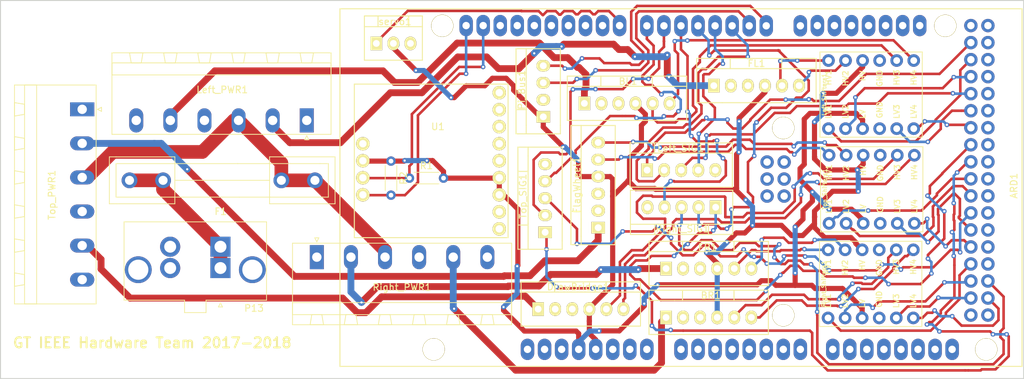
<source format=kicad_pcb>
(kicad_pcb (version 4) (host pcbnew 4.0.2+dfsg1-stable)
  (layers (0 F.Cu signal) (31 B.Cu signal) (34 B.Paste user) (35 F.Paste user) (36 B.SilkS user) (37 F.SilkS user) (38 B.Mask user) (39 F.Mask user) (44 Edge.Cuts user))
  (net 0 "")
  (net 1 +5V)
  (net 2 SCL)
  (net 3 SDA)
  (net 4 MOTOR_GND)
  (net 5 MOTOR_PWR)
  (net 6 +3V3)
  (net 7 +12V)
  (net 8 DrawBridge_SPD)
  (net 9 FrontLeft_DIR)
  (net 10 BackLeft_DIR)
  (net 11 FrontRight_DIR)
  (net 12 BackRight_DIR)
  (net 13 FlagWheel_DIR)
  (net 14 DrawBridge_DIR)
  (net 15 Servo_SPD)
  (net 16 FlagWheel_SPD)
  (net 17 BackRight_SPD)
  (net 18 FrontRight_SPD)
  (net 19 BackLeft_SPD)
  (net 20 FrontLeft_SPD)
  (net 21 Tx_To_Pi)
  (net 22 Rx_From_Pi)
  (net 23 "Net-(U1-Pad1)")
  (net 24 "Net-(U1-Pad2)")
  (net 25 "Net-(U1-Pad3)")
  (net 26 "Net-(U1-Pad4)")
  (net 27 "Net-(U1-Pad5)")
  (net 28 "Net-(U1-Pad8)")
  (net 29 "Net-(U1-Pad9)")
  (net 30 FrontLeft_ENC_A)
  (net 31 FrontLeft_ENC_B)
  (net 32 BackLeft_ENC_A)
  (net 33 BackLeft_ENC_B)
  (net 34 FlagWheel_ENC_A)
  (net 35 FlagWheel_ENC_B)
  (net 36 DrawBridge_ENC_A)
  (net 37 DrawBridge_ENC_B)
  (net 38 FrontRight_ENC_A)
  (net 39 FrontRight_ENC_B)
  (net 40 BackRight_ENC_A)
  (net 41 BackRight_ENC_B)
  (net 42 "Net-(ARD1-Pad92)")
  (net 43 "Net-(ARD1-Pad91)")
  (net 44 "Net-(ARD1-Pad90)")
  (net 45 "Net-(ARD1-Pad87)")
  (net 46 "Net-(ARD1-Pad88)")
  (net 47 "Net-(ARD1-Pad89)")
  (net 48 "Net-(ARD1-Pad17)")
  (net 49 "Net-(ARD1-Pad9)")
  (net 50 "Net-(ARD1-Pad1)")
  (net 51 "Net-(ARD1-Pad43)")
  (net 52 "Net-(ARD1-Pad44)")
  (net 53 "Net-(ARD1-Pad45)")
  (net 54 "Net-(ARD1-Pad46)")
  (net 55 "Net-(ARD1-Pad47)")
  (net 56 "Net-(ARD1-Pad48)")
  (net 57 "Net-(ARD1-Pad49)")
  (net 58 "Net-(ARD1-Pad50)")
  (net 59 "Net-(ARD1-Pad51)")
  (net 60 "Net-(ARD1-Pad52)")
  (net 61 "Net-(ARD1-Pad72)")
  (net 62 "Net-(ARD1-Pad74)")
  (net 63 "Net-(ARD1-Pad76)")
  (net 64 "Net-(ARD1-Pad78)")
  (net 65 "Net-(ARD1-Pad80)")
  (net 66 "Net-(ARD1-Pad85)")
  (net 67 "Net-(ARD1-Pad86)")
  (net 68 "Net-(ARD1-Pad2)")
  (net 69 "Net-(ARD1-Pad3)")
  (net 70 "Net-(ARD1-Pad7)")
  (net 71 "Net-(ARD1-Pad8)")
  (net 72 "Net-(ARD1-Pad10)")
  (net 73 "Net-(ARD1-Pad11)")
  (net 74 "Net-(ARD1-Pad12)")
  (net 75 "Net-(ARD1-Pad13)")
  (net 76 "Net-(ARD1-Pad14)")
  (net 77 "Net-(ARD1-Pad15)")
  (net 78 "Net-(ARD1-Pad16)")
  (net 79 "Net-(ARD1-Pad18)")
  (net 80 "Net-(ARD1-Pad19)")
  (net 81 "Net-(ARD1-Pad20)")
  (net 82 "Net-(ARD1-Pad21)")
  (net 83 "Net-(ARD1-Pad22)")
  (net 84 "Net-(ARD1-Pad23)")
  (net 85 "Net-(ARD1-Pad24)")
  (net 86 "Net-(ARD1-Pad27)")
  (net 87 "Net-(ARD1-Pad28)")
  (net 88 "Net-(ARD1-Pad29)")
  (net 89 "Net-(ARD1-Pad30)")
  (net 90 "Net-(ARD1-Pad31)")
  (net 91 "Net-(ARD1-Pad32)")
  (net 92 "Net-(ARD1-Pad33)")
  (net 93 "Net-(ARD1-Pad54)")
  (net 94 "Net-(ARD1-Pad56)")
  (net 95 "Net-(ARD1-Pad58)")
  (net 96 "Net-(ARD1-Pad60)")
  (net 97 "Net-(ARD1-Pad62)")
  (net 98 "Net-(ARD1-Pad64)")
  (net 99 "Net-(ARD1-Pad66)")
  (net 100 "Net-(ARD1-Pad68)")
  (net 101 "Net-(ARD1-Pad70)")
  (net 102 "Net-(BL1-Pad6)")
  (net 103 "Net-(BL1-Pad1)")
  (net 104 "Net-(BL1-Pad5)")
  (net 105 "Net-(BR1-Pad6)")
  (net 106 "Net-(BR1-Pad1)")
  (net 107 "Net-(BR1-Pad5)")
  (net 108 "Net-(DrawBridge1-Pad6)")
  (net 109 "Net-(DrawBridge1-Pad1)")
  (net 110 "Net-(DrawBridge1-Pad5)")
  (net 111 "Net-(FL1-Pad6)")
  (net 112 "Net-(FL1-Pad1)")
  (net 113 "Net-(FL1-Pad5)")
  (net 114 "Net-(FlagWheel1-Pad6)")
  (net 115 "Net-(FlagWheel1-Pad1)")
  (net 116 "Net-(FlagWheel1-Pad5)")
  (net 117 "Net-(FR1-Pad6)")
  (net 118 "Net-(FR1-Pad1)")
  (net 119 "Net-(FR1-Pad5)")
  (module MotorCapeComponents:Arduino_Due_Shield (layer F.Cu) (at 101.3587 66.7639)
    (fp_text reference ARD1 (at 100.3935 26.4033 90) (layer F.SilkS))
    (fp_text value Arduino_Due_Shield)
    (pad 92 thru_hole circle (at 66.167 22.86) (size 2 2) (drill 1.1) (layers *.Cu *.Mask) (net 42 "Net-(ARD1-Pad92)"))
    (pad 91 thru_hole circle (at 66.167 25.4) (size 2 2) (drill 1.1) (layers *.Cu *.Mask) (net 43 "Net-(ARD1-Pad91)"))
    (pad 90 thru_hole circle (at 66.167 27.94) (size 2 2) (drill 1.1) (layers *.Cu *.Mask) (net 44 "Net-(ARD1-Pad90)"))
    (pad 87 thru_hole circle (at 63.627 27.94) (size 2 2) (drill 1.1) (layers *.Cu *.Mask) (net 45 "Net-(ARD1-Pad87)"))
    (pad 88 thru_hole circle (at 63.627 25.4) (size 2 2) (drill 1.1) (layers *.Cu *.Mask) (net 46 "Net-(ARD1-Pad88)"))
    (pad 89 thru_hole circle (at 63.627 22.86) (size 2 2) (drill 1.1) (layers *.Cu *.Mask) (net 47 "Net-(ARD1-Pad89)"))
    (pad "" np_thru_hole circle (at 66.04 45.72) (size 3.302 3.302) (drill 3.175) (layers *.Cu *.Mask F.SilkS))
    (pad "" np_thru_hole circle (at 13.97 50.8) (size 3.302 3.302) (drill 3.175) (layers *.Cu *.Mask F.SilkS))
    (pad "" np_thru_hole circle (at 15.24 2.54) (size 3.302 3.302) (drill 3.175) (layers *.Cu *.Mask F.SilkS))
    (pad "" np_thru_hole circle (at 66.04 17.78) (size 3.302 3.302) (drill 3.175) (layers *.Cu *.Mask F.SilkS))
    (pad "" np_thru_hole circle (at 96.266 50.8) (size 3.302 3.302) (drill 3.175) (layers *.Cu *.Mask F.SilkS))
    (pad 17 thru_hole oval (at 73.406 50.8) (size 2 3.175) (drill 1.1) (layers *.Cu *.Mask) (net 48 "Net-(ARD1-Pad17)"))
    (pad 9 thru_hole oval (at 50.8 50.8) (size 2 3.175) (drill 1.1) (layers *.Cu *.Mask) (net 49 "Net-(ARD1-Pad9)"))
    (pad 25 thru_hole oval (at 18.796 2.508) (size 2 3.175) (drill 1.1) (layers *.Cu *.Mask) (net 2 SCL))
    (pad 1 thru_hole oval (at 27.94 50.8) (size 2 3.175) (drill 1.1) (layers *.Cu *.Mask) (net 50 "Net-(ARD1-Pad1)"))
    (pad 35 thru_hole oval (at 45.72 2.54) (size 2 3.175) (drill 1.1) (layers *.Cu *.Mask) (net 8 DrawBridge_SPD))
    (pad 43 thru_hole oval (at 68.58 2.54) (size 2 3.175) (drill 1.1) (layers *.Cu *.Mask) (net 51 "Net-(ARD1-Pad43)"))
    (pad 44 thru_hole oval (at 71.12 2.508) (size 2 3.175) (drill 1.1) (layers *.Cu *.Mask) (net 52 "Net-(ARD1-Pad44)"))
    (pad 45 thru_hole oval (at 73.66 2.508) (size 2 3.175) (drill 1.1) (layers *.Cu *.Mask) (net 53 "Net-(ARD1-Pad45)"))
    (pad 46 thru_hole oval (at 76.2 2.508) (size 2 3.175) (drill 1.1) (layers *.Cu *.Mask) (net 54 "Net-(ARD1-Pad46)"))
    (pad 47 thru_hole oval (at 78.74 2.508) (size 2 3.175) (drill 1.1) (layers *.Cu *.Mask) (net 55 "Net-(ARD1-Pad47)"))
    (pad 48 thru_hole oval (at 81.28 2.508) (size 2 3.175) (drill 1.1) (layers *.Cu *.Mask) (net 56 "Net-(ARD1-Pad48)"))
    (pad 49 thru_hole oval (at 83.82 2.508) (size 2 3.175) (drill 1.1) (layers *.Cu *.Mask) (net 57 "Net-(ARD1-Pad49)"))
    (pad 50 thru_hole oval (at 86.36 2.508) (size 2 3.175) (drill 1.1) (layers *.Cu *.Mask) (net 58 "Net-(ARD1-Pad50)"))
    (pad 51 thru_hole circle (at 93.98 2.508) (size 2 2) (drill 1.1) (layers *.Cu *.Mask) (net 59 "Net-(ARD1-Pad51)"))
    (pad 52 thru_hole circle (at 96.52 2.508) (size 2 2) (drill 1.1) (layers *.Cu *.Mask) (net 60 "Net-(ARD1-Pad52)"))
    (pad 53 thru_hole circle (at 93.98 5.048) (size 2 2) (drill 1.1) (layers *.Cu *.Mask) (net 9 FrontLeft_DIR))
    (pad 54 thru_hole circle (at 96.52 5.048) (size 2 2) (drill 1.1) (layers *.Cu *.Mask) (net 93 "Net-(ARD1-Pad54)"))
    (pad 55 thru_hole circle (at 93.98 7.588) (size 2 2) (drill 1.1) (layers *.Cu *.Mask) (net 30 FrontLeft_ENC_A))
    (pad 56 thru_hole circle (at 96.52 7.588) (size 2 2) (drill 1.1) (layers *.Cu *.Mask) (net 94 "Net-(ARD1-Pad56)"))
    (pad 57 thru_hole circle (at 93.98 10.128) (size 2 2) (drill 1.1) (layers *.Cu *.Mask) (net 31 FrontLeft_ENC_B))
    (pad 58 thru_hole circle (at 96.52 10.128) (size 2 2) (drill 1.1) (layers *.Cu *.Mask) (net 95 "Net-(ARD1-Pad58)"))
    (pad 59 thru_hole circle (at 93.98 12.668) (size 2 2) (drill 1.1) (layers *.Cu *.Mask) (net 10 BackLeft_DIR))
    (pad 60 thru_hole circle (at 96.52 12.668) (size 2 2) (drill 1.1) (layers *.Cu *.Mask) (net 96 "Net-(ARD1-Pad60)"))
    (pad 61 thru_hole circle (at 93.98 15.208) (size 2 2) (drill 1.1) (layers *.Cu *.Mask) (net 32 BackLeft_ENC_A))
    (pad 62 thru_hole circle (at 96.52 15.208) (size 2 2) (drill 1.1) (layers *.Cu *.Mask) (net 97 "Net-(ARD1-Pad62)"))
    (pad 63 thru_hole circle (at 93.98 17.748) (size 2 2) (drill 1.1) (layers *.Cu *.Mask) (net 33 BackLeft_ENC_B))
    (pad 64 thru_hole circle (at 96.52 17.748) (size 2 2) (drill 1.1) (layers *.Cu *.Mask) (net 98 "Net-(ARD1-Pad64)"))
    (pad 65 thru_hole circle (at 93.98 20.288) (size 2 2) (drill 1.1) (layers *.Cu *.Mask) (net 11 FrontRight_DIR))
    (pad 66 thru_hole circle (at 96.52 20.288) (size 2 2) (drill 1.1) (layers *.Cu *.Mask) (net 99 "Net-(ARD1-Pad66)"))
    (pad 67 thru_hole circle (at 93.98 22.828) (size 2 2) (drill 1.1) (layers *.Cu *.Mask) (net 13 FlagWheel_DIR))
    (pad 68 thru_hole circle (at 96.52 22.828) (size 2 2) (drill 1.1) (layers *.Cu *.Mask) (net 100 "Net-(ARD1-Pad68)"))
    (pad 69 thru_hole circle (at 93.98 25.368) (size 2 2) (drill 1.1) (layers *.Cu *.Mask) (net 34 FlagWheel_ENC_A))
    (pad 70 thru_hole circle (at 96.52 25.368) (size 2 2) (drill 1.1) (layers *.Cu *.Mask) (net 101 "Net-(ARD1-Pad70)"))
    (pad 71 thru_hole circle (at 93.98 27.908) (size 2 2) (drill 1.1) (layers *.Cu *.Mask) (net 35 FlagWheel_ENC_B))
    (pad 72 thru_hole circle (at 96.52 27.908) (size 2 2) (drill 1.1) (layers *.Cu *.Mask) (net 61 "Net-(ARD1-Pad72)"))
    (pad 73 thru_hole circle (at 93.98 30.448) (size 2 2) (drill 1.1) (layers *.Cu *.Mask) (net 14 DrawBridge_DIR))
    (pad 74 thru_hole circle (at 96.52 30.448) (size 2 2) (drill 1.1) (layers *.Cu *.Mask) (net 62 "Net-(ARD1-Pad74)"))
    (pad 75 thru_hole circle (at 93.98 32.988) (size 2 2) (drill 1.1) (layers *.Cu *.Mask) (net 36 DrawBridge_ENC_A))
    (pad 76 thru_hole circle (at 96.52 32.988) (size 2 2) (drill 1.1) (layers *.Cu *.Mask) (net 63 "Net-(ARD1-Pad76)"))
    (pad 77 thru_hole circle (at 93.98 35.528) (size 2 2) (drill 1.1) (layers *.Cu *.Mask) (net 37 DrawBridge_ENC_B))
    (pad 78 thru_hole circle (at 96.52 35.528) (size 2 2) (drill 1.1) (layers *.Cu *.Mask) (net 64 "Net-(ARD1-Pad78)"))
    (pad 79 thru_hole circle (at 93.98 38.068) (size 2 2) (drill 1.1) (layers *.Cu *.Mask) (net 38 FrontRight_ENC_A))
    (pad 80 thru_hole circle (at 96.52 38.068) (size 2 2) (drill 1.1) (layers *.Cu *.Mask) (net 65 "Net-(ARD1-Pad80)"))
    (pad 81 thru_hole circle (at 93.98 40.608) (size 2 2) (drill 1.1) (layers *.Cu *.Mask) (net 39 FrontRight_ENC_B))
    (pad 82 thru_hole circle (at 96.52 40.608) (size 2 2) (drill 1.1) (layers *.Cu *.Mask) (net 12 BackRight_DIR))
    (pad 83 thru_hole circle (at 93.98 43.148) (size 2 2) (drill 1.1) (layers *.Cu *.Mask) (net 40 BackRight_ENC_A))
    (pad 84 thru_hole circle (at 96.52 43.148) (size 2 2) (drill 1.1) (layers *.Cu *.Mask) (net 41 BackRight_ENC_B))
    (pad 85 thru_hole circle (at 93.98 45.688) (size 2 2) (drill 1.1) (layers *.Cu *.Mask) (net 66 "Net-(ARD1-Pad85)"))
    (pad 86 thru_hole circle (at 96.52 45.688) (size 2 2) (drill 1.1) (layers *.Cu *.Mask) (net 67 "Net-(ARD1-Pad86)"))
    (pad "" np_thru_hole circle (at 90.17 2.54) (size 3.302 3.302) (drill 3.175) (layers *.Cu *.Mask F.SilkS))
    (pad 2 thru_hole oval (at 30.48 50.8) (size 2 3.175) (drill 1.1) (layers *.Cu *.Mask) (net 68 "Net-(ARD1-Pad2)"))
    (pad 3 thru_hole oval (at 33.02 50.8) (size 2 3.175) (drill 1.1) (layers *.Cu *.Mask) (net 69 "Net-(ARD1-Pad3)"))
    (pad 4 thru_hole oval (at 35.56 50.8) (size 2 3.175) (drill 1.1) (layers *.Cu *.Mask) (net 6 +3V3))
    (pad 5 thru_hole oval (at 38.1 50.8) (size 2 3.175) (drill 1.1) (layers *.Cu *.Mask) (net 1 +5V))
    (pad 6 thru_hole oval (at 40.64 50.8) (size 2 3.175) (drill 1.1) (layers *.Cu *.Mask) (net 4 MOTOR_GND))
    (pad 7 thru_hole oval (at 43.18 50.8) (size 2 3.175) (drill 1.1) (layers *.Cu *.Mask) (net 70 "Net-(ARD1-Pad7)"))
    (pad 8 thru_hole oval (at 45.72 50.8) (size 2 3.175) (drill 1.1) (layers *.Cu *.Mask) (net 71 "Net-(ARD1-Pad8)"))
    (pad 10 thru_hole oval (at 53.34 50.8) (size 2 3.175) (drill 1.1) (layers *.Cu *.Mask) (net 72 "Net-(ARD1-Pad10)"))
    (pad 11 thru_hole oval (at 55.88 50.8) (size 2 3.175) (drill 1.1) (layers *.Cu *.Mask) (net 73 "Net-(ARD1-Pad11)"))
    (pad 12 thru_hole oval (at 58.42 50.8) (size 2 3.175) (drill 1.1) (layers *.Cu *.Mask) (net 74 "Net-(ARD1-Pad12)"))
    (pad 13 thru_hole oval (at 60.96 50.8) (size 2 3.175) (drill 1.1) (layers *.Cu *.Mask) (net 75 "Net-(ARD1-Pad13)"))
    (pad 14 thru_hole oval (at 63.5 50.8) (size 2 3.175) (drill 1.1) (layers *.Cu *.Mask) (net 76 "Net-(ARD1-Pad14)"))
    (pad 15 thru_hole oval (at 66.04 50.8) (size 2 3.175) (drill 1.1) (layers *.Cu *.Mask) (net 77 "Net-(ARD1-Pad15)"))
    (pad 16 thru_hole oval (at 68.58 50.8) (size 2 3.175) (drill 1.1) (layers *.Cu *.Mask) (net 78 "Net-(ARD1-Pad16)"))
    (pad 18 thru_hole oval (at 75.946 50.8) (size 2 3.175) (drill 1.1) (layers *.Cu *.Mask) (net 79 "Net-(ARD1-Pad18)"))
    (pad 19 thru_hole oval (at 78.486 50.8) (size 2 3.175) (drill 1.1) (layers *.Cu *.Mask) (net 80 "Net-(ARD1-Pad19)"))
    (pad 20 thru_hole oval (at 81.026 50.8) (size 2 3.175) (drill 1.1) (layers *.Cu *.Mask) (net 81 "Net-(ARD1-Pad20)"))
    (pad 21 thru_hole oval (at 83.566 50.8) (size 2 3.175) (drill 1.1) (layers *.Cu *.Mask) (net 82 "Net-(ARD1-Pad21)"))
    (pad 22 thru_hole oval (at 86.106 50.8) (size 2 3.175) (drill 1.1) (layers *.Cu *.Mask) (net 83 "Net-(ARD1-Pad22)"))
    (pad 23 thru_hole oval (at 88.646 50.8) (size 2 3.175) (drill 1.1) (layers *.Cu *.Mask) (net 84 "Net-(ARD1-Pad23)"))
    (pad 24 thru_hole oval (at 91.186 50.8) (size 2 3.175) (drill 1.1) (layers *.Cu *.Mask) (net 85 "Net-(ARD1-Pad24)"))
    (pad 26 thru_hole oval (at 21.336 2.508) (size 2 3.175) (drill 1.1) (layers *.Cu *.Mask) (net 3 SDA))
    (pad 27 thru_hole oval (at 23.876 2.508) (size 2 3.175) (drill 1.1) (layers *.Cu *.Mask) (net 86 "Net-(ARD1-Pad27)"))
    (pad 28 thru_hole oval (at 26.416 2.508) (size 2 3.175) (drill 1.1) (layers *.Cu *.Mask) (net 87 "Net-(ARD1-Pad28)"))
    (pad 29 thru_hole oval (at 28.956 2.508) (size 2 3.175) (drill 1.1) (layers *.Cu *.Mask) (net 88 "Net-(ARD1-Pad29)"))
    (pad 30 thru_hole oval (at 31.496 2.508) (size 2 3.175) (drill 1.1) (layers *.Cu *.Mask) (net 89 "Net-(ARD1-Pad30)"))
    (pad 31 thru_hole oval (at 34.036 2.508) (size 2 3.175) (drill 1.1) (layers *.Cu *.Mask) (net 90 "Net-(ARD1-Pad31)"))
    (pad 32 thru_hole oval (at 36.576 2.508) (size 2 3.175) (drill 1.1) (layers *.Cu *.Mask) (net 91 "Net-(ARD1-Pad32)"))
    (pad 33 thru_hole oval (at 39.116 2.508) (size 2 3.175) (drill 1.1) (layers *.Cu *.Mask) (net 92 "Net-(ARD1-Pad33)"))
    (pad 34 thru_hole oval (at 41.656 2.508) (size 2 3.175) (drill 1.1) (layers *.Cu *.Mask) (net 15 Servo_SPD))
    (pad 36 thru_hole oval (at 48.26 2.54) (size 2 3.175) (drill 1.1) (layers *.Cu *.Mask) (net 16 FlagWheel_SPD))
    (pad 37 thru_hole oval (at 50.8 2.54) (size 2 3.175) (drill 1.1) (layers *.Cu *.Mask) (net 17 BackRight_SPD))
    (pad 38 thru_hole oval (at 53.34 2.54) (size 2 3.175) (drill 1.1) (layers *.Cu *.Mask) (net 18 FrontRight_SPD))
    (pad 39 thru_hole oval (at 55.88 2.54) (size 2 3.175) (drill 1.1) (layers *.Cu *.Mask) (net 19 BackLeft_SPD))
    (pad 40 thru_hole oval (at 58.42 2.54) (size 2 3.175) (drill 1.1) (layers *.Cu *.Mask) (net 20 FrontLeft_SPD))
    (pad 41 thru_hole oval (at 60.96 2.54) (size 2 3.175) (drill 1.1) (layers *.Cu *.Mask) (net 21 Tx_To_Pi))
    (pad 42 thru_hole oval (at 63.5 2.54) (size 2 3.175) (drill 1.1) (layers *.Cu *.Mask) (net 22 Rx_From_Pi))
  )
  (module MotorCapeComponents:Pin_Header_Latched_1x06 (layer F.Cu) (at 154.5082 80.772 90)
    (fp_text reference FL1 (at 5.842 8.89 180) (layer F.SilkS))
    (fp_text value Motor1)
    (pad 6 thru_hole oval (at 2.54 15.24 90) (size 2.032 1.7272) (drill 1.016) (layers *.Cu *.Mask F.SilkS) (net 111 "Net-(FL1-Pad6)"))
    (pad 1 thru_hole rect (at 2.54 2.54 90) (size 2.032 1.7272) (drill 1.016) (layers *.Cu *.Mask F.SilkS) (net 112 "Net-(FL1-Pad1)"))
    (pad 2 thru_hole oval (at 2.54 5.08 90) (size 2.032 1.7272) (drill 1.016) (layers *.Cu *.Mask F.SilkS) (net 4 MOTOR_GND))
    (pad 3 thru_hole oval (at 2.54 7.62 90) (size 2.032 1.7272) (drill 1.016) (layers *.Cu *.Mask F.SilkS) (net 4 MOTOR_GND))
    (pad 4 thru_hole oval (at 2.54 10.16 90) (size 2.032 1.7272) (drill 1.016) (layers *.Cu *.Mask F.SilkS) (net 1 +5V))
    (pad 5 thru_hole oval (at 2.54 12.7 90) (size 2.032 1.7272) (drill 1.016) (layers *.Cu *.Mask F.SilkS) (net 113 "Net-(FL1-Pad5)"))
  )
  (module Sparkfun_Boards:SPARKFUN_LOGIC_LEVEL_CONVERTER (layer F.Cu) (at 180.4162 107.7976 90)
    (fp_text reference Right_Shifters1 (at 0 -6.985 90) (layer F.SilkS) (effects (font (size 0.6096 0.6096) (thickness 0.127))))
    (fp_text value SPARKFUN_LOGIC_LEVEL_CONVERTER)
    (fp_text user LV1 (at -2.54 -6.35 90) (layer F.SilkS) (effects (font (size 0.8128 0.8128) (thickness 0.1524))))
    (fp_text user LV2 (at -2.54 -3.81 90) (layer F.SilkS) (effects (font (size 0.8128 0.8128) (thickness 0.1524))))
    (fp_text user HV1 (at 2.54 -6.35 90) (layer F.SilkS) (effects (font (size 0.8128 0.8128) (thickness 0.1524))))
    (fp_text user HV2 (at 2.413 -3.81 90) (layer F.SilkS) (effects (font (size 0.8128 0.8128) (thickness 0.1524))))
    (fp_text user LV (at -2.921 -1.27 90) (layer F.SilkS) (effects (font (size 0.8128 0.8128) (thickness 0.1524))))
    (fp_text user GND (at -2.286 1.27 90) (layer F.SilkS) (effects (font (size 0.8128 0.8128) (thickness 0.1524))))
    (fp_text user LV3 (at -2.54 3.81 90) (layer F.SilkS) (effects (font (size 0.8128 0.8128) (thickness 0.1524))))
    (fp_text user LV4 (at -2.54 6.35 90) (layer F.SilkS) (effects (font (size 0.8128 0.8128) (thickness 0.1524))))
    (fp_text user HV (at 2.794 -1.27 90) (layer F.SilkS) (effects (font (size 0.8128 0.8128) (thickness 0.1524))))
    (fp_text user GND (at 2.413 1.27 90) (layer F.SilkS) (effects (font (size 0.8128 0.8128) (thickness 0.1524))))
    (fp_text user HV3 (at 2.54 3.81 90) (layer F.SilkS) (effects (font (size 0.8128 0.8128) (thickness 0.1524))))
    (fp_text user HV4 (at 2.54 6.35 90) (layer F.SilkS) (effects (font (size 0.8128 0.8128) (thickness 0.1524))))
    (pad GND1 thru_hole circle (at -5.08 1.27 90) (size 1.8796 1.8796) (drill 1.016) (layers *.Cu *.Mask) (net 4 MOTOR_GND))
    (pad GND2 thru_hole circle (at 5.08 1.27 90) (size 1.8796 1.8796) (drill 1.016) (layers *.Cu *.Mask) (net 4 MOTOR_GND))
    (pad HV thru_hole circle (at 5.08 -1.27 90) (size 1.8796 1.8796) (drill 1.016) (layers *.Cu *.Mask) (net 1 +5V))
    (pad HV1 thru_hole circle (at 5.08 -6.35 90) (size 1.8796 1.8796) (drill 1.016) (layers *.Cu *.Mask) (net 119 "Net-(FR1-Pad5)"))
    (pad HV2 thru_hole circle (at 5.08 -3.81 90) (size 1.8796 1.8796) (drill 1.016) (layers *.Cu *.Mask) (net 117 "Net-(FR1-Pad6)"))
    (pad HV3 thru_hole circle (at 5.08 3.81 90) (size 1.8796 1.8796) (drill 1.016) (layers *.Cu *.Mask) (net 107 "Net-(BR1-Pad5)"))
    (pad HV4 thru_hole circle (at 5.08 6.35 90) (size 1.8796 1.8796) (drill 1.016) (layers *.Cu *.Mask) (net 105 "Net-(BR1-Pad6)"))
    (pad LV thru_hole circle (at -5.08 -1.27 90) (size 1.8796 1.8796) (drill 1.016) (layers *.Cu *.Mask) (net 6 +3V3))
    (pad LV1 thru_hole circle (at -5.08 -6.35 90) (size 1.8796 1.8796) (drill 1.016) (layers *.Cu *.Mask) (net 38 FrontRight_ENC_A))
    (pad LV2 thru_hole circle (at -5.08 -3.81 90) (size 1.8796 1.8796) (drill 1.016) (layers *.Cu *.Mask) (net 39 FrontRight_ENC_B))
    (pad LV3 thru_hole circle (at -5.08 3.81 90) (size 1.8796 1.8796) (drill 1.016) (layers *.Cu *.Mask) (net 40 BackRight_ENC_A))
    (pad LV4 thru_hole circle (at -5.08 6.35 90) (size 1.8796 1.8796) (drill 1.016) (layers *.Cu *.Mask) (net 41 BackRight_ENC_B))
  )
  (module MotorCapeComponents:Pin_Header_Latched_1x06 (layer F.Cu) (at 128.3462 114.0968 90)
    (fp_text reference DrawBridge1 (at 5.8547 8.4963 360) (layer F.SilkS))
    (fp_text value Motor2)
    (pad 6 thru_hole oval (at 2.54 15.24 90) (size 2.032 1.7272) (drill 1.016) (layers *.Cu *.Mask F.SilkS) (net 108 "Net-(DrawBridge1-Pad6)"))
    (pad 1 thru_hole rect (at 2.54 2.54 90) (size 2.032 1.7272) (drill 1.016) (layers *.Cu *.Mask F.SilkS) (net 109 "Net-(DrawBridge1-Pad1)"))
    (pad 2 thru_hole oval (at 2.54 5.08 90) (size 2.032 1.7272) (drill 1.016) (layers *.Cu *.Mask F.SilkS) (net 4 MOTOR_GND))
    (pad 3 thru_hole oval (at 2.54 7.62 90) (size 2.032 1.7272) (drill 1.016) (layers *.Cu *.Mask F.SilkS) (net 4 MOTOR_GND))
    (pad 4 thru_hole oval (at 2.54 10.16 90) (size 2.032 1.7272) (drill 1.016) (layers *.Cu *.Mask F.SilkS) (net 1 +5V))
    (pad 5 thru_hole oval (at 2.54 12.7 90) (size 2.032 1.7272) (drill 1.016) (layers *.Cu *.Mask F.SilkS) (net 110 "Net-(DrawBridge1-Pad5)"))
  )
  (module Sparkfun_Boards:SPARKFUN_LOGIC_LEVEL_CONVERTER (layer F.Cu) (at 180.4797 79.5655 90)
    (fp_text reference Left_Shifters1 (at 0 -6.985 90) (layer F.SilkS) (effects (font (size 0.6096 0.6096) (thickness 0.127))))
    (fp_text value SPARKFUN_LOGIC_LEVEL_CONVERTER)
    (fp_text user LV1 (at -2.54 -6.35 90) (layer F.SilkS) (effects (font (size 0.8128 0.8128) (thickness 0.1524))))
    (fp_text user LV2 (at -2.54 -3.81 90) (layer F.SilkS) (effects (font (size 0.8128 0.8128) (thickness 0.1524))))
    (fp_text user HV1 (at 2.54 -6.35 90) (layer F.SilkS) (effects (font (size 0.8128 0.8128) (thickness 0.1524))))
    (fp_text user HV2 (at 2.413 -3.81 90) (layer F.SilkS) (effects (font (size 0.8128 0.8128) (thickness 0.1524))))
    (fp_text user LV (at -2.921 -1.27 90) (layer F.SilkS) (effects (font (size 0.8128 0.8128) (thickness 0.1524))))
    (fp_text user GND (at -2.286 1.27 90) (layer F.SilkS) (effects (font (size 0.8128 0.8128) (thickness 0.1524))))
    (fp_text user LV3 (at -2.54 3.81 90) (layer F.SilkS) (effects (font (size 0.8128 0.8128) (thickness 0.1524))))
    (fp_text user LV4 (at -2.54 6.35 90) (layer F.SilkS) (effects (font (size 0.8128 0.8128) (thickness 0.1524))))
    (fp_text user HV (at 2.794 -1.27 90) (layer F.SilkS) (effects (font (size 0.8128 0.8128) (thickness 0.1524))))
    (fp_text user GND (at 2.413 1.27 90) (layer F.SilkS) (effects (font (size 0.8128 0.8128) (thickness 0.1524))))
    (fp_text user HV3 (at 2.54 3.81 90) (layer F.SilkS) (effects (font (size 0.8128 0.8128) (thickness 0.1524))))
    (fp_text user HV4 (at 2.54 6.35 90) (layer F.SilkS) (effects (font (size 0.8128 0.8128) (thickness 0.1524))))
    (pad GND1 thru_hole circle (at -5.08 1.27 90) (size 1.8796 1.8796) (drill 1.016) (layers *.Cu *.Mask) (net 4 MOTOR_GND))
    (pad GND2 thru_hole circle (at 5.08 1.27 90) (size 1.8796 1.8796) (drill 1.016) (layers *.Cu *.Mask) (net 4 MOTOR_GND))
    (pad HV thru_hole circle (at 5.08 -1.27 90) (size 1.8796 1.8796) (drill 1.016) (layers *.Cu *.Mask) (net 1 +5V))
    (pad HV1 thru_hole circle (at 5.08 -6.35 90) (size 1.8796 1.8796) (drill 1.016) (layers *.Cu *.Mask) (net 113 "Net-(FL1-Pad5)"))
    (pad HV2 thru_hole circle (at 5.08 -3.81 90) (size 1.8796 1.8796) (drill 1.016) (layers *.Cu *.Mask) (net 111 "Net-(FL1-Pad6)"))
    (pad HV3 thru_hole circle (at 5.08 3.81 90) (size 1.8796 1.8796) (drill 1.016) (layers *.Cu *.Mask) (net 104 "Net-(BL1-Pad5)"))
    (pad HV4 thru_hole circle (at 5.08 6.35 90) (size 1.8796 1.8796) (drill 1.016) (layers *.Cu *.Mask) (net 102 "Net-(BL1-Pad6)"))
    (pad LV thru_hole circle (at -5.08 -1.27 90) (size 1.8796 1.8796) (drill 1.016) (layers *.Cu *.Mask) (net 6 +3V3))
    (pad LV1 thru_hole circle (at -5.08 -6.35 90) (size 1.8796 1.8796) (drill 1.016) (layers *.Cu *.Mask) (net 30 FrontLeft_ENC_A))
    (pad LV2 thru_hole circle (at -5.08 -3.81 90) (size 1.8796 1.8796) (drill 1.016) (layers *.Cu *.Mask) (net 31 FrontLeft_ENC_B))
    (pad LV3 thru_hole circle (at -5.08 3.81 90) (size 1.8796 1.8796) (drill 1.016) (layers *.Cu *.Mask) (net 32 BackLeft_ENC_A))
    (pad LV4 thru_hole circle (at -5.08 6.35 90) (size 1.8796 1.8796) (drill 1.016) (layers *.Cu *.Mask) (net 33 BackLeft_ENC_B))
  )
  (module MotorCapeComponents:IMU (layer F.Cu) (at 103.505 78.0034)
    (fp_text reference U1 (at 12.446 6.342) (layer F.SilkS))
    (fp_text value IMU)
    (pad 1 thru_hole circle (at 21.59 1.27) (size 2 2) (drill 1.1) (layers *.Cu *.Mask F.SilkS) (net 23 "Net-(U1-Pad1)"))
    (pad 10 thru_hole circle (at 1.27 8.89) (size 2 2) (drill 1.1) (layers *.Cu *.Mask F.SilkS) (net 4 MOTOR_GND))
    (pad 11 thru_hole circle (at 1.27 11.43) (size 2 2) (drill 1.1) (layers *.Cu *.Mask F.SilkS) (net 6 +3V3))
    (pad 12 thru_hole circle (at 1.27 13.97) (size 2 2) (drill 1.1) (layers *.Cu *.Mask F.SilkS) (net 3 SDA))
    (pad 13 thru_hole circle (at 1.27 16.51) (size 2 2) (drill 1.1) (layers *.Cu *.Mask F.SilkS) (net 2 SCL))
    (pad 2 thru_hole circle (at 21.59 3.81) (size 2 2) (drill 1.1) (layers *.Cu *.Mask F.SilkS) (net 24 "Net-(U1-Pad2)"))
    (pad 3 thru_hole circle (at 21.59 6.35) (size 2 2) (drill 1.1) (layers *.Cu *.Mask F.SilkS) (net 25 "Net-(U1-Pad3)"))
    (pad 4 thru_hole circle (at 21.59 8.89) (size 2 2) (drill 1.1) (layers *.Cu *.Mask F.SilkS) (net 26 "Net-(U1-Pad4)"))
    (pad 5 thru_hole circle (at 21.59 11.43) (size 2 2) (drill 1.1) (layers *.Cu *.Mask F.SilkS) (net 27 "Net-(U1-Pad5)"))
    (pad 6 thru_hole circle (at 21.59 13.97) (size 2 2) (drill 1.1) (layers *.Cu *.Mask F.SilkS) (net 6 +3V3))
    (pad 7 thru_hole circle (at 21.59 16.51) (size 2 2) (drill 1.1) (layers *.Cu *.Mask F.SilkS) (net 6 +3V3))
    (pad 8 thru_hole circle (at 21.59 19.05) (size 2 2) (drill 1.1) (layers *.Cu *.Mask F.SilkS) (net 28 "Net-(U1-Pad8)"))
    (pad 9 thru_hole circle (at 21.59 21.59) (size 2 2) (drill 1.1) (layers *.Cu *.Mask F.SilkS) (net 29 "Net-(U1-Pad9)"))
  )
  (module Connectors_Phoenix:PhoenixContact_MSTBA-G_06x5.08mm_Angled (layer F.Cu) (at 97.917 103.8098)
    (fp_text reference Right_PWR1 (at 12.6746 4.4958) (layer F.SilkS))
    (fp_text value DualMotorController_PWR)
    (pad 1 thru_hole rect (at 0 0) (size 2.08 3.6) (drill 1.4) (layers *.Cu *.Mask) (net 4 MOTOR_GND))
    (pad 2 thru_hole oval (at 5.08 0) (size 2.08 3.6) (drill 1.4) (layers *.Cu *.Mask) (net 118 "Net-(FR1-Pad1)"))
    (pad 3 thru_hole oval (at 10.16 0) (size 2.08 3.6) (drill 1.4) (layers *.Cu *.Mask) (net 5 MOTOR_PWR))
    (pad 4 thru_hole oval (at 15.24 0) (size 2.08 3.6) (drill 1.4) (layers *.Cu *.Mask) (net 4 MOTOR_GND))
    (pad 5 thru_hole oval (at 20.32 0) (size 2.08 3.6) (drill 1.4) (layers *.Cu *.Mask) (net 106 "Net-(BR1-Pad1)"))
    (pad 6 thru_hole oval (at 25.4 0) (size 2.08 3.6) (drill 1.4) (layers *.Cu *.Mask) (net 4 MOTOR_GND))
  )
  (module MotorCapeComponents:Pin_Header_Latched_1x06 (layer F.Cu) (at 135.2296 83.4136 90)
    (fp_text reference BL1 (at 5.8166 9.0424 180) (layer F.SilkS))
    (fp_text value Motor2)
    (pad 6 thru_hole oval (at 2.54 15.24 90) (size 2.032 1.7272) (drill 1.016) (layers *.Cu *.Mask F.SilkS) (net 102 "Net-(BL1-Pad6)"))
    (pad 1 thru_hole rect (at 2.54 2.54 90) (size 2.032 1.7272) (drill 1.016) (layers *.Cu *.Mask F.SilkS) (net 103 "Net-(BL1-Pad1)"))
    (pad 2 thru_hole oval (at 2.54 5.08 90) (size 2.032 1.7272) (drill 1.016) (layers *.Cu *.Mask F.SilkS) (net 4 MOTOR_GND))
    (pad 3 thru_hole oval (at 2.54 7.62 90) (size 2.032 1.7272) (drill 1.016) (layers *.Cu *.Mask F.SilkS) (net 4 MOTOR_GND))
    (pad 4 thru_hole oval (at 2.54 10.16 90) (size 2.032 1.7272) (drill 1.016) (layers *.Cu *.Mask F.SilkS) (net 1 +5V))
    (pad 5 thru_hole oval (at 2.54 12.7 90) (size 2.032 1.7272) (drill 1.016) (layers *.Cu *.Mask F.SilkS) (net 104 "Net-(BL1-Pad5)"))
  )
  (module MotorCapeComponents:Pin_Header_Latched_1x06 (layer F.Cu) (at 147.3962 115.3414 90)
    (fp_text reference BR1 (at 5.8166 9.1948 180) (layer F.SilkS))
    (fp_text value Motor2)
    (pad 6 thru_hole oval (at 2.54 15.24 90) (size 2.032 1.7272) (drill 1.016) (layers *.Cu *.Mask F.SilkS) (net 105 "Net-(BR1-Pad6)"))
    (pad 1 thru_hole rect (at 2.54 2.54 90) (size 2.032 1.7272) (drill 1.016) (layers *.Cu *.Mask F.SilkS) (net 106 "Net-(BR1-Pad1)"))
    (pad 2 thru_hole oval (at 2.54 5.08 90) (size 2.032 1.7272) (drill 1.016) (layers *.Cu *.Mask F.SilkS) (net 4 MOTOR_GND))
    (pad 3 thru_hole oval (at 2.54 7.62 90) (size 2.032 1.7272) (drill 1.016) (layers *.Cu *.Mask F.SilkS) (net 4 MOTOR_GND))
    (pad 4 thru_hole oval (at 2.54 10.16 90) (size 2.032 1.7272) (drill 1.016) (layers *.Cu *.Mask F.SilkS) (net 1 +5V))
    (pad 5 thru_hole oval (at 2.54 12.7 90) (size 2.032 1.7272) (drill 1.016) (layers *.Cu *.Mask F.SilkS) (net 107 "Net-(BR1-Pad5)"))
  )
  (module MotorCapeComponents:Fuseholder_horizontal_inline_1_25x0_25_inch (layer F.Cu) (at 97.6338 92.3544 180)
    (fp_text reference F1 (at 14.0462 -4.6482 180) (layer F.SilkS))
    (fp_text value Fuse)
    (pad 2 thru_hole circle (at 22.62 0 180) (size 2.35 2.35) (drill 1.35) (layers *.Cu *.Mask) (net 7 +12V))
    (pad 2 thru_hole circle (at 27.62 0 180) (size 2.35 2.35) (drill 1.35) (layers *.Cu *.Mask) (net 7 +12V))
    (pad 1 thru_hole circle (at 5 0 180) (size 2.35 2.35) (drill 1.35) (layers *.Cu *.Mask) (net 5 MOTOR_PWR))
    (pad 1 thru_hole circle (at 0 0 180) (size 2.35 2.35) (drill 1.35) (layers *.Cu *.Mask) (net 5 MOTOR_PWR))
  )
  (module MotorCapeComponents:Pin_Header_Latched_1x06 (layer F.Cu) (at 142.367 101.9556 180)
    (fp_text reference FlagWheel1 (at 5.7277 8.89 270) (layer F.SilkS))
    (fp_text value Motor1)
    (pad 6 thru_hole oval (at 2.54 15.24 180) (size 2.032 1.7272) (drill 1.016) (layers *.Cu *.Mask F.SilkS) (net 114 "Net-(FlagWheel1-Pad6)"))
    (pad 1 thru_hole rect (at 2.54 2.54 180) (size 2.032 1.7272) (drill 1.016) (layers *.Cu *.Mask F.SilkS) (net 115 "Net-(FlagWheel1-Pad1)"))
    (pad 2 thru_hole oval (at 2.54 5.08 180) (size 2.032 1.7272) (drill 1.016) (layers *.Cu *.Mask F.SilkS) (net 4 MOTOR_GND))
    (pad 3 thru_hole oval (at 2.54 7.62 180) (size 2.032 1.7272) (drill 1.016) (layers *.Cu *.Mask F.SilkS) (net 4 MOTOR_GND))
    (pad 4 thru_hole oval (at 2.54 10.16 180) (size 2.032 1.7272) (drill 1.016) (layers *.Cu *.Mask F.SilkS) (net 1 +5V))
    (pad 5 thru_hole oval (at 2.54 12.7 180) (size 2.032 1.7272) (drill 1.016) (layers *.Cu *.Mask F.SilkS) (net 116 "Net-(FlagWheel1-Pad5)"))
  )
  (module MotorCapeComponents:Pin_Header_Latched_1x06 (layer F.Cu) (at 147.3962 108.0516 90)
    (fp_text reference FR1 (at 5.6896 8.7122 180) (layer F.SilkS))
    (fp_text value Motor1)
    (pad 6 thru_hole oval (at 2.54 15.24 90) (size 2.032 1.7272) (drill 1.016) (layers *.Cu *.Mask F.SilkS) (net 117 "Net-(FR1-Pad6)"))
    (pad 1 thru_hole rect (at 2.54 2.54 90) (size 2.032 1.7272) (drill 1.016) (layers *.Cu *.Mask F.SilkS) (net 118 "Net-(FR1-Pad1)"))
    (pad 2 thru_hole oval (at 2.54 5.08 90) (size 2.032 1.7272) (drill 1.016) (layers *.Cu *.Mask F.SilkS) (net 4 MOTOR_GND))
    (pad 3 thru_hole oval (at 2.54 7.62 90) (size 2.032 1.7272) (drill 1.016) (layers *.Cu *.Mask F.SilkS) (net 4 MOTOR_GND))
    (pad 4 thru_hole oval (at 2.54 10.16 90) (size 2.032 1.7272) (drill 1.016) (layers *.Cu *.Mask F.SilkS) (net 1 +5V))
    (pad 5 thru_hole oval (at 2.54 12.7 90) (size 2.032 1.7272) (drill 1.016) (layers *.Cu *.Mask F.SilkS) (net 119 "Net-(FR1-Pad5)"))
  )
  (module Connectors_Phoenix:PhoenixContact_MSTBA-G_06x5.08mm_Angled (layer F.Cu) (at 96.4184 83.4136 180)
    (fp_text reference Left_PWR1 (at 12.5984 4.572 180) (layer F.SilkS))
    (fp_text value DualMotorController_PWR)
    (pad 1 thru_hole rect (at 0 0 180) (size 2.08 3.6) (drill 1.4) (layers *.Cu *.Mask) (net 4 MOTOR_GND))
    (pad 2 thru_hole oval (at 5.08 0 180) (size 2.08 3.6) (drill 1.4) (layers *.Cu *.Mask) (net 112 "Net-(FL1-Pad1)"))
    (pad 3 thru_hole oval (at 10.16 0 180) (size 2.08 3.6) (drill 1.4) (layers *.Cu *.Mask) (net 5 MOTOR_PWR))
    (pad 4 thru_hole oval (at 15.24 0 180) (size 2.08 3.6) (drill 1.4) (layers *.Cu *.Mask) (net 4 MOTOR_GND))
    (pad 5 thru_hole oval (at 20.32 0 180) (size 2.08 3.6) (drill 1.4) (layers *.Cu *.Mask) (net 103 "Net-(BL1-Pad1)"))
    (pad 6 thru_hole oval (at 25.4 0 180) (size 2.08 3.6) (drill 1.4) (layers *.Cu *.Mask) (net 4 MOTOR_GND))
  )
  (module MotorCapeComponents:Pin_Header_Latched_1x05 (layer F.Cu) (at 144.5768 93.3704 90)
    (fp_text reference Left_SIG1 (at 5.8039 7.5184 180) (layer F.SilkS))
    (fp_text value DualMotorController_SIG)
    (pad 1 thru_hole rect (at 2.54 2.54 90) (size 2.032 1.7272) (drill 1.016) (layers *.Cu *.Mask F.SilkS) (net 9 FrontLeft_DIR))
    (pad 2 thru_hole oval (at 2.54 5.08 90) (size 2.032 1.7272) (drill 1.016) (layers *.Cu *.Mask F.SilkS) (net 20 FrontLeft_SPD))
    (pad 3 thru_hole oval (at 2.54 7.62 90) (size 2.032 1.7272) (drill 1.016) (layers *.Cu *.Mask F.SilkS) (net 10 BackLeft_DIR))
    (pad 4 thru_hole oval (at 2.54 10.16 90) (size 2.032 1.7272) (drill 1.016) (layers *.Cu *.Mask F.SilkS) (net 19 BackLeft_SPD))
    (pad 5 thru_hole oval (at 2.54 12.7 90) (size 2.032 1.7272) (drill 1.016) (layers *.Cu *.Mask F.SilkS) (net 4 MOTOR_GND))
  )
  (module Connectors_Molex:Molex_Sabre_43160-XX02_02x7.49mm_Vertical_BoardLock (layer F.Cu) (at 83.563 105.4354 180)
    (fp_text reference P13 (at -5 -6 180) (layer F.SilkS))
    (fp_text value battery_connector)
    (pad 1 thru_hole rect (at 0 0 180) (size 3 3) (drill 1.78) (layers *.Cu *.Mask) (net 7 +12V))
    (pad 1 thru_hole rect (at 0 3.18 180) (size 3 3) (drill 1.78) (layers *.Cu *.Mask) (net 7 +12V))
    (pad 2 thru_hole circle (at 7.49 0 180) (size 3 3) (drill 1.78) (layers *.Cu *.Mask) (net 4 MOTOR_GND))
    (pad 2 thru_hole circle (at 7.49 3.18 180) (size 3 3) (drill 1.78) (layers *.Cu *.Mask) (net 4 MOTOR_GND))
    (pad "" thru_hole circle (at -4.75 -0.25 180) (size 4 4) (drill 3) (layers *.Cu *.Mask))
    (pad "" thru_hole circle (at 12.24 -0.25 180) (size 4 4) (drill 3) (layers *.Cu *.Mask))
  )
  (module Resistors_THT:R_Axial_DIN0204_L3.6mm_D1.6mm_P5.08mm_Horizontal (layer F.Cu) (at 111.7092 92.0242)
    (fp_text reference R1 (at 2.54 -1.86) (layer F.SilkS))
    (fp_text value R)
    (pad 1 thru_hole circle (at 0 0) (size 1.4 1.4) (drill 0.7) (layers *.Cu *.Mask) (net 3 SDA))
    (pad 2 thru_hole oval (at 5.08 0) (size 1.4 1.4) (drill 0.7) (layers *.Cu *.Mask) (net 6 +3V3))
  )
  (module Resistors_THT:R_Axial_DIN0204_L3.6mm_D1.6mm_P5.08mm_Horizontal (layer F.Cu) (at 108.966 89.4842 270)
    (fp_text reference R2 (at 2.54 -1.86 270) (layer F.SilkS))
    (fp_text value R)
    (pad 1 thru_hole circle (at 0 0 270) (size 1.4 1.4) (drill 0.7) (layers *.Cu *.Mask) (net 6 +3V3))
    (pad 2 thru_hole oval (at 5.08 0 270) (size 1.4 1.4) (drill 0.7) (layers *.Cu *.Mask) (net 2 SCL))
  )
  (module MotorCapeComponents:Pin_Header_Latched_1x05 (layer F.Cu) (at 159.8676 93.8276 270)
    (fp_text reference Right_SIG1 (at 5.7658 7.493 360) (layer F.SilkS))
    (fp_text value DualMotorController_SIG)
    (pad 1 thru_hole rect (at 2.54 2.54 270) (size 2.032 1.7272) (drill 1.016) (layers *.Cu *.Mask F.SilkS) (net 11 FrontRight_DIR))
    (pad 2 thru_hole oval (at 2.54 5.08 270) (size 2.032 1.7272) (drill 1.016) (layers *.Cu *.Mask F.SilkS) (net 18 FrontRight_SPD))
    (pad 3 thru_hole oval (at 2.54 7.62 270) (size 2.032 1.7272) (drill 1.016) (layers *.Cu *.Mask F.SilkS) (net 12 BackRight_DIR))
    (pad 4 thru_hole oval (at 2.54 10.16 270) (size 2.032 1.7272) (drill 1.016) (layers *.Cu *.Mask F.SilkS) (net 17 BackRight_SPD))
    (pad 5 thru_hole oval (at 2.54 12.7 270) (size 2.032 1.7272) (drill 1.016) (layers *.Cu *.Mask F.SilkS) (net 4 MOTOR_GND))
  )
  (module Connectors_Phoenix:PhoenixContact_MSTBA-G_06x5.08mm_Angled (layer F.Cu) (at 62.9666 81.7626 270)
    (fp_text reference Top_PWR1 (at 12.7762 4.5085 270) (layer F.SilkS))
    (fp_text value DualMotorController_PWR)
    (pad 1 thru_hole rect (at 0 0 270) (size 2.08 3.6) (drill 1.4) (layers *.Cu *.Mask) (net 4 MOTOR_GND))
    (pad 2 thru_hole oval (at 5.08 0 270) (size 2.08 3.6) (drill 1.4) (layers *.Cu *.Mask) (net 115 "Net-(FlagWheel1-Pad1)"))
    (pad 3 thru_hole oval (at 10.16 0 270) (size 2.08 3.6) (drill 1.4) (layers *.Cu *.Mask) (net 5 MOTOR_PWR))
    (pad 4 thru_hole oval (at 15.24 0 270) (size 2.08 3.6) (drill 1.4) (layers *.Cu *.Mask) (net 4 MOTOR_GND))
    (pad 5 thru_hole oval (at 20.32 0 270) (size 2.08 3.6) (drill 1.4) (layers *.Cu *.Mask) (net 109 "Net-(DrawBridge1-Pad1)"))
    (pad 6 thru_hole oval (at 25.4 0 270) (size 2.08 3.6) (drill 1.4) (layers *.Cu *.Mask) (net 4 MOTOR_GND))
  )
  (module Sparkfun_Boards:SPARKFUN_LOGIC_LEVEL_CONVERTER (layer F.Cu) (at 180.5686 93.6879 90)
    (fp_text reference Top_Shifters1 (at 0 -6.985 90) (layer F.SilkS) (effects (font (size 0.6096 0.6096) (thickness 0.127))))
    (fp_text value SPARKFUN_LOGIC_LEVEL_CONVERTER)
    (fp_text user LV1 (at -2.54 -6.35 90) (layer F.SilkS) (effects (font (size 0.8128 0.8128) (thickness 0.1524))))
    (fp_text user LV2 (at -2.54 -3.81 90) (layer F.SilkS) (effects (font (size 0.8128 0.8128) (thickness 0.1524))))
    (fp_text user HV1 (at 2.54 -6.35 90) (layer F.SilkS) (effects (font (size 0.8128 0.8128) (thickness 0.1524))))
    (fp_text user HV2 (at 2.413 -3.81 90) (layer F.SilkS) (effects (font (size 0.8128 0.8128) (thickness 0.1524))))
    (fp_text user LV (at -2.921 -1.27 90) (layer F.SilkS) (effects (font (size 0.8128 0.8128) (thickness 0.1524))))
    (fp_text user GND (at -2.286 1.27 90) (layer F.SilkS) (effects (font (size 0.8128 0.8128) (thickness 0.1524))))
    (fp_text user LV3 (at -2.54 3.81 90) (layer F.SilkS) (effects (font (size 0.8128 0.8128) (thickness 0.1524))))
    (fp_text user LV4 (at -2.54 6.35 90) (layer F.SilkS) (effects (font (size 0.8128 0.8128) (thickness 0.1524))))
    (fp_text user HV (at 2.794 -1.27 90) (layer F.SilkS) (effects (font (size 0.8128 0.8128) (thickness 0.1524))))
    (fp_text user GND (at 2.413 1.27 90) (layer F.SilkS) (effects (font (size 0.8128 0.8128) (thickness 0.1524))))
    (fp_text user HV3 (at 2.54 3.81 90) (layer F.SilkS) (effects (font (size 0.8128 0.8128) (thickness 0.1524))))
    (fp_text user HV4 (at 2.54 6.35 90) (layer F.SilkS) (effects (font (size 0.8128 0.8128) (thickness 0.1524))))
    (pad GND1 thru_hole circle (at -5.08 1.27 90) (size 1.8796 1.8796) (drill 1.016) (layers *.Cu *.Mask) (net 4 MOTOR_GND))
    (pad GND2 thru_hole circle (at 5.08 1.27 90) (size 1.8796 1.8796) (drill 1.016) (layers *.Cu *.Mask) (net 4 MOTOR_GND))
    (pad HV thru_hole circle (at 5.08 -1.27 90) (size 1.8796 1.8796) (drill 1.016) (layers *.Cu *.Mask) (net 1 +5V))
    (pad HV1 thru_hole circle (at 5.08 -6.35 90) (size 1.8796 1.8796) (drill 1.016) (layers *.Cu *.Mask) (net 116 "Net-(FlagWheel1-Pad5)"))
    (pad HV2 thru_hole circle (at 5.08 -3.81 90) (size 1.8796 1.8796) (drill 1.016) (layers *.Cu *.Mask) (net 114 "Net-(FlagWheel1-Pad6)"))
    (pad HV3 thru_hole circle (at 5.08 3.81 90) (size 1.8796 1.8796) (drill 1.016) (layers *.Cu *.Mask) (net 110 "Net-(DrawBridge1-Pad5)"))
    (pad HV4 thru_hole circle (at 5.08 6.35 90) (size 1.8796 1.8796) (drill 1.016) (layers *.Cu *.Mask) (net 108 "Net-(DrawBridge1-Pad6)"))
    (pad LV thru_hole circle (at -5.08 -1.27 90) (size 1.8796 1.8796) (drill 1.016) (layers *.Cu *.Mask) (net 6 +3V3))
    (pad LV1 thru_hole circle (at -5.08 -6.35 90) (size 1.8796 1.8796) (drill 1.016) (layers *.Cu *.Mask) (net 34 FlagWheel_ENC_A))
    (pad LV2 thru_hole circle (at -5.08 -3.81 90) (size 1.8796 1.8796) (drill 1.016) (layers *.Cu *.Mask) (net 35 FlagWheel_ENC_B))
    (pad LV3 thru_hole circle (at -5.08 3.81 90) (size 1.8796 1.8796) (drill 1.016) (layers *.Cu *.Mask) (net 36 DrawBridge_ENC_A))
    (pad LV4 thru_hole circle (at -5.08 6.35 90) (size 1.8796 1.8796) (drill 1.016) (layers *.Cu *.Mask) (net 37 DrawBridge_ENC_B))
  )
  (module MotorCapeComponents:Pin_Header_Latched_1x05 (layer F.Cu) (at 134.4676 102.6414 180)
    (fp_text reference Top_SIG1 (at 5.842 7.8994 270) (layer F.SilkS))
    (fp_text value DualMotorController_SIG)
    (pad 1 thru_hole rect (at 2.54 2.54 180) (size 2.032 1.7272) (drill 1.016) (layers *.Cu *.Mask F.SilkS) (net 13 FlagWheel_DIR))
    (pad 2 thru_hole oval (at 2.54 5.08 180) (size 2.032 1.7272) (drill 1.016) (layers *.Cu *.Mask F.SilkS) (net 16 FlagWheel_SPD))
    (pad 3 thru_hole oval (at 2.54 7.62 180) (size 2.032 1.7272) (drill 1.016) (layers *.Cu *.Mask F.SilkS) (net 14 DrawBridge_DIR))
    (pad 4 thru_hole oval (at 2.54 10.16 180) (size 2.032 1.7272) (drill 1.016) (layers *.Cu *.Mask F.SilkS) (net 8 DrawBridge_SPD))
    (pad 5 thru_hole oval (at 2.54 12.7 180) (size 2.032 1.7272) (drill 1.016) (layers *.Cu *.Mask F.SilkS) (net 4 MOTOR_GND))
  )
  (module MotorCapeComponents:Pin_Header_Latched_1x04 (layer F.Cu) (at 134.1882 85.4202 180)
    (fp_text reference Pi_Bus1 (at 5.7658 6.5532 270) (layer F.SilkS))
    (fp_text value Pi_Connector)
    (pad 1 thru_hole rect (at 2.54 2.54 180) (size 2.032 1.7272) (drill 1.016) (layers *.Cu *.Mask F.SilkS) (net 1 +5V))
    (pad 2 thru_hole oval (at 2.54 5.08 180) (size 2.032 1.7272) (drill 1.016) (layers *.Cu *.Mask F.SilkS) (net 4 MOTOR_GND))
    (pad 3 thru_hole oval (at 2.54 7.62 180) (size 2.032 1.7272) (drill 1.016) (layers *.Cu *.Mask F.SilkS) (net 21 Tx_To_Pi))
    (pad 4 thru_hole oval (at 2.54 10.16 180) (size 2.032 1.7272) (drill 1.016) (layers *.Cu *.Mask F.SilkS) (net 22 Rx_From_Pi))
  )
  (module MotorCapeComponents:Pin_Header_Latched_1x03 (layer F.Cu) (at 105.0036 74.4328 90)
    (fp_text reference servo1 (at 5.7512 4.5466 180) (layer F.SilkS))
    (fp_text value "flag_wheel servo")
    (pad 1 thru_hole rect (at 2.5 1.778 90) (size 2.032 1.7272) (drill 1.016) (layers *.Cu *.Mask F.SilkS) (net 15 Servo_SPD))
    (pad 2 thru_hole oval (at 2.5 4.318 90) (size 2.032 1.7272) (drill 1.016) (layers *.Cu *.Mask F.SilkS) (net 1 +5V))
    (pad 3 thru_hole oval (at 2.5 6.858 90) (size 2.032 1.7272) (drill 1.016) (layers *.Cu *.Mask F.SilkS) (net 4 MOTOR_GND))
  )
  (gr_text "GT IEEE Hardware Team 2017-2018" (at 73.406 116.586) (layer F.SilkS) (effects (font (size 1.5 1.5) (thickness 0.3))))
  (gr_line (start 203.2 65.532) (end 50.8 65.532) (layer Edge.Cuts) (width 0.15))
  (gr_line (start 203.2 121.92) (end 203.2 65.532) (layer Edge.Cuts) (width 0.15))
  (gr_line (start 50.8 121.92) (end 203.2 121.92) (layer Edge.Cuts) (width 0.15))
  (gr_line (start 50.8 65.532) (end 50.8 121.92) (layer Edge.Cuts) (width 0.15))
  (segment (start 168.637944 100.58401) (end 170.294289 100.58401) (width 0.762) (layer F.Cu) (net 1))
  (segment (start 170.294289 100.58401) (end 172.046899 98.8314) (width 0.762) (layer F.Cu) (net 1))
  (segment (start 162.814 99.06) (end 167.113934 99.06) (width 0.762) (layer F.Cu) (net 1))
  (segment (start 167.113934 99.06) (end 168.637944 100.58401) (width 0.762) (layer F.Cu) (net 1))
  (segment (start 146.850088 83.573128) (end 146.265902 84.157314) (width 0.762) (layer F.Cu) (net 1))
  (segment (start 146.850088 82.486488) (end 146.850088 83.573128) (width 0.762) (layer F.Cu) (net 1))
  (segment (start 144.487902 92.204657) (end 144.272 92.420559) (width 0.762) (layer F.Cu) (net 1))
  (segment (start 145.3896 80.8736) (end 145.3896 81.026) (width 0.762) (layer F.Cu) (net 1))
  (segment (start 145.3896 81.026) (end 146.850088 82.486488) (width 0.762) (layer F.Cu) (net 1))
  (segment (start 144.487902 88.983314) (end 144.487902 92.204657) (width 0.762) (layer F.Cu) (net 1))
  (segment (start 146.265902 84.157314) (end 146.265902 87.205314) (width 0.762) (layer F.Cu) (net 1))
  (segment (start 146.265902 87.205314) (end 144.487902 88.983314) (width 0.762) (layer F.Cu) (net 1))
  (via (at 161.798 95.273067) (size 0.6858) (drill 0.3302) (layers F.Cu B.Cu) (net 1))
  (segment (start 162.814 99.06) (end 162.814 96.289067) (width 0.762) (layer B.Cu) (net 1))
  (segment (start 162.814 96.289067) (end 161.798 95.273067) (width 0.762) (layer B.Cu) (net 1))
  (segment (start 161.798 95.273067) (end 160.439101 93.914168) (width 0.762) (layer F.Cu) (net 1))
  (segment (start 160.439101 93.914168) (end 160.439101 93.535475) (width 0.762) (layer F.Cu) (net 1))
  (segment (start 148.388804 93.700588) (end 160.273988 93.700588) (width 0.762) (layer F.Cu) (net 1))
  (segment (start 160.439101 88.480899) (end 160.439101 93.535475) (width 0.762) (layer F.Cu) (net 1))
  (segment (start 160.439101 93.535475) (end 160.273988 93.700588) (width 0.762) (layer F.Cu) (net 1))
  (segment (start 148.261795 93.573579) (end 148.388804 93.700588) (width 0.762) (layer F.Cu) (net 1))
  (segment (start 160.782 88.138) (end 160.439101 88.480899) (width 0.762) (layer F.Cu) (net 1))
  (segment (start 160.82174 83.551232) (end 160.82174 88.09826) (width 0.762) (layer B.Cu) (net 1))
  (via (at 160.782 88.138) (size 0.6858) (drill 0.3302) (layers F.Cu B.Cu) (net 1))
  (segment (start 160.82174 88.09826) (end 160.782 88.138) (width 0.762) (layer B.Cu) (net 1))
  (segment (start 161.673932 100.200068) (end 162.814 99.06) (width 0.762) (layer F.Cu) (net 1))
  (segment (start 160.403932 100.200068) (end 161.673932 100.200068) (width 0.762) (layer F.Cu) (net 1))
  (via (at 162.814 99.06) (size 0.6858) (drill 0.3302) (layers F.Cu B.Cu) (net 1))
  (segment (start 136.906 91.44) (end 137.2616 91.7956) (width 0.762) (layer F.Cu) (net 1))
  (segment (start 137.2616 91.7956) (end 139.827 91.7956) (width 0.762) (layer F.Cu) (net 1))
  (segment (start 136.906 89.408) (end 136.906 91.44) (width 0.762) (layer F.Cu) (net 1))
  (segment (start 134.62 87.376) (end 134.874 87.376) (width 0.762) (layer B.Cu) (net 1))
  (segment (start 134.874 87.376) (end 136.906 89.408) (width 0.762) (layer B.Cu) (net 1))
  (via (at 136.906 89.408) (size 0.6858) (drill 0.3302) (layers F.Cu B.Cu) (net 1))
  (segment (start 131.6482 84.4042) (end 134.62 87.376) (width 0.762) (layer F.Cu) (net 1))
  (segment (start 131.6482 82.8802) (end 131.6482 84.4042) (width 0.762) (layer F.Cu) (net 1))
  (via (at 134.62 87.376) (size 0.6858) (drill 0.3302) (layers F.Cu B.Cu) (net 1))
  (segment (start 127.238001 78.244759) (end 127.238001 78.920176) (width 0.762) (layer F.Cu) (net 1))
  (segment (start 131.198025 82.8802) (end 131.6482 82.8802) (width 0.762) (layer F.Cu) (net 1))
  (segment (start 126.123641 77.130399) (end 127.238001 78.244759) (width 0.762) (layer F.Cu) (net 1))
  (segment (start 127.238001 78.920176) (end 131.198025 82.8802) (width 0.762) (layer F.Cu) (net 1))
  (segment (start 122.951999 78.244759) (end 124.066359 77.130399) (width 0.762) (layer F.Cu) (net 1))
  (segment (start 120.156974 78.244759) (end 122.951999 78.244759) (width 0.762) (layer F.Cu) (net 1))
  (segment (start 118.391733 80.01) (end 120.156974 78.244759) (width 0.762) (layer F.Cu) (net 1))
  (segment (start 124.066359 77.130399) (end 126.123641 77.130399) (width 0.762) (layer F.Cu) (net 1))
  (segment (start 117.9068 80.01) (end 118.391733 80.01) (width 0.762) (layer F.Cu) (net 1))
  (segment (start 138.5062 111.5568) (end 138.5062 111.4044) (width 0.762) (layer F.Cu) (net 1))
  (segment (start 138.5062 111.4044) (end 141.985958 107.924642) (width 0.762) (layer F.Cu) (net 1))
  (segment (start 141.985958 107.924642) (end 141.985958 94.742052) (width 0.762) (layer F.Cu) (net 1))
  (segment (start 141.985958 94.742052) (end 141.98601 94.742) (width 0.762) (layer F.Cu) (net 1))
  (segment (start 160.403932 100.200068) (end 159.004 101.6) (width 0.762) (layer F.Cu) (net 1))
  (segment (start 157.244802 103.124) (end 157.48 103.124) (width 0.762) (layer B.Cu) (net 1))
  (segment (start 157.48 103.124) (end 159.004 101.6) (width 0.762) (layer B.Cu) (net 1))
  (via (at 159.004 101.6) (size 0.6858) (drill 0.3302) (layers F.Cu B.Cu) (net 1))
  (segment (start 155.956 103.124) (end 157.244802 103.124) (width 0.762) (layer B.Cu) (net 1))
  (segment (start 157.5562 104.7242) (end 155.956 103.124) (width 0.762) (layer F.Cu) (net 1))
  (segment (start 157.5562 105.5116) (end 157.5562 104.7242) (width 0.762) (layer F.Cu) (net 1))
  (via (at 155.956 103.124) (size 0.6858) (drill 0.3302) (layers F.Cu B.Cu) (net 1))
  (segment (start 145.42502 93.573579) (end 148.261795 93.573579) (width 0.762) (layer F.Cu) (net 1))
  (segment (start 144.272 92.420559) (end 145.42502 93.573579) (width 0.762) (layer F.Cu) (net 1))
  (segment (start 138.5062 113.3348) (end 138.5062 111.5568) (width 0.762) (layer F.Cu) (net 1))
  (segment (start 138.5062 115.183414) (end 138.5062 113.3348) (width 0.762) (layer F.Cu) (net 1))
  (segment (start 139.4587 116.135914) (end 138.5062 115.183414) (width 0.762) (layer F.Cu) (net 1))
  (segment (start 139.4587 117.5639) (end 139.4587 116.135914) (width 0.762) (layer F.Cu) (net 1))
  (segment (start 160.82174 83.551232) (end 160.82174 83.066299) (width 0.762) (layer F.Cu) (net 1))
  (segment (start 164.6682 79.219839) (end 164.6682 78.232) (width 0.762) (layer F.Cu) (net 1))
  (segment (start 160.82174 83.066299) (end 164.6682 79.219839) (width 0.762) (layer F.Cu) (net 1))
  (segment (start 141.98601 94.742) (end 141.98601 93.98) (width 0.762) (layer F.Cu) (net 1))
  (segment (start 144.272 92.420559) (end 144.272 92.45601) (width 0.762) (layer F.Cu) (net 1))
  (segment (start 144.272 92.45601) (end 141.98601 94.742) (width 0.762) (layer F.Cu) (net 1))
  (segment (start 178.430577 90.805) (end 173.709074 90.805) (width 0.762) (layer F.Cu) (net 1))
  (segment (start 173.709074 90.805) (end 172.046899 89.142825) (width 0.762) (layer F.Cu) (net 1))
  (segment (start 172.046899 89.142825) (end 172.046899 88.861899) (width 0.762) (layer F.Cu) (net 1))
  (segment (start 178.562 93.98) (end 178.562 90.936423) (width 0.762) (layer B.Cu) (net 1))
  (segment (start 178.562 90.936423) (end 178.430577 90.805) (width 0.762) (layer B.Cu) (net 1))
  (segment (start 173.006005 95.725995) (end 174.752 93.98) (width 0.762) (layer F.Cu) (net 1))
  (segment (start 174.752 93.98) (end 178.562 93.98) (width 0.762) (layer F.Cu) (net 1))
  (via (at 178.562 93.98) (size 0.6858) (drill 0.3302) (layers F.Cu B.Cu) (net 1))
  (segment (start 172.046899 97.828101) (end 172.046899 96.939099) (width 0.762) (layer F.Cu) (net 1))
  (segment (start 172.046899 96.939099) (end 173.006005 95.979993) (width 0.762) (layer F.Cu) (net 1))
  (segment (start 173.006005 95.979993) (end 173.006005 95.725995) (width 0.762) (layer F.Cu) (net 1))
  (via (at 160.82174 83.551232) (size 0.6858) (drill 0.3302) (layers F.Cu B.Cu) (net 1))
  (segment (start 178.206401 101.777801) (end 179.1462 102.7176) (width 0.762) (layer F.Cu) (net 1))
  (segment (start 178.206401 101.611175) (end 178.206401 101.777801) (width 0.762) (layer F.Cu) (net 1))
  (segment (start 173.552615 100.888799) (end 177.484025 100.888799) (width 0.762) (layer F.Cu) (net 1))
  (segment (start 172.046899 99.383083) (end 173.552615 100.888799) (width 0.762) (layer F.Cu) (net 1))
  (segment (start 177.484025 100.888799) (end 178.206401 101.611175) (width 0.762) (layer F.Cu) (net 1))
  (segment (start 172.046899 98.8314) (end 172.046899 99.383083) (width 0.762) (layer F.Cu) (net 1))
  (segment (start 112.6744 75.9714) (end 113.8682 75.9714) (width 0.762) (layer B.Cu) (net 1))
  (segment (start 113.8682 75.9714) (end 117.9068 80.01) (width 0.762) (layer B.Cu) (net 1))
  (via (at 117.9068 80.01) (size 0.6858) (drill 0.3302) (layers F.Cu B.Cu) (net 1))
  (segment (start 109.3216 71.9328) (end 109.3216 72.6186) (width 0.762) (layer F.Cu) (net 1))
  (segment (start 109.3216 72.6186) (end 112.6744 75.9714) (width 0.762) (layer F.Cu) (net 1))
  (via (at 112.6744 75.9714) (size 0.6858) (drill 0.3302) (layers F.Cu B.Cu) (net 1))
  (segment (start 164.6682 78.232) (end 164.6682 79.032294) (width 0.762) (layer F.Cu) (net 1))
  (segment (start 179.2097 75.465434) (end 179.2097 74.4855) (width 0.762) (layer F.Cu) (net 1))
  (segment (start 173.355 79.375) (end 175.300134 79.375) (width 0.762) (layer F.Cu) (net 1))
  (segment (start 175.300134 79.375) (end 179.2097 75.465434) (width 0.762) (layer F.Cu) (net 1))
  (segment (start 178.4858 90.860223) (end 178.430577 90.805) (width 0.762) (layer B.Cu) (net 1))
  (segment (start 172.046899 98.8314) (end 172.046899 97.828101) (width 0.762) (layer F.Cu) (net 1))
  (segment (start 141.605 91.7956) (end 139.827 91.7956) (width 0.762) (layer F.Cu) (net 1))
  (segment (start 141.98601 92.17661) (end 141.605 91.7956) (width 0.762) (layer F.Cu) (net 1))
  (segment (start 141.98601 93.98) (end 141.98601 92.17661) (width 0.762) (layer F.Cu) (net 1))
  (segment (start 109.3216 71.9328) (end 109.6264 71.9328) (width 0.762) (layer B.Cu) (net 1))
  (segment (start 109.6264 71.9328) (end 109.85499 72.16139) (width 0.762) (layer B.Cu) (net 1))
  (segment (start 109.3216 71.9328) (end 109.3216 72.382975) (width 0.762) (layer F.Cu) (net 1))
  (segment (start 157.5562 112.8014) (end 157.5562 105.5116) (width 0.762) (layer B.Cu) (net 1))
  (segment (start 139.827 91.7956) (end 139.827 91.567) (width 0.762) (layer B.Cu) (net 1))
  (segment (start 139.827 91.567) (end 139.52221 91.26221) (width 0.762) (layer B.Cu) (net 1))
  (via (at 138.5062 111.5568) (size 0.6858) (drill 0.3302) (layers F.Cu B.Cu) (net 1))
  (segment (start 173.142654 82.55) (end 173.142654 79.587346) (width 0.762) (layer B.Cu) (net 1))
  (segment (start 173.142654 79.587346) (end 173.355 79.375) (width 0.762) (layer B.Cu) (net 1))
  (via (at 173.355 79.375) (size 0.6858) (drill 0.3302) (layers F.Cu B.Cu) (net 1))
  (segment (start 172.046899 97.828101) (end 172.085 97.79) (width 0.762) (layer F.Cu) (net 1))
  (segment (start 178.435 90.809423) (end 178.430577 90.805) (width 0.762) (layer B.Cu) (net 1))
  (segment (start 172.085 88.9) (end 172.046899 88.861899) (width 0.762) (layer F.Cu) (net 1))
  (via (at 172.046899 83.645755) (size 0.6858) (drill 0.3302) (layers F.Cu B.Cu) (net 1))
  (segment (start 172.046899 88.861899) (end 172.046899 83.645755) (width 0.762) (layer F.Cu) (net 1))
  (segment (start 172.046899 83.645755) (end 173.142654 82.55) (width 0.762) (layer B.Cu) (net 1))
  (via (at 178.430577 90.805) (size 0.6858) (drill 0.3302) (layers F.Cu B.Cu) (net 1))
  (segment (start 179.2986 88.6079) (end 179.2986 89.936977) (width 0.762) (layer F.Cu) (net 1))
  (segment (start 179.2986 89.936977) (end 178.430577 90.805) (width 0.762) (layer F.Cu) (net 1))
  (segment (start 179.2986 88.6079) (end 179.2986 89.150446) (width 0.762) (layer B.Cu) (net 1))
  (segment (start 119.187646 76.454) (end 120.142 76.454) (width 0.381) (layer F.Cu) (net 2))
  (segment (start 112.980701 82.660945) (end 119.187646 76.454) (width 0.381) (layer F.Cu) (net 2))
  (segment (start 111.051022 94.5642) (end 112.980701 92.634521) (width 0.381) (layer F.Cu) (net 2))
  (segment (start 108.966 94.5642) (end 111.051022 94.5642) (width 0.381) (layer F.Cu) (net 2))
  (segment (start 112.980701 92.634521) (end 112.980701 82.660945) (width 0.381) (layer F.Cu) (net 2))
  (segment (start 120.1547 75.05701) (end 120.1547 76.4413) (width 0.381) (layer B.Cu) (net 2))
  (segment (start 120.1547 76.4413) (end 120.142 76.454) (width 0.381) (layer B.Cu) (net 2))
  (via (at 120.142 76.454) (size 0.6858) (drill 0.3302) (layers F.Cu B.Cu) (net 2))
  (segment (start 120.1547 69.2719) (end 120.1547 75.05701) (width 0.381) (layer B.Cu) (net 2))
  (segment (start 108.966 94.5642) (end 104.8258 94.5642) (width 0.381) (layer F.Cu) (net 2))
  (segment (start 104.8258 94.5642) (end 104.775 94.5134) (width 0.381) (layer F.Cu) (net 2))
  (segment (start 111.7092 92.0242) (end 111.7092 90.223456) (width 0.381) (layer F.Cu) (net 3))
  (segment (start 111.7092 90.223456) (end 112.077508 89.855148) (width 0.381) (layer F.Cu) (net 3))
  (segment (start 112.077508 89.855148) (end 112.077508 82.486492) (width 0.381) (layer F.Cu) (net 3))
  (segment (start 112.077508 82.486492) (end 119.126 75.438) (width 0.381) (layer F.Cu) (net 3))
  (segment (start 119.126 75.438) (end 122.682 75.438) (width 0.381) (layer F.Cu) (net 3))
  (segment (start 122.6947 75.4253) (end 122.682 75.438) (width 0.381) (layer B.Cu) (net 3))
  (segment (start 122.6947 75.2475) (end 122.6947 75.4253) (width 0.381) (layer B.Cu) (net 3))
  (via (at 122.682 75.438) (size 0.6858) (drill 0.3302) (layers F.Cu B.Cu) (net 3))
  (segment (start 111.7346 91.9988) (end 111.7092 92.0242) (width 0.381) (layer B.Cu) (net 3))
  (segment (start 122.6947 69.2719) (end 122.6947 75.2475) (width 0.381) (layer B.Cu) (net 3))
  (segment (start 111.7092 92.0242) (end 104.8258 92.0242) (width 0.381) (layer F.Cu) (net 3))
  (segment (start 104.8258 92.0242) (end 104.775 91.9734) (width 0.381) (layer F.Cu) (net 3))
  (segment (start 108.077 103.8098) (end 108.077 102.7976) (width 2.032) (layer F.Cu) (net 5))
  (segment (start 108.077 102.7976) (end 97.6338 92.3544) (width 2.032) (layer F.Cu) (net 5))
  (segment (start 86.2584 83.4136) (end 85.564457 83.4136) (width 2.032) (layer F.Cu) (net 5))
  (segment (start 85.564457 83.4136) (end 80.862989 88.115068) (width 2.032) (layer F.Cu) (net 5))
  (segment (start 67.534132 88.115068) (end 63.7266 91.9226) (width 2.032) (layer F.Cu) (net 5))
  (segment (start 80.862989 88.115068) (end 67.534132 88.115068) (width 2.032) (layer F.Cu) (net 5))
  (segment (start 63.7266 91.9226) (end 62.9666 91.9226) (width 2.032) (layer F.Cu) (net 5))
  (segment (start 92.6338 92.3544) (end 92.6338 89.789) (width 2.032) (layer F.Cu) (net 5))
  (segment (start 92.6338 89.789) (end 86.2584 83.4136) (width 2.032) (layer F.Cu) (net 5))
  (segment (start 92.6338 92.3544) (end 97.6338 92.3544) (width 2.032) (layer F.Cu) (net 5))
  (segment (start 169.164 99.314) (end 169.164 106.172) (width 0.762) (layer B.Cu) (net 6))
  (segment (start 170.3324 98.1456) (end 169.164 99.314) (width 0.762) (layer F.Cu) (net 6))
  (via (at 169.164 99.314) (size 0.6858) (drill 0.3302) (layers F.Cu B.Cu) (net 6))
  (segment (start 170.3324 96.857534) (end 170.3324 98.1456) (width 0.762) (layer F.Cu) (net 6))
  (segment (start 169.164 108.0135) (end 171.659632 108.0135) (width 0.762) (layer F.Cu) (net 6))
  (segment (start 166.291766 108.0135) (end 169.164 108.0135) (width 0.762) (layer F.Cu) (net 6))
  (segment (start 169.164 108.0135) (end 169.164 106.172) (width 0.762) (layer F.Cu) (net 6))
  (via (at 169.164 106.172) (size 0.6858) (drill 0.3302) (layers F.Cu B.Cu) (net 6))
  (segment (start 148.666199 107.924601) (end 163.535863 107.924601) (width 0.762) (layer F.Cu) (net 6))
  (segment (start 163.535863 107.924601) (end 164.132762 107.327702) (width 0.762) (layer F.Cu) (net 6))
  (segment (start 164.132762 107.327702) (end 165.605968 107.327702) (width 0.762) (layer F.Cu) (net 6))
  (segment (start 165.605968 107.327702) (end 166.291766 108.0135) (width 0.762) (layer F.Cu) (net 6))
  (segment (start 171.659632 108.0135) (end 172.128228 108.482096) (width 0.762) (layer F.Cu) (net 6))
  (segment (start 176.213613 108.482096) (end 179.1462 111.414683) (width 0.762) (layer F.Cu) (net 6))
  (segment (start 172.128228 108.482096) (end 176.213613 108.482096) (width 0.762) (layer F.Cu) (net 6))
  (segment (start 179.1462 111.414683) (end 179.1462 112.8776) (width 0.762) (layer F.Cu) (net 6))
  (segment (start 125.73 111.252) (end 125.73 111.736933) (width 0.762) (layer F.Cu) (net 6))
  (segment (start 125.73 111.736933) (end 128.826457 114.83339) (width 0.762) (layer F.Cu) (net 6))
  (segment (start 128.826457 114.83339) (end 129.031989 114.83339) (width 0.762) (layer F.Cu) (net 6))
  (segment (start 127.762 105.156) (end 127.762 109.22) (width 0.762) (layer B.Cu) (net 6))
  (segment (start 127.762 109.22) (end 125.73 111.252) (width 0.762) (layer B.Cu) (net 6))
  (via (at 125.73 111.252) (size 0.6858) (drill 0.3302) (layers F.Cu B.Cu) (net 6))
  (segment (start 127.8636 96.650358) (end 127.8636 105.0544) (width 0.762) (layer F.Cu) (net 6))
  (segment (start 127.8636 105.0544) (end 127.762 105.156) (width 0.762) (layer F.Cu) (net 6))
  (via (at 127.762 105.156) (size 0.6858) (drill 0.3302) (layers F.Cu B.Cu) (net 6))
  (segment (start 114.3 89.408) (end 115.162949 89.408) (width 0.762) (layer F.Cu) (net 6))
  (segment (start 110.998 89.408) (end 114.3 89.408) (width 0.762) (layer B.Cu) (net 6))
  (via (at 114.3 89.408) (size 0.6858) (drill 0.3302) (layers F.Cu B.Cu) (net 6))
  (segment (start 108.966 89.4842) (end 110.9218 89.4842) (width 0.762) (layer F.Cu) (net 6))
  (segment (start 110.9218 89.4842) (end 110.998 89.408) (width 0.762) (layer F.Cu) (net 6))
  (via (at 110.998 89.408) (size 0.6858) (drill 0.3302) (layers F.Cu B.Cu) (net 6))
  (segment (start 115.162949 89.408) (end 116.7892 91.034251) (width 0.762) (layer F.Cu) (net 6))
  (segment (start 116.7892 91.034251) (end 116.7892 92.0242) (width 0.762) (layer F.Cu) (net 6))
  (segment (start 146.685 109.9058) (end 146.685 110.744) (width 0.762) (layer B.Cu) (net 6))
  (segment (start 139.954 114.808) (end 142.965964 114.808) (width 0.762) (layer F.Cu) (net 6))
  (segment (start 142.965964 114.808) (end 146.685 111.088964) (width 0.762) (layer F.Cu) (net 6))
  (segment (start 146.685 111.088964) (end 146.685 110.744) (width 0.762) (layer F.Cu) (net 6))
  (via (at 146.685 110.744) (size 0.6858) (drill 0.3302) (layers F.Cu B.Cu) (net 6))
  (via (at 139.954 114.808) (size 0.6858) (drill 0.3302) (layers F.Cu B.Cu) (net 6))
  (segment (start 138.571037 114.83339) (end 139.92861 114.83339) (width 0.762) (layer B.Cu) (net 6))
  (segment (start 139.92861 114.83339) (end 139.954 114.808) (width 0.762) (layer B.Cu) (net 6))
  (segment (start 171.375861 82.35951) (end 178.252787 82.35951) (width 0.762) (layer F.Cu) (net 6))
  (segment (start 170.522899 83.212472) (end 171.375861 82.35951) (width 0.762) (layer F.Cu) (net 6))
  (segment (start 179.2097 83.316423) (end 179.2097 84.6455) (width 0.762) (layer F.Cu) (net 6))
  (segment (start 170.522899 89.966995) (end 170.522899 83.212472) (width 0.762) (layer F.Cu) (net 6))
  (segment (start 169.895186 92.26212) (end 169.895186 90.594708) (width 0.762) (layer F.Cu) (net 6))
  (segment (start 171.735996 94.10293) (end 169.895186 92.26212) (width 0.762) (layer F.Cu) (net 6))
  (segment (start 178.252787 82.35951) (end 179.2097 83.316423) (width 0.762) (layer F.Cu) (net 6))
  (segment (start 169.895186 90.594708) (end 170.522899 89.966995) (width 0.762) (layer F.Cu) (net 6))
  (segment (start 170.3324 96.857534) (end 170.3324 96.898667) (width 0.762) (layer F.Cu) (net 6))
  (segment (start 171.735996 95.453938) (end 170.3324 96.857534) (width 0.762) (layer F.Cu) (net 6))
  (segment (start 171.735996 94.10293) (end 171.735996 95.453938) (width 0.762) (layer F.Cu) (net 6))
  (segment (start 174.212497 96.659701) (end 174.212497 96.579431) (width 0.762) (layer B.Cu) (net 6))
  (segment (start 174.212497 96.579431) (end 171.735996 94.10293) (width 0.762) (layer B.Cu) (net 6))
  (via (at 171.735996 94.10293) (size 0.6858) (drill 0.3302) (layers F.Cu B.Cu) (net 6))
  (segment (start 174.244 96.628198) (end 174.212497 96.659701) (width 0.762) (layer B.Cu) (net 6))
  (via (at 174.212497 96.659701) (size 0.6858) (drill 0.3302) (layers F.Cu B.Cu) (net 6))
  (segment (start 146.685 109.9058) (end 148.666199 107.924601) (width 0.762) (layer B.Cu) (net 6))
  (via (at 148.666199 107.924601) (size 0.6858) (drill 0.3302) (layers F.Cu B.Cu) (net 6))
  (segment (start 177.552432 96.659701) (end 174.212497 96.659701) (width 0.762) (layer F.Cu) (net 6))
  (segment (start 177.831842 96.939111) (end 177.552432 96.659701) (width 0.762) (layer F.Cu) (net 6))
  (segment (start 179.2986 98.318899) (end 177.918812 96.939111) (width 0.762) (layer F.Cu) (net 6))
  (segment (start 177.918812 96.939111) (end 177.831842 96.939111) (width 0.762) (layer F.Cu) (net 6))
  (segment (start 179.2986 98.7679) (end 179.2986 98.318899) (width 0.762) (layer F.Cu) (net 6))
  (segment (start 125.095 94.5134) (end 125.726642 94.5134) (width 0.762) (layer F.Cu) (net 6))
  (segment (start 125.726642 94.5134) (end 127.8636 96.650358) (width 0.762) (layer F.Cu) (net 6))
  (segment (start 127.8636 96.650358) (end 127.8636 96.680607) (width 0.762) (layer F.Cu) (net 6))
  (segment (start 136.9187 117.5639) (end 136.9187 115.2144) (width 0.762) (layer F.Cu) (net 6))
  (segment (start 136.9187 115.2144) (end 136.53769 114.83339) (width 0.762) (layer F.Cu) (net 6))
  (segment (start 136.53769 114.83339) (end 129.031989 114.83339) (width 0.762) (layer F.Cu) (net 6))
  (segment (start 116.7892 92.0242) (end 125.0442 92.0242) (width 0.762) (layer F.Cu) (net 6))
  (segment (start 125.0442 92.0242) (end 125.095 91.9734) (width 0.762) (layer F.Cu) (net 6))
  (segment (start 108.966 89.4842) (end 104.8258 89.4842) (width 0.762) (layer F.Cu) (net 6))
  (segment (start 104.8258 89.4842) (end 104.775 89.4334) (width 0.762) (layer F.Cu) (net 6))
  (segment (start 125.095 94.5134) (end 125.095 91.9734) (width 0.762) (layer F.Cu) (net 6))
  (segment (start 136.9187 117.5639) (end 136.9187 116.485727) (width 0.762) (layer F.Cu) (net 6))
  (segment (start 136.9187 117.5639) (end 136.9187 116.485727) (width 0.762) (layer B.Cu) (net 6))
  (segment (start 136.9187 116.485727) (end 138.571037 114.83339) (width 0.762) (layer B.Cu) (net 6))
  (segment (start 179.07 112.2299) (end 179.2097 112.3696) (width 0.762) (layer B.Cu) (net 6))
  (segment (start 83.563 105.4354) (end 83.563 102.2554) (width 2.032) (layer F.Cu) (net 7))
  (segment (start 75.0138 92.3544) (end 75.0138 93.7062) (width 2.032) (layer F.Cu) (net 7))
  (segment (start 75.0138 93.7062) (end 83.563 102.2554) (width 2.032) (layer F.Cu) (net 7))
  (segment (start 75.0138 92.3544) (end 70.0138 92.3544) (width 2.032) (layer F.Cu) (net 7))
  (segment (start 147.853402 78.130402) (end 146.881086 78.130402) (width 0.381) (layer F.Cu) (net 8))
  (segment (start 148.08199 72.27569) (end 147.0787 71.2724) (width 0.381) (layer F.Cu) (net 8))
  (segment (start 147.0787 71.2724) (end 147.0787 69.3039) (width 0.381) (layer F.Cu) (net 8))
  (segment (start 148.08199 75.100694) (end 148.08199 72.27569) (width 0.381) (layer F.Cu) (net 8))
  (segment (start 146.405598 76.777086) (end 148.08199 75.100694) (width 0.381) (layer F.Cu) (net 8))
  (segment (start 146.405598 77.654914) (end 146.405598 76.777086) (width 0.381) (layer F.Cu) (net 8))
  (segment (start 146.881086 78.130402) (end 146.405598 77.654914) (width 0.381) (layer F.Cu) (net 8))
  (segment (start 149.2504 79.5274) (end 147.853402 78.130402) (width 0.381) (layer F.Cu) (net 8))
  (segment (start 152.121713 80.343761) (end 152.121713 81.710687) (width 0.381) (layer B.Cu) (net 8))
  (segment (start 152.121713 81.710687) (end 151.778814 82.053586) (width 0.381) (layer B.Cu) (net 8))
  (segment (start 151.216463 79.438511) (end 152.121713 80.343761) (width 0.381) (layer B.Cu) (net 8))
  (segment (start 151.138247 79.438511) (end 151.216463 79.438511) (width 0.381) (layer B.Cu) (net 8))
  (segment (start 150.884237 79.184501) (end 151.138247 79.438511) (width 0.381) (layer B.Cu) (net 8))
  (segment (start 149.593299 79.184501) (end 150.884237 79.184501) (width 0.381) (layer B.Cu) (net 8))
  (segment (start 149.2504 79.5274) (end 149.593299 79.184501) (width 0.381) (layer B.Cu) (net 8))
  (segment (start 149.606 82.804) (end 151.0284 82.804) (width 0.381) (layer F.Cu) (net 8))
  (segment (start 151.0284 82.804) (end 151.778814 82.053586) (width 0.381) (layer F.Cu) (net 8))
  (segment (start 149.352 83.058) (end 149.606 82.804) (width 0.381) (layer B.Cu) (net 8))
  (segment (start 148.336 83.058) (end 149.352 83.058) (width 0.381) (layer B.Cu) (net 8))
  (via (at 149.606 82.804) (size 0.6858) (drill 0.3302) (layers F.Cu B.Cu) (net 8))
  (segment (start 151.2824 82.55) (end 151.367571 82.464829) (width 0.381) (layer F.Cu) (net 8))
  (segment (start 145.542 83.058) (end 148.336 83.058) (width 0.381) (layer B.Cu) (net 8))
  (segment (start 143.9037 82.764414) (end 145.248414 82.764414) (width 0.381) (layer F.Cu) (net 8))
  (via (at 145.542 83.058) (size 0.6858) (drill 0.3302) (layers F.Cu B.Cu) (net 8))
  (segment (start 145.248414 82.764414) (end 145.542 83.058) (width 0.381) (layer F.Cu) (net 8))
  (segment (start 151.778814 82.053586) (end 151.367571 82.464829) (width 0.381) (layer F.Cu) (net 8))
  (segment (start 141.596234 82.764414) (end 143.418767 82.764414) (width 0.381) (layer F.Cu) (net 8))
  (segment (start 136.461521 87.899127) (end 141.596234 82.764414) (width 0.381) (layer F.Cu) (net 8))
  (segment (start 143.418767 82.764414) (end 143.9037 82.764414) (width 0.381) (layer F.Cu) (net 8))
  (segment (start 133.550541 91.2368) (end 136.461521 88.32582) (width 0.381) (layer F.Cu) (net 8))
  (segment (start 133.3246 91.2368) (end 133.550541 91.2368) (width 0.381) (layer F.Cu) (net 8))
  (segment (start 132.08 92.4814) (end 133.3246 91.2368) (width 0.381) (layer F.Cu) (net 8))
  (segment (start 136.461521 88.32582) (end 136.461521 87.899127) (width 0.381) (layer F.Cu) (net 8))
  (segment (start 131.9276 92.4814) (end 132.08 92.4814) (width 0.381) (layer F.Cu) (net 8))
  (segment (start 151.778813 82.053586) (end 151.778814 82.053586) (width 0.381) (layer F.Cu) (net 8))
  (via (at 151.778814 82.053586) (size 0.6858) (drill 0.3302) (layers F.Cu B.Cu) (net 8))
  (segment (start 151.760842 82.071557) (end 151.778813 82.053586) (width 0.381) (layer F.Cu) (net 8))
  (via (at 149.2504 79.5274) (size 0.6858) (drill 0.3302) (layers F.Cu B.Cu) (net 8))
  (segment (start 153.934845 84.759801) (end 155.318033 83.376613) (width 0.381) (layer F.Cu) (net 9))
  (segment (start 152.773863 85.242423) (end 153.256485 84.759801) (width 0.381) (layer F.Cu) (net 9))
  (segment (start 149.830869 85.242423) (end 152.773863 85.242423) (width 0.381) (layer F.Cu) (net 9))
  (segment (start 148.107424 86.965868) (end 149.830869 85.242423) (width 0.381) (layer F.Cu) (net 9))
  (segment (start 153.256485 84.759801) (end 153.934845 84.759801) (width 0.381) (layer F.Cu) (net 9))
  (segment (start 148.107424 87.968097) (end 148.107424 86.965868) (width 0.381) (layer F.Cu) (net 9))
  (segment (start 147.1168 90.8304) (end 147.1168 88.958721) (width 0.381) (layer F.Cu) (net 9))
  (segment (start 155.588815 83.376613) (end 155.931714 83.033714) (width 0.381) (layer F.Cu) (net 9))
  (segment (start 147.1168 88.958721) (end 148.107424 87.968097) (width 0.381) (layer F.Cu) (net 9))
  (segment (start 155.318033 83.376613) (end 155.588815 83.376613) (width 0.381) (layer F.Cu) (net 9))
  (segment (start 171.196 80.264) (end 171.680933 80.264) (width 0.381) (layer F.Cu) (net 9))
  (segment (start 171.680933 80.264) (end 171.934922 80.517989) (width 0.381) (layer F.Cu) (net 9))
  (segment (start 171.934922 80.517989) (end 175.706365 80.517989) (width 0.381) (layer F.Cu) (net 9))
  (segment (start 167.756044 80.317137) (end 171.142863 80.317137) (width 0.381) (layer B.Cu) (net 9))
  (segment (start 171.142863 80.317137) (end 171.196 80.264) (width 0.381) (layer B.Cu) (net 9))
  (via (at 171.196 80.264) (size 0.6858) (drill 0.3302) (layers F.Cu B.Cu) (net 9))
  (segment (start 179.744967 76.479387) (end 175.706365 80.517989) (width 0.381) (layer F.Cu) (net 9))
  (segment (start 190.671213 76.479387) (end 179.744967 76.479387) (width 0.381) (layer F.Cu) (net 9))
  (segment (start 195.3387 71.8119) (end 190.671213 76.479387) (width 0.381) (layer F.Cu) (net 9))
  (segment (start 165.448377 80.317137) (end 167.271111 80.317137) (width 0.381) (layer F.Cu) (net 9))
  (segment (start 162.497119 83.268395) (end 165.448377 80.317137) (width 0.381) (layer F.Cu) (net 9))
  (segment (start 161.268888 84.63074) (end 162.497119 83.402509) (width 0.381) (layer F.Cu) (net 9))
  (segment (start 159.082487 83.77382) (end 159.939407 84.63074) (width 0.381) (layer F.Cu) (net 9))
  (segment (start 167.271111 80.317137) (end 167.756044 80.317137) (width 0.381) (layer F.Cu) (net 9))
  (segment (start 162.497119 83.402509) (end 162.497119 83.268395) (width 0.381) (layer F.Cu) (net 9))
  (via (at 167.756044 80.317137) (size 0.6858) (drill 0.3302) (layers F.Cu B.Cu) (net 9))
  (segment (start 159.082487 83.288887) (end 159.082487 83.77382) (width 0.381) (layer F.Cu) (net 9))
  (segment (start 159.939407 84.63074) (end 161.268888 84.63074) (width 0.381) (layer F.Cu) (net 9))
  (segment (start 156.186887 83.288887) (end 155.931714 83.033714) (width 0.381) (layer B.Cu) (net 9))
  (segment (start 159.082487 83.288887) (end 156.186887 83.288887) (width 0.381) (layer B.Cu) (net 9))
  (via (at 155.931714 83.033714) (size 0.6858) (drill 0.3302) (layers F.Cu B.Cu) (net 9))
  (via (at 159.082487 83.288887) (size 0.6858) (drill 0.3302) (layers F.Cu B.Cu) (net 9))
  (segment (start 177.156724 80.907276) (end 176.784 81.28) (width 0.381) (layer F.Cu) (net 10))
  (segment (start 156.439323 85.648183) (end 155.95439 85.648183) (width 0.381) (layer F.Cu) (net 10))
  (segment (start 192.659 79.375) (end 182.972752 79.375) (width 0.381) (layer F.Cu) (net 10))
  (segment (start 181.440476 80.907276) (end 177.156724 80.907276) (width 0.381) (layer F.Cu) (net 10))
  (segment (start 182.972752 79.375) (end 181.440476 80.907276) (width 0.381) (layer F.Cu) (net 10))
  (segment (start 176.784 81.28) (end 169.418 81.28) (width 0.381) (layer F.Cu) (net 10))
  (segment (start 169.418 81.28) (end 168.402 82.296) (width 0.381) (layer F.Cu) (net 10))
  (segment (start 168.402 82.296) (end 166.116 82.296) (width 0.381) (layer F.Cu) (net 10))
  (segment (start 166.116 82.296) (end 162.9156 85.4964) (width 0.381) (layer F.Cu) (net 10))
  (segment (start 162.9156 85.4964) (end 156.591106 85.4964) (width 0.381) (layer F.Cu) (net 10))
  (segment (start 156.591106 85.4964) (end 156.439323 85.648183) (width 0.381) (layer F.Cu) (net 10))
  (segment (start 155.95439 85.648183) (end 155.95439 88.842364) (width 0.381) (layer B.Cu) (net 10))
  (segment (start 155.310806 89.001015) (end 155.795739 89.001015) (width 0.381) (layer F.Cu) (net 10))
  (segment (start 153.873785 89.001015) (end 155.310806 89.001015) (width 0.381) (layer F.Cu) (net 10))
  (segment (start 155.95439 88.842364) (end 155.795739 89.001015) (width 0.381) (layer B.Cu) (net 10))
  (segment (start 152.1968 90.678) (end 153.873785 89.001015) (width 0.381) (layer F.Cu) (net 10))
  (via (at 155.795739 89.001015) (size 0.6858) (drill 0.3302) (layers F.Cu B.Cu) (net 10))
  (via (at 155.95439 85.648183) (size 0.6858) (drill 0.3302) (layers F.Cu B.Cu) (net 10))
  (segment (start 152.1968 90.8304) (end 152.1968 90.678) (width 0.381) (layer F.Cu) (net 10))
  (segment (start 195.3387 79.4319) (end 192.7159 79.4319) (width 0.381) (layer B.Cu) (net 10))
  (segment (start 192.7159 79.4319) (end 192.659 79.375) (width 0.381) (layer B.Cu) (net 10))
  (via (at 192.659 79.375) (size 0.6858) (drill 0.3302) (layers F.Cu B.Cu) (net 10))
  (segment (start 189.457733 104.545533) (end 189.457733 105.750578) (width 0.381) (layer B.Cu) (net 11))
  (segment (start 188.9506 104.0384) (end 189.457733 104.545533) (width 0.381) (layer B.Cu) (net 11))
  (segment (start 187.870244 107.823) (end 189.114834 106.57841) (width 0.381) (layer F.Cu) (net 11))
  (segment (start 183.0832 107.823) (end 187.870244 107.823) (width 0.381) (layer F.Cu) (net 11))
  (via (at 189.457733 106.235511) (size 0.6858) (drill 0.3302) (layers F.Cu B.Cu) (net 11))
  (segment (start 189.114834 106.57841) (end 189.457733 106.235511) (width 0.381) (layer F.Cu) (net 11))
  (segment (start 189.457733 105.750578) (end 189.457733 106.235511) (width 0.381) (layer B.Cu) (net 11))
  (segment (start 172.926548 105.85449) (end 173.765873 106.693815) (width 0.381) (layer F.Cu) (net 11))
  (segment (start 170.373148 105.85449) (end 172.926548 105.85449) (width 0.381) (layer F.Cu) (net 11))
  (segment (start 173.765873 106.693815) (end 177.737615 106.693815) (width 0.381) (layer F.Cu) (net 11))
  (segment (start 177.927 106.8832) (end 179.143867 106.8832) (width 0.381) (layer F.Cu) (net 11))
  (segment (start 169.611148 105.09249) (end 170.373148 105.85449) (width 0.381) (layer F.Cu) (net 11))
  (segment (start 167.421441 106.133901) (end 168.462852 105.09249) (width 0.381) (layer F.Cu) (net 11))
  (segment (start 177.737615 106.693815) (end 177.927 106.8832) (width 0.381) (layer F.Cu) (net 11))
  (segment (start 167.297099 106.133901) (end 167.421441 106.133901) (width 0.381) (layer F.Cu) (net 11))
  (segment (start 166.9542 106.4768) (end 167.297099 106.133901) (width 0.381) (layer F.Cu) (net 11))
  (segment (start 168.462852 105.09249) (end 169.611148 105.09249) (width 0.381) (layer F.Cu) (net 11))
  (segment (start 179.143867 106.8832) (end 179.6288 106.8832) (width 0.381) (layer F.Cu) (net 11))
  (segment (start 164.452301 109.207299) (end 164.7952 108.8644) (width 0.381) (layer F.Cu) (net 11))
  (segment (start 146.058246 107.12451) (end 149.144336 110.2106) (width 0.381) (layer F.Cu) (net 11))
  (segment (start 144.58949 106.417754) (end 145.296246 107.12451) (width 0.381) (layer F.Cu) (net 11))
  (segment (start 151.13 103.632) (end 147.764498 103.632) (width 0.381) (layer F.Cu) (net 11))
  (segment (start 147.091409 104.305089) (end 145.448646 104.30509) (width 0.381) (layer F.Cu) (net 11))
  (segment (start 145.448646 104.30509) (end 144.58949 105.164246) (width 0.381) (layer F.Cu) (net 11))
  (segment (start 163.449 110.2106) (end 164.452301 109.207299) (width 0.381) (layer F.Cu) (net 11))
  (segment (start 149.144336 110.2106) (end 163.449 110.2106) (width 0.381) (layer F.Cu) (net 11))
  (segment (start 144.58949 105.164246) (end 144.58949 106.417754) (width 0.381) (layer F.Cu) (net 11))
  (segment (start 145.296246 107.12451) (end 146.058246 107.12451) (width 0.381) (layer F.Cu) (net 11))
  (segment (start 147.764498 103.632) (end 147.091409 104.305089) (width 0.381) (layer F.Cu) (net 11))
  (segment (start 156.972 99.822) (end 156.629101 100.164899) (width 0.381) (layer F.Cu) (net 11))
  (segment (start 156.629101 100.164899) (end 154.851098 100.164899) (width 0.381) (layer F.Cu) (net 11))
  (segment (start 153.504907 101.51109) (end 153.162008 101.853989) (width 0.381) (layer F.Cu) (net 11))
  (segment (start 152.908011 101.853989) (end 153.162008 101.853989) (width 0.381) (layer B.Cu) (net 11))
  (segment (start 154.851098 100.164899) (end 153.504907 101.51109) (width 0.381) (layer F.Cu) (net 11))
  (segment (start 151.13 103.632) (end 152.908011 101.853989) (width 0.381) (layer B.Cu) (net 11))
  (via (at 153.162008 101.853989) (size 0.6858) (drill 0.3302) (layers F.Cu B.Cu) (net 11))
  (via (at 151.13 103.632) (size 0.6858) (drill 0.3302) (layers F.Cu B.Cu) (net 11))
  (via (at 156.972 99.822) (size 0.6858) (drill 0.3302) (layers F.Cu B.Cu) (net 11))
  (segment (start 157.3276 97.7646) (end 157.3276 99.4664) (width 0.381) (layer B.Cu) (net 11))
  (segment (start 157.3276 99.4664) (end 156.972 99.822) (width 0.381) (layer B.Cu) (net 11))
  (segment (start 191.376895 97.45002) (end 191.376895 96.965087) (width 0.381) (layer F.Cu) (net 11))
  (segment (start 191.376895 101.041303) (end 191.376895 97.45002) (width 0.381) (layer F.Cu) (net 11))
  (segment (start 188.9506 104.0384) (end 188.9506 103.467598) (width 0.381) (layer F.Cu) (net 11))
  (segment (start 188.9506 103.467598) (end 191.376895 101.041303) (width 0.381) (layer F.Cu) (net 11))
  (segment (start 189.23 94.310202) (end 188.887101 94.653101) (width 0.381) (layer F.Cu) (net 11))
  (segment (start 191.199087 96.965087) (end 191.376895 96.965087) (width 0.381) (layer B.Cu) (net 11))
  (segment (start 188.887101 94.653101) (end 191.199087 96.965087) (width 0.381) (layer B.Cu) (net 11))
  (via (at 188.887101 94.653101) (size 0.6858) (drill 0.3302) (layers F.Cu B.Cu) (net 11))
  (segment (start 189.23 93.218) (end 189.23 94.310202) (width 0.381) (layer F.Cu) (net 11))
  (via (at 191.376895 96.965087) (size 0.6858) (drill 0.3302) (layers F.Cu B.Cu) (net 11))
  (segment (start 191.0842 91.3064) (end 191.0842 91.3638) (width 0.381) (layer F.Cu) (net 11))
  (segment (start 191.0842 91.3638) (end 189.23 93.218) (width 0.381) (layer F.Cu) (net 11))
  (segment (start 195.3387 87.0519) (end 191.0842 91.3064) (width 0.381) (layer F.Cu) (net 11))
  (via (at 188.9506 104.0384) (size 0.6858) (drill 0.3302) (layers F.Cu B.Cu) (net 11))
  (segment (start 179.6288 106.8832) (end 182.1434 106.8832) (width 0.381) (layer B.Cu) (net 11))
  (segment (start 182.1434 106.8832) (end 183.0832 107.823) (width 0.381) (layer B.Cu) (net 11))
  (via (at 183.0832 107.823) (size 0.6858) (drill 0.3302) (layers F.Cu B.Cu) (net 11))
  (via (at 179.6288 106.8832) (size 0.6858) (drill 0.3302) (layers F.Cu B.Cu) (net 11))
  (via (at 166.9542 106.4768) (size 0.6858) (drill 0.3302) (layers F.Cu B.Cu) (net 11))
  (segment (start 164.7952 108.6358) (end 166.9542 106.4768) (width 0.381) (layer B.Cu) (net 11))
  (segment (start 164.7952 108.8644) (end 164.7952 108.6358) (width 0.381) (layer B.Cu) (net 11))
  (via (at 164.7952 108.8644) (size 0.6858) (drill 0.3302) (layers F.Cu B.Cu) (net 11))
  (segment (start 157.3276 96.3676) (end 157.3276 97.7646) (width 0.381) (layer B.Cu) (net 11))
  (segment (start 152.723083 102.768399) (end 153.707297 102.768399) (width 0.381) (layer F.Cu) (net 12))
  (segment (start 170.472904 104.8766) (end 169.926783 104.330479) (width 0.381) (layer F.Cu) (net 12))
  (segment (start 158.204703 102.768399) (end 159.834351 102.768402) (width 0.381) (layer F.Cu) (net 12))
  (segment (start 166.078224 103.363008) (end 166.078224 103.847941) (width 0.381) (layer B.Cu) (net 12))
  (segment (start 166.078224 102.615101) (end 166.078224 103.363008) (width 0.381) (layer B.Cu) (net 12))
  (segment (start 159.834351 102.768402) (end 160.916775 101.685978) (width 0.381) (layer F.Cu) (net 12))
  (segment (start 166.421123 104.19084) (end 166.078224 103.847941) (width 0.381) (layer F.Cu) (net 12))
  (segment (start 167.068762 104.838479) (end 166.421123 104.19084) (width 0.381) (layer F.Cu) (net 12))
  (segment (start 163.261144 101.685978) (end 163.746686 102.17152) (width 0.381) (layer F.Cu) (net 12))
  (segment (start 168.147217 104.330479) (end 167.639217 104.838479) (width 0.381) (layer F.Cu) (net 12))
  (segment (start 160.916775 101.685978) (end 163.261144 101.685978) (width 0.381) (layer F.Cu) (net 12))
  (segment (start 171.5262 104.8766) (end 170.472904 104.8766) (width 0.381) (layer F.Cu) (net 12))
  (segment (start 153.707297 102.768399) (end 155.193217 101.282479) (width 0.381) (layer F.Cu) (net 12))
  (segment (start 166.790725 101.9026) (end 166.078224 102.615101) (width 0.381) (layer B.Cu) (net 12))
  (segment (start 169.926783 104.330479) (end 168.147217 104.330479) (width 0.381) (layer F.Cu) (net 12))
  (segment (start 151.892 99.06) (end 151.892 101.937316) (width 0.381) (layer F.Cu) (net 12))
  (segment (start 167.639217 104.838479) (end 167.068762 104.838479) (width 0.381) (layer F.Cu) (net 12))
  (segment (start 151.892 101.937316) (end 152.723083 102.768399) (width 0.381) (layer F.Cu) (net 12))
  (via (at 166.078224 103.847941) (size 0.6858) (drill 0.3302) (layers F.Cu B.Cu) (net 12))
  (segment (start 155.193217 101.282479) (end 156.718783 101.282479) (width 0.381) (layer F.Cu) (net 12))
  (segment (start 156.718783 101.282479) (end 158.204703 102.768399) (width 0.381) (layer F.Cu) (net 12))
  (segment (start 163.746686 102.17152) (end 166.521805 102.17152) (width 0.381) (layer F.Cu) (net 12))
  (segment (start 166.521805 102.17152) (end 166.790725 101.9026) (width 0.381) (layer F.Cu) (net 12))
  (via (at 166.790725 101.9026) (size 0.6858) (drill 0.3302) (layers F.Cu B.Cu) (net 12))
  (via (at 151.892 99.06) (size 0.6858) (drill 0.3302) (layers F.Cu B.Cu) (net 12))
  (segment (start 152.2476 96.3676) (end 152.2476 98.7044) (width 0.381) (layer B.Cu) (net 12))
  (segment (start 152.2476 98.7044) (end 151.892 99.06) (width 0.381) (layer B.Cu) (net 12))
  (segment (start 198.691501 119.786401) (end 174.177251 119.786401) (width 0.381) (layer F.Cu) (net 12))
  (segment (start 200.212211 116.221527) (end 200.212211 118.265691) (width 0.381) (layer F.Cu) (net 12))
  (segment (start 199.745598 114.877086) (end 199.745598 115.754914) (width 0.381) (layer F.Cu) (net 12))
  (segment (start 174.177251 119.786401) (end 173.82165 119.4308) (width 0.381) (layer F.Cu) (net 12))
  (segment (start 200.212211 114.410473) (end 199.745598 114.877086) (width 0.381) (layer F.Cu) (net 12))
  (segment (start 200.212211 109.705411) (end 200.212211 114.410473) (width 0.381) (layer F.Cu) (net 12))
  (segment (start 197.8787 107.3719) (end 200.212211 109.705411) (width 0.381) (layer F.Cu) (net 12))
  (segment (start 200.212211 118.265691) (end 198.691501 119.786401) (width 0.381) (layer F.Cu) (net 12))
  (segment (start 199.745598 115.754914) (end 200.212211 116.221527) (width 0.381) (layer F.Cu) (net 12))
  (segment (start 174.17725 119.7864) (end 173.82165 119.4308) (width 0.381) (layer F.Cu) (net 12))
  (segment (start 173.82165 119.4308) (end 172.466001 118.075151) (width 0.381) (layer F.Cu) (net 12))
  (segment (start 172.442929 112.448175) (end 172.442929 111.963242) (width 0.381) (layer F.Cu) (net 12))
  (segment (start 172.466001 118.075151) (end 172.466001 112.471247) (width 0.381) (layer F.Cu) (net 12))
  (segment (start 172.466001 112.471247) (end 172.442929 112.448175) (width 0.381) (layer F.Cu) (net 12))
  (via (at 172.442929 111.963242) (size 0.6858) (drill 0.3302) (layers F.Cu B.Cu) (net 12))
  (segment (start 172.442929 105.793329) (end 172.442929 111.478309) (width 0.381) (layer B.Cu) (net 12))
  (segment (start 171.5262 104.8766) (end 172.442929 105.793329) (width 0.381) (layer B.Cu) (net 12))
  (segment (start 172.442929 111.478309) (end 172.442929 111.963242) (width 0.381) (layer B.Cu) (net 12))
  (via (at 171.5262 104.8766) (size 0.6858) (drill 0.3302) (layers F.Cu B.Cu) (net 12))
  (segment (start 147.828 114.046) (end 147.828 110.403075) (width 0.381) (layer F.Cu) (net 13))
  (segment (start 147.828 110.403075) (end 147.8534 110.377675) (width 0.381) (layer F.Cu) (net 13))
  (segment (start 150.622 114.668302) (end 148.450302 114.668302) (width 0.381) (layer B.Cu) (net 13))
  (segment (start 148.450302 114.668302) (end 147.828 114.046) (width 0.381) (layer B.Cu) (net 13))
  (via (at 147.828 114.046) (size 0.6858) (drill 0.3302) (layers F.Cu B.Cu) (net 13))
  (via (at 150.622 114.668302) (size 0.6858) (drill 0.3302) (layers F.Cu B.Cu) (net 13))
  (segment (start 152.488899 114.769901) (end 150.723599 114.769901) (width 0.381) (layer F.Cu) (net 13))
  (segment (start 150.723599 114.769901) (end 150.622 114.668302) (width 0.381) (layer F.Cu) (net 13))
  (segment (start 145.009941 108.458) (end 145.086122 108.381819) (width 0.381) (layer B.Cu) (net 13))
  (segment (start 145.857544 108.381819) (end 145.77192 108.381819) (width 0.381) (layer F.Cu) (net 13))
  (via (at 145.429021 108.03892) (size 0.6858) (drill 0.3302) (layers F.Cu B.Cu) (net 13))
  (segment (start 138.9888 108.458) (end 145.009941 108.458) (width 0.381) (layer B.Cu) (net 13))
  (segment (start 145.086122 108.381819) (end 145.429021 108.03892) (width 0.381) (layer B.Cu) (net 13))
  (segment (start 147.8534 110.377675) (end 145.857544 108.381819) (width 0.381) (layer F.Cu) (net 13))
  (segment (start 145.77192 108.381819) (end 145.429021 108.03892) (width 0.381) (layer F.Cu) (net 13))
  (segment (start 198.628 115.316) (end 198.1962 114.8842) (width 0.381) (layer F.Cu) (net 13))
  (segment (start 198.1962 114.8842) (end 190.6524 114.8842) (width 0.381) (layer F.Cu) (net 13))
  (segment (start 200.66 115.316) (end 198.628 115.316) (width 0.381) (layer B.Cu) (net 13))
  (via (at 198.628 115.316) (size 0.6858) (drill 0.3302) (layers F.Cu B.Cu) (net 13))
  (segment (start 200.974221 115.630221) (end 200.66 115.316) (width 0.381) (layer F.Cu) (net 13))
  (segment (start 200.974221 116.586) (end 200.974221 115.630221) (width 0.381) (layer F.Cu) (net 13))
  (via (at 200.66 115.316) (size 0.6858) (drill 0.3302) (layers F.Cu B.Cu) (net 13))
  (segment (start 199.007135 120.548411) (end 200.974221 118.581325) (width 0.381) (layer F.Cu) (net 13))
  (segment (start 200.974221 118.581325) (end 200.974221 116.586) (width 0.381) (layer F.Cu) (net 13))
  (segment (start 194.9704 120.700811) (end 196.799189 120.700811) (width 0.381) (layer F.Cu) (net 13))
  (segment (start 196.799189 120.700811) (end 196.951589 120.548411) (width 0.381) (layer F.Cu) (net 13))
  (segment (start 196.951589 120.548411) (end 199.007135 120.548411) (width 0.381) (layer F.Cu) (net 13))
  (segment (start 192.532 100.076) (end 192.874899 99.733101) (width 0.381) (layer F.Cu) (net 13))
  (segment (start 192.874899 98.365743) (end 192.78599 98.276834) (width 0.381) (layer F.Cu) (net 13))
  (segment (start 192.874899 99.733101) (end 192.874899 98.365743) (width 0.381) (layer F.Cu) (net 13))
  (segment (start 192.78599 98.276834) (end 192.78599 97.474366) (width 0.381) (layer F.Cu) (net 13))
  (segment (start 192.78599 97.474366) (end 192.874899 97.385457) (width 0.381) (layer F.Cu) (net 13))
  (segment (start 192.874899 97.385457) (end 192.874899 95.846899) (width 0.381) (layer F.Cu) (net 13))
  (segment (start 192.874899 95.846899) (end 192.786 95.758) (width 0.381) (layer F.Cu) (net 13))
  (segment (start 192.786 103.632) (end 192.786 100.33) (width 0.381) (layer B.Cu) (net 13))
  (segment (start 192.786 100.33) (end 192.532 100.076) (width 0.381) (layer B.Cu) (net 13))
  (via (at 192.532 100.076) (size 0.6858) (drill 0.3302) (layers F.Cu B.Cu) (net 13))
  (segment (start 192.8876 105.0036) (end 192.8876 103.7336) (width 0.381) (layer F.Cu) (net 13))
  (segment (start 192.8876 103.7336) (end 192.786 103.632) (width 0.381) (layer F.Cu) (net 13))
  (via (at 192.786 103.632) (size 0.6858) (drill 0.3302) (layers F.Cu B.Cu) (net 13))
  (segment (start 192.786 91.694) (end 192.786 95.758) (width 0.381) (layer B.Cu) (net 13))
  (segment (start 193.294 91.186) (end 192.786 91.694) (width 0.381) (layer B.Cu) (net 13))
  (via (at 192.786 95.758) (size 0.6858) (drill 0.3302) (layers F.Cu B.Cu) (net 13))
  (segment (start 195.3387 89.5919) (end 194.8881 89.5919) (width 0.381) (layer F.Cu) (net 13))
  (segment (start 194.8881 89.5919) (end 193.294 91.186) (width 0.381) (layer F.Cu) (net 13))
  (via (at 193.294 91.186) (size 0.6858) (drill 0.3302) (layers F.Cu B.Cu) (net 13))
  (segment (start 194.485467 120.700811) (end 194.9704 120.700811) (width 0.381) (layer F.Cu) (net 13))
  (segment (start 171.703991 118.390785) (end 174.014017 120.700811) (width 0.381) (layer F.Cu) (net 13))
  (segment (start 171.361092 114.769901) (end 171.703991 115.1128) (width 0.381) (layer F.Cu) (net 13))
  (segment (start 174.014017 120.700811) (end 194.485467 120.700811) (width 0.381) (layer F.Cu) (net 13))
  (segment (start 152.488899 114.769901) (end 171.361092 114.769901) (width 0.381) (layer F.Cu) (net 13))
  (segment (start 171.703991 115.1128) (end 171.703991 118.390785) (width 0.381) (layer F.Cu) (net 13))
  (segment (start 190.855601 111.785399) (end 190.855601 112.198913) (width 0.381) (layer F.Cu) (net 13))
  (segment (start 192.8876 109.7534) (end 190.855601 111.785399) (width 0.381) (layer F.Cu) (net 13))
  (segment (start 192.8876 105.0036) (end 192.8876 109.7534) (width 0.381) (layer F.Cu) (net 13))
  (segment (start 190.855601 112.198913) (end 189.554613 113.499901) (width 0.381) (layer F.Cu) (net 13))
  (segment (start 189.554613 113.499901) (end 189.141099 113.499901) (width 0.381) (layer F.Cu) (net 13))
  (segment (start 189.141099 113.499901) (end 188.7982 113.8428) (width 0.381) (layer F.Cu) (net 13))
  (segment (start 188.7982 113.8428) (end 189.611 113.8428) (width 0.381) (layer B.Cu) (net 13))
  (segment (start 189.611 113.8428) (end 190.6524 114.8842) (width 0.381) (layer B.Cu) (net 13))
  (via (at 190.6524 114.8842) (size 0.6858) (drill 0.3302) (layers F.Cu B.Cu) (net 13))
  (via (at 188.7982 113.8428) (size 0.6858) (drill 0.3302) (layers F.Cu B.Cu) (net 13))
  (segment (start 132.1308 102.6414) (end 132.1308 100.3046) (width 0.381) (layer F.Cu) (net 13))
  (segment (start 132.1308 100.3046) (end 131.9276 100.1014) (width 0.381) (layer F.Cu) (net 13))
  (segment (start 133.6294 108.2548) (end 132.1308 106.7562) (width 0.381) (layer B.Cu) (net 13))
  (segment (start 132.1308 106.7562) (end 132.1308 102.6414) (width 0.381) (layer B.Cu) (net 13))
  (via (at 132.1308 102.6414) (size 0.6858) (drill 0.3302) (layers F.Cu B.Cu) (net 13))
  (segment (start 138.9888 108.458) (end 133.8326 108.458) (width 0.381) (layer F.Cu) (net 13))
  (segment (start 133.8326 108.458) (end 133.6294 108.2548) (width 0.381) (layer F.Cu) (net 13))
  (via (at 133.6294 108.2548) (size 0.6858) (drill 0.3302) (layers F.Cu B.Cu) (net 13))
  (via (at 138.9888 108.458) (size 0.6858) (drill 0.3302) (layers F.Cu B.Cu) (net 13))
  (segment (start 184.912 105.664) (end 185.254899 105.321101) (width 0.381) (layer F.Cu) (net 14))
  (segment (start 193.376679 102.717598) (end 193.397433 102.738352) (width 0.381) (layer F.Cu) (net 14))
  (segment (start 185.254899 105.321101) (end 189.743583 105.321101) (width 0.381) (layer F.Cu) (net 14))
  (segment (start 189.743583 105.321101) (end 192.347086 102.717598) (width 0.381) (layer F.Cu) (net 14))
  (segment (start 192.347086 102.717598) (end 193.376679 102.717598) (width 0.381) (layer F.Cu) (net 14))
  (segment (start 193.397433 102.738352) (end 193.740332 103.081251) (width 0.381) (layer F.Cu) (net 14))
  (segment (start 182.118 104.902) (end 184.15 104.902) (width 0.381) (layer B.Cu) (net 14))
  (segment (start 184.15 104.902) (end 184.912 105.664) (width 0.381) (layer B.Cu) (net 14))
  (via (at 184.912 105.664) (size 0.6858) (drill 0.3302) (layers F.Cu B.Cu) (net 14))
  (segment (start 181.240586 105.779414) (end 182.118 104.902) (width 0.381) (layer F.Cu) (net 14))
  (segment (start 179.386295 105.779414) (end 181.240586 105.779414) (width 0.381) (layer F.Cu) (net 14))
  (via (at 182.118 104.902) (size 0.6858) (drill 0.3302) (layers F.Cu B.Cu) (net 14))
  (segment (start 166.895577 104.773879) (end 167.491368 104.178088) (width 0.381) (layer B.Cu) (net 14))
  (segment (start 167.491368 104.178088) (end 167.491368 103.693155) (width 0.381) (layer B.Cu) (net 14))
  (segment (start 164.948721 104.773879) (end 166.895577 104.773879) (width 0.381) (layer B.Cu) (net 14))
  (segment (start 167.616055 103.568468) (end 167.491368 103.693155) (width 0.381) (layer F.Cu) (net 14))
  (segment (start 170.500161 103.568468) (end 167.616055 103.568468) (width 0.381) (layer F.Cu) (net 14))
  (segment (start 170.651393 103.7197) (end 170.500161 103.568468) (width 0.381) (layer F.Cu) (net 14))
  (via (at 167.491368 103.693155) (size 0.6858) (drill 0.3302) (layers F.Cu B.Cu) (net 14))
  (segment (start 158.051598 103.692939) (end 160.467061 103.692939) (width 0.381) (layer F.Cu) (net 14))
  (segment (start 156.403148 102.04449) (end 158.051598 103.692939) (width 0.381) (layer F.Cu) (net 14))
  (segment (start 154.022932 103.53041) (end 155.508852 102.04449) (width 0.381) (layer F.Cu) (net 14))
  (segment (start 152.407448 103.53041) (end 154.022932 103.53041) (width 0.381) (layer F.Cu) (net 14))
  (segment (start 155.508852 102.04449) (end 156.403148 102.04449) (width 0.381) (layer F.Cu) (net 14))
  (segment (start 150.683883 100.918203) (end 150.683883 101.806845) (width 0.381) (layer F.Cu) (net 14))
  (segment (start 160.467061 103.692939) (end 161.150301 103.009699) (width 0.381) (layer F.Cu) (net 14))
  (segment (start 150.683883 101.806845) (end 152.407448 103.53041) (width 0.381) (layer F.Cu) (net 14))
  (segment (start 161.150301 103.009699) (end 161.4932 102.6668) (width 0.381) (layer F.Cu) (net 14))
  (segment (start 148.394176 99.502754) (end 148.737075 99.159855) (width 0.381) (layer F.Cu) (net 14))
  (segment (start 143.47191 99.9744) (end 147.92253 99.9744) (width 0.381) (layer F.Cu) (net 14))
  (segment (start 150.495423 100.918203) (end 150.683883 100.918203) (width 0.381) (layer B.Cu) (net 14))
  (segment (start 148.737075 99.159855) (end 150.495423 100.918203) (width 0.381) (layer B.Cu) (net 14))
  (via (at 148.737075 99.159855) (size 0.6858) (drill 0.3302) (layers F.Cu B.Cu) (net 14))
  (via (at 150.683883 100.918203) (size 0.6858) (drill 0.3302) (layers F.Cu B.Cu) (net 14))
  (segment (start 147.92253 99.9744) (end 148.394176 99.502754) (width 0.381) (layer F.Cu) (net 14))
  (segment (start 193.740332 98.810268) (end 193.740332 102.596318) (width 0.381) (layer B.Cu) (net 14))
  (segment (start 193.740332 102.596318) (end 193.740332 103.081251) (width 0.381) (layer B.Cu) (net 14))
  (segment (start 195.3387 97.2119) (end 193.740332 98.810268) (width 0.381) (layer B.Cu) (net 14))
  (via (at 193.740332 103.081251) (size 0.6858) (drill 0.3302) (layers F.Cu B.Cu) (net 14))
  (segment (start 170.651393 103.7197) (end 172.145072 103.7197) (width 0.381) (layer B.Cu) (net 14))
  (segment (start 174.689719 105.779414) (end 174.204786 105.779414) (width 0.381) (layer F.Cu) (net 14))
  (segment (start 172.145072 103.7197) (end 173.861887 105.436515) (width 0.381) (layer B.Cu) (net 14))
  (via (at 174.204786 105.779414) (size 0.6858) (drill 0.3302) (layers F.Cu B.Cu) (net 14))
  (segment (start 179.386295 105.779414) (end 174.689719 105.779414) (width 0.381) (layer F.Cu) (net 14))
  (segment (start 173.861887 105.436515) (end 174.204786 105.779414) (width 0.381) (layer B.Cu) (net 14))
  (segment (start 162.582737 103.756337) (end 163.032131 103.756337) (width 0.381) (layer B.Cu) (net 14))
  (segment (start 161.4932 102.6668) (end 162.582737 103.756337) (width 0.381) (layer B.Cu) (net 14))
  (segment (start 163.517064 103.756337) (end 163.032131 103.756337) (width 0.381) (layer F.Cu) (net 14))
  (segment (start 163.931179 103.756337) (end 163.517064 103.756337) (width 0.381) (layer F.Cu) (net 14))
  (segment (start 164.948721 104.773879) (end 163.931179 103.756337) (width 0.381) (layer F.Cu) (net 14))
  (via (at 163.032131 103.756337) (size 0.6858) (drill 0.3302) (layers F.Cu B.Cu) (net 14))
  (via (at 170.651393 103.7197) (size 0.6858) (drill 0.3302) (layers F.Cu B.Cu) (net 14))
  (via (at 164.948721 104.773879) (size 0.6858) (drill 0.3302) (layers F.Cu B.Cu) (net 14))
  (via (at 161.4932 102.6668) (size 0.6858) (drill 0.3302) (layers F.Cu B.Cu) (net 14))
  (segment (start 136.665402 101.816602) (end 141.629708 101.816602) (width 0.381) (layer B.Cu) (net 14))
  (segment (start 141.629708 101.816602) (end 143.47191 99.9744) (width 0.381) (layer B.Cu) (net 14))
  (via (at 143.47191 99.9744) (size 0.6858) (drill 0.3302) (layers F.Cu B.Cu) (net 14))
  (segment (start 131.9276 95.0214) (end 132.08 95.0214) (width 0.381) (layer F.Cu) (net 14))
  (segment (start 132.08 95.0214) (end 136.665402 99.606802) (width 0.381) (layer F.Cu) (net 14))
  (segment (start 136.665402 99.606802) (end 136.665402 101.816602) (width 0.381) (layer F.Cu) (net 14))
  (via (at 136.665402 101.816602) (size 0.6858) (drill 0.3302) (layers F.Cu B.Cu) (net 14))
  (segment (start 106.7816 71.9328) (end 106.7816 71.752033) (width 0.381) (layer F.Cu) (net 15))
  (segment (start 136.04564 67.11289) (end 136.52215 67.5894) (width 0.381) (layer F.Cu) (net 15))
  (segment (start 141.44319 67.11289) (end 143.0147 68.6844) (width 0.381) (layer F.Cu) (net 15))
  (segment (start 106.7816 71.752033) (end 111.452234 67.081399) (width 0.381) (layer F.Cu) (net 15))
  (segment (start 111.452234 67.081399) (end 128.394149 67.081399) (width 0.381) (layer F.Cu) (net 15))
  (segment (start 139.34725 67.5894) (end 139.82376 67.11289) (width 0.381) (layer F.Cu) (net 15))
  (segment (start 128.394149 67.081399) (end 128.42564 67.11289) (width 0.381) (layer F.Cu) (net 15))
  (segment (start 139.06215 67.5894) (end 139.34725 67.5894) (width 0.381) (layer F.Cu) (net 15))
  (segment (start 128.42564 67.11289) (end 130.96564 67.11289) (width 0.381) (layer F.Cu) (net 15))
  (segment (start 130.96564 67.11289) (end 131.54375 67.691) (width 0.381) (layer F.Cu) (net 15))
  (segment (start 131.54375 67.691) (end 131.62565 67.691) (width 0.381) (layer F.Cu) (net 15))
  (segment (start 131.62565 67.691) (end 132.20376 67.11289) (width 0.381) (layer F.Cu) (net 15))
  (segment (start 132.20376 67.11289) (end 133.50564 67.11289) (width 0.381) (layer F.Cu) (net 15))
  (segment (start 133.50564 67.11289) (end 134.03295 67.6402) (width 0.381) (layer F.Cu) (net 15))
  (segment (start 134.03295 67.6402) (end 134.21645 67.6402) (width 0.381) (layer F.Cu) (net 15))
  (segment (start 134.21645 67.6402) (end 134.74376 67.11289) (width 0.381) (layer F.Cu) (net 15))
  (segment (start 139.82376 67.11289) (end 141.44319 67.11289) (width 0.381) (layer F.Cu) (net 15))
  (segment (start 134.74376 67.11289) (end 136.04564 67.11289) (width 0.381) (layer F.Cu) (net 15))
  (segment (start 136.52215 67.5894) (end 136.80725 67.5894) (width 0.381) (layer F.Cu) (net 15))
  (segment (start 138.58564 67.11289) (end 139.06215 67.5894) (width 0.381) (layer F.Cu) (net 15))
  (segment (start 136.80725 67.5894) (end 137.28376 67.11289) (width 0.381) (layer F.Cu) (net 15))
  (segment (start 137.28376 67.11289) (end 138.58564 67.11289) (width 0.381) (layer F.Cu) (net 15))
  (segment (start 143.0147 68.6844) (end 143.0147 69.2719) (width 0.381) (layer F.Cu) (net 15))
  (segment (start 145.034 77.216) (end 143.499354 78.750646) (width 0.381) (layer F.Cu) (net 16))
  (segment (start 143.499354 78.750646) (end 139.421405 78.750646) (width 0.381) (layer F.Cu) (net 16))
  (segment (start 147.32 77.216) (end 145.034 77.216) (width 0.381) (layer B.Cu) (net 16))
  (via (at 145.034 77.216) (size 0.6858) (drill 0.3302) (layers F.Cu B.Cu) (net 16))
  (segment (start 148.90749 75.62851) (end 147.32 77.216) (width 0.381) (layer F.Cu) (net 16))
  (via (at 147.32 77.216) (size 0.6858) (drill 0.3302) (layers F.Cu B.Cu) (net 16))
  (segment (start 148.90749 73.160248) (end 148.90749 75.62851) (width 0.381) (layer F.Cu) (net 16))
  (segment (start 149.6187 71.611536) (end 149.6187 72.45349) (width 0.381) (layer F.Cu) (net 16))
  (segment (start 149.6187 72.45349) (end 149.614248 72.45349) (width 0.381) (layer F.Cu) (net 16))
  (segment (start 149.614248 72.45349) (end 148.90749 73.160248) (width 0.381) (layer F.Cu) (net 16))
  (segment (start 149.6187 71.611536) (end 149.625004 71.61784) (width 0.381) (layer F.Cu) (net 16))
  (segment (start 149.6187 69.3039) (end 149.6187 71.611536) (width 0.381) (layer F.Cu) (net 16))
  (segment (start 135.69951 87.823148) (end 135.69951 79.155932) (width 0.381) (layer F.Cu) (net 16))
  (segment (start 135.067148 88.45551) (end 135.69951 87.823148) (width 0.381) (layer F.Cu) (net 16))
  (segment (start 130.21309 95.99929) (end 130.21309 89.294353) (width 0.381) (layer F.Cu) (net 16))
  (segment (start 134.172852 88.45551) (end 135.067148 88.45551) (width 0.381) (layer F.Cu) (net 16))
  (segment (start 130.21309 89.294353) (end 131.305933 88.20151) (width 0.381) (layer F.Cu) (net 16))
  (segment (start 131.7752 97.5614) (end 130.21309 95.99929) (width 0.381) (layer F.Cu) (net 16))
  (segment (start 131.9276 97.5614) (end 131.7752 97.5614) (width 0.381) (layer F.Cu) (net 16))
  (segment (start 135.69951 79.155932) (end 135.723219 79.132223) (width 0.381) (layer F.Cu) (net 16))
  (segment (start 135.723219 79.132223) (end 136.066118 78.789324) (width 0.381) (layer F.Cu) (net 16))
  (segment (start 133.918852 88.20151) (end 134.172852 88.45551) (width 0.381) (layer F.Cu) (net 16))
  (segment (start 131.305933 88.20151) (end 133.918852 88.20151) (width 0.381) (layer F.Cu) (net 16))
  (segment (start 139.421405 78.750646) (end 136.104796 78.750646) (width 0.381) (layer B.Cu) (net 16))
  (segment (start 136.104796 78.750646) (end 136.066118 78.789324) (width 0.381) (layer B.Cu) (net 16))
  (via (at 136.066118 78.789324) (size 0.6858) (drill 0.3302) (layers F.Cu B.Cu) (net 16))
  (via (at 139.421405 78.750646) (size 0.6858) (drill 0.3302) (layers F.Cu B.Cu) (net 16))
  (segment (start 149.6187 69.8914) (end 149.6187 69.3039) (width 0.381) (layer B.Cu) (net 16))
  (segment (start 153.132291 81.628958) (end 153.132291 82.113891) (width 0.381) (layer F.Cu) (net 17))
  (segment (start 153.132291 73.805371) (end 153.132291 81.628958) (width 0.381) (layer F.Cu) (net 17))
  (segment (start 152.1587 69.3039) (end 152.1587 72.83178) (width 0.381) (layer F.Cu) (net 17))
  (segment (start 152.1587 72.83178) (end 153.132291 73.805371) (width 0.381) (layer F.Cu) (net 17))
  (via (at 150.622 92.468669) (size 0.6858) (drill 0.3302) (layers F.Cu B.Cu) (net 17))
  (segment (start 158.83891 91.629847) (end 157.923847 92.54491) (width 0.381) (layer F.Cu) (net 17))
  (segment (start 158.4198 89.0524) (end 158.83891 89.47151) (width 0.381) (layer F.Cu) (net 17))
  (segment (start 157.923847 92.54491) (end 151.183174 92.54491) (width 0.381) (layer F.Cu) (net 17))
  (segment (start 150.279101 92.811568) (end 150.622 92.468669) (width 0.381) (layer B.Cu) (net 17))
  (segment (start 151.183174 92.54491) (end 151.106933 92.468669) (width 0.381) (layer F.Cu) (net 17))
  (segment (start 158.83891 89.47151) (end 158.83891 91.629847) (width 0.381) (layer F.Cu) (net 17))
  (segment (start 149.7076 93.383069) (end 150.279101 92.811568) (width 0.381) (layer B.Cu) (net 17))
  (segment (start 151.106933 92.468669) (end 150.622 92.468669) (width 0.381) (layer F.Cu) (net 17))
  (segment (start 149.7076 96.3676) (end 149.7076 93.383069) (width 0.381) (layer B.Cu) (net 17))
  (segment (start 156.894093 86.562584) (end 157.045867 86.41081) (width 0.381) (layer F.Cu) (net 17))
  (segment (start 154.507584 86.562584) (end 156.894093 86.562584) (width 0.381) (layer F.Cu) (net 17))
  (segment (start 157.045867 86.41081) (end 157.5308 86.41081) (width 0.381) (layer F.Cu) (net 17))
  (segment (start 153.6954 85.7504) (end 154.507584 86.562584) (width 0.381) (layer F.Cu) (net 17))
  (segment (start 153.47519 85.53019) (end 153.6954 85.7504) (width 0.381) (layer B.Cu) (net 17))
  (segment (start 153.47519 82.45679) (end 153.47519 85.53019) (width 0.381) (layer B.Cu) (net 17))
  (via (at 153.6954 85.7504) (size 0.6858) (drill 0.3302) (layers F.Cu B.Cu) (net 17))
  (via (at 153.132291 82.113891) (size 0.6858) (drill 0.3302) (layers F.Cu B.Cu) (net 17))
  (segment (start 153.47519 82.45679) (end 153.132291 82.113891) (width 0.381) (layer B.Cu) (net 17))
  (segment (start 158.4198 89.0524) (end 157.5308 88.1634) (width 0.381) (layer B.Cu) (net 17))
  (via (at 157.5308 86.41081) (size 0.6858) (drill 0.3302) (layers F.Cu B.Cu) (net 17))
  (segment (start 157.5308 88.1634) (end 157.5308 86.895743) (width 0.381) (layer B.Cu) (net 17))
  (segment (start 157.5308 86.895743) (end 157.5308 86.41081) (width 0.381) (layer B.Cu) (net 17))
  (segment (start 149.7076 96.3676) (end 149.7076 96.2152) (width 0.381) (layer F.Cu) (net 17))
  (via (at 158.4198 89.0524) (size 0.6858) (drill 0.3302) (layers F.Cu B.Cu) (net 17))
  (segment (start 163.068 88.6968) (end 162.1409 89.6239) (width 0.381) (layer F.Cu) (net 18))
  (segment (start 162.1409 89.6239) (end 162.1409 94.089311) (width 0.381) (layer F.Cu) (net 18))
  (segment (start 162.1409 94.089311) (end 162.877508 94.825919) (width 0.381) (layer F.Cu) (net 18))
  (segment (start 162.877508 94.825919) (end 162.877508 95.734833) (width 0.381) (layer F.Cu) (net 18))
  (segment (start 162.877508 95.734833) (end 162.259766 96.352575) (width 0.381) (layer F.Cu) (net 18))
  (segment (start 162.259766 96.352575) (end 160.040019 96.352575) (width 0.381) (layer F.Cu) (net 18))
  (segment (start 160.040019 96.352575) (end 160.020006 96.372588) (width 0.381) (layer F.Cu) (net 18))
  (segment (start 160.020006 96.372588) (end 159.677107 96.715487) (width 0.381) (layer F.Cu) (net 18))
  (segment (start 158.519067 99.568) (end 159.004 99.568) (width 0.381) (layer F.Cu) (net 18))
  (segment (start 157.410913 98.907599) (end 158.071314 99.568) (width 0.381) (layer F.Cu) (net 18))
  (segment (start 158.071314 99.568) (end 158.519067 99.568) (width 0.381) (layer F.Cu) (net 18))
  (segment (start 155.577334 98.907599) (end 157.410913 98.907599) (width 0.381) (layer F.Cu) (net 18))
  (segment (start 155.424933 99.06) (end 155.577334 98.907599) (width 0.381) (layer F.Cu) (net 18))
  (segment (start 154.94 99.06) (end 155.424933 99.06) (width 0.381) (layer F.Cu) (net 18))
  (segment (start 159.004 99.568) (end 159.677107 98.894893) (width 0.381) (layer B.Cu) (net 18))
  (via (at 159.004 99.568) (size 0.6858) (drill 0.3302) (layers F.Cu B.Cu) (net 18))
  (via (at 154.94 99.06) (size 0.6858) (drill 0.3302) (layers F.Cu B.Cu) (net 18))
  (segment (start 154.7876 96.3676) (end 154.7876 98.9076) (width 0.381) (layer B.Cu) (net 18))
  (segment (start 154.7876 98.9076) (end 154.94 99.06) (width 0.381) (layer B.Cu) (net 18))
  (segment (start 159.677107 97.20042) (end 159.677107 96.715487) (width 0.381) (layer B.Cu) (net 18))
  (segment (start 159.677107 98.894893) (end 159.677107 97.20042) (width 0.381) (layer B.Cu) (net 18))
  (via (at 159.677107 96.715487) (size 0.6858) (drill 0.3302) (layers F.Cu B.Cu) (net 18))
  (segment (start 165.584839 81.533989) (end 163.754419 83.364409) (width 0.381) (layer F.Cu) (net 18))
  (segment (start 169.356364 80.00999) (end 167.832365 81.533989) (width 0.381) (layer F.Cu) (net 18))
  (segment (start 171.18331 78.978842) (end 170.152162 80.00999) (width 0.381) (layer F.Cu) (net 18))
  (segment (start 171.18331 77.485158) (end 171.18331 78.978842) (width 0.381) (layer F.Cu) (net 18))
  (segment (start 166.685082 72.98693) (end 171.18331 77.485158) (width 0.381) (layer F.Cu) (net 18))
  (segment (start 163.754419 83.364409) (end 163.41152 83.707308) (width 0.381) (layer F.Cu) (net 18))
  (segment (start 166.624 72.98693) (end 166.685082 72.98693) (width 0.381) (layer F.Cu) (net 18))
  (segment (start 167.832365 81.533989) (end 165.584839 81.533989) (width 0.381) (layer F.Cu) (net 18))
  (segment (start 170.152162 80.00999) (end 169.356364 80.00999) (width 0.381) (layer F.Cu) (net 18))
  (segment (start 163.068 84.050828) (end 163.068621 84.050207) (width 0.381) (layer B.Cu) (net 18))
  (segment (start 163.068 88.6968) (end 163.068 84.050828) (width 0.381) (layer B.Cu) (net 18))
  (via (at 163.41152 83.707308) (size 0.6858) (drill 0.3302) (layers F.Cu B.Cu) (net 18))
  (segment (start 163.068621 84.050207) (end 163.41152 83.707308) (width 0.381) (layer B.Cu) (net 18))
  (segment (start 166.624 72.98693) (end 166.8272 72.98693) (width 0.381) (layer F.Cu) (net 18))
  (segment (start 157.109428 72.98693) (end 166.624 72.98693) (width 0.381) (layer F.Cu) (net 18))
  (segment (start 163.068 88.6968) (end 163.134789 88.6968) (width 0.381) (layer B.Cu) (net 18))
  (segment (start 156.373979 73.722379) (end 157.109428 72.98693) (width 0.381) (layer F.Cu) (net 18))
  (segment (start 156.27021 71.46291) (end 156.27021 73.61861) (width 0.381) (layer B.Cu) (net 18))
  (segment (start 156.27021 73.61861) (end 156.373979 73.722379) (width 0.381) (layer B.Cu) (net 18))
  (via (at 156.373979 73.722379) (size 0.6858) (drill 0.3302) (layers F.Cu B.Cu) (net 18))
  (via (at 163.068 88.6968) (size 0.6858) (drill 0.3302) (layers F.Cu B.Cu) (net 18))
  (segment (start 154.6987 69.3039) (end 154.6987 69.8914) (width 0.381) (layer B.Cu) (net 18))
  (segment (start 154.6987 69.8914) (end 156.27021 71.46291) (width 0.381) (layer B.Cu) (net 18))
  (segment (start 154.813 85.4202) (end 154.8892 85.4202) (width 0.381) (layer F.Cu) (net 19))
  (segment (start 155.486099 76.657199) (end 155.625799 76.517499) (width 0.381) (layer F.Cu) (net 19))
  (segment (start 154.8892 85.4202) (end 157.2006 83.1088) (width 0.381) (layer F.Cu) (net 19))
  (segment (start 157.2006 83.1088) (end 157.2006 81.521302) (width 0.381) (layer F.Cu) (net 19))
  (segment (start 157.2006 81.521302) (end 155.486099 79.806801) (width 0.381) (layer F.Cu) (net 19))
  (segment (start 155.486099 79.806801) (end 155.486099 76.657199) (width 0.381) (layer F.Cu) (net 19))
  (segment (start 155.625799 76.517499) (end 156.347368 76.517499) (width 0.381) (layer F.Cu) (net 19))
  (segment (start 156.347368 76.517499) (end 157.909467 74.9554) (width 0.381) (layer F.Cu) (net 19))
  (segment (start 157.909467 74.9554) (end 158.3944 74.9554) (width 0.381) (layer F.Cu) (net 19))
  (segment (start 154.813 85.4202) (end 154.813 90.7542) (width 0.381) (layer B.Cu) (net 19))
  (segment (start 154.813 90.7542) (end 154.7368 90.8304) (width 0.381) (layer B.Cu) (net 19))
  (via (at 154.813 85.4202) (size 0.6858) (drill 0.3302) (layers F.Cu B.Cu) (net 19))
  (via (at 158.3944 74.9554) (size 0.6858) (drill 0.3302) (layers F.Cu B.Cu) (net 19))
  (segment (start 158.369 73.90133) (end 158.369 74.93) (width 0.381) (layer B.Cu) (net 19))
  (segment (start 158.369 74.93) (end 158.3944 74.9554) (width 0.381) (layer B.Cu) (net 19))
  (segment (start 154.7368 90.8304) (end 154.7368 90.678) (width 0.381) (layer B.Cu) (net 19))
  (via (at 154.7368 90.8304) (size 0.6858) (drill 0.3302) (layers F.Cu B.Cu) (net 19))
  (segment (start 157.2387 69.3039) (end 157.2387 72.77103) (width 0.381) (layer B.Cu) (net 19))
  (segment (start 157.2387 72.77103) (end 158.369 73.90133) (width 0.381) (layer B.Cu) (net 19))
  (segment (start 145.872166 92.494068) (end 148.145532 92.494068) (width 0.381) (layer F.Cu) (net 20))
  (segment (start 147.345413 87.652462) (end 145.567413 89.430462) (width 0.381) (layer F.Cu) (net 20))
  (segment (start 154.724088 76.341564) (end 154.724088 80.690329) (width 0.381) (layer F.Cu) (net 20))
  (segment (start 148.145532 92.494068) (end 149.6568 90.9828) (width 0.381) (layer F.Cu) (net 20))
  (segment (start 145.567413 89.430462) (end 145.567413 92.189314) (width 0.381) (layer F.Cu) (net 20))
  (segment (start 155.310163 75.755489) (end 154.724088 76.341564) (width 0.381) (layer F.Cu) (net 20))
  (segment (start 147.345413 86.650233) (end 147.345413 87.652462) (width 0.381) (layer F.Cu) (net 20))
  (segment (start 149.6568 90.9828) (end 149.6568 90.8304) (width 0.381) (layer F.Cu) (net 20))
  (segment (start 152.458228 84.480412) (end 149.515234 84.480412) (width 0.381) (layer F.Cu) (net 20))
  (segment (start 155.209647 81.175888) (end 155.209647 82.407353) (width 0.381) (layer F.Cu) (net 20))
  (segment (start 154.724088 80.690329) (end 155.209647 81.175888) (width 0.381) (layer F.Cu) (net 20))
  (segment (start 157.730292 73.914) (end 155.888804 75.755488) (width 0.381) (layer F.Cu) (net 20))
  (segment (start 145.567413 92.189314) (end 145.872166 92.494068) (width 0.381) (layer F.Cu) (net 20))
  (segment (start 153.61921 83.99779) (end 152.94085 83.99779) (width 0.381) (layer F.Cu) (net 20))
  (segment (start 152.94085 83.99779) (end 152.458228 84.480412) (width 0.381) (layer F.Cu) (net 20))
  (segment (start 155.209647 82.407353) (end 153.61921 83.99779) (width 0.381) (layer F.Cu) (net 20))
  (segment (start 162.1028 73.914) (end 157.730292 73.914) (width 0.381) (layer F.Cu) (net 20))
  (segment (start 149.515234 84.480412) (end 147.345413 86.650233) (width 0.381) (layer F.Cu) (net 20))
  (segment (start 155.888804 75.755488) (end 155.310163 75.755489) (width 0.381) (layer F.Cu) (net 20))
  (segment (start 162.1028 73.914) (end 162.1028 72.2155) (width 0.381) (layer B.Cu) (net 20))
  (segment (start 162.1028 72.2155) (end 159.7787 69.8914) (width 0.381) (layer B.Cu) (net 20))
  (segment (start 159.7787 69.8914) (end 159.7787 69.3039) (width 0.381) (layer B.Cu) (net 20))
  (via (at 162.1028 73.914) (size 0.6858) (drill 0.3302) (layers F.Cu B.Cu) (net 20))
  (segment (start 149.6568 90.8304) (end 149.6568 90.678) (width 0.381) (layer B.Cu) (net 20))
  (segment (start 160.0708 69.596) (end 159.7787 69.3039) (width 0.381) (layer B.Cu) (net 20))
  (segment (start 159.7787 69.57385) (end 159.7787 69.3039) (width 0.381) (layer B.Cu) (net 20))
  (segment (start 145.50719 71.168504) (end 145.50719 67.533456) (width 0.381) (layer F.Cu) (net 21))
  (segment (start 145.50719 67.533456) (end 145.895756 67.14489) (width 0.381) (layer F.Cu) (net 21))
  (segment (start 139.446 75.946) (end 146.159038 75.946) (width 0.381) (layer F.Cu) (net 21))
  (segment (start 147.294577 74.810461) (end 147.294577 72.955891) (width 0.381) (layer F.Cu) (net 21))
  (segment (start 162.3187 68.7164) (end 162.3187 69.3039) (width 0.381) (layer F.Cu) (net 21))
  (segment (start 145.895756 67.14489) (end 160.74719 67.14489) (width 0.381) (layer F.Cu) (net 21))
  (segment (start 146.159038 75.946) (end 147.294577 74.810461) (width 0.381) (layer F.Cu) (net 21))
  (segment (start 147.294577 72.955891) (end 145.50719 71.168504) (width 0.381) (layer F.Cu) (net 21))
  (segment (start 160.74719 67.14489) (end 162.3187 68.7164) (width 0.381) (layer F.Cu) (net 21))
  (segment (start 136.651992 77.228732) (end 138.163268 77.228732) (width 0.381) (layer B.Cu) (net 21))
  (segment (start 138.163268 77.228732) (end 139.446 75.946) (width 0.381) (layer B.Cu) (net 21))
  (via (at 139.446 75.946) (size 0.6858) (drill 0.3302) (layers F.Cu B.Cu) (net 21))
  (segment (start 136.309093 77.571631) (end 136.651992 77.228732) (width 0.381) (layer F.Cu) (net 21))
  (segment (start 131.6482 77.8002) (end 136.080524 77.8002) (width 0.381) (layer F.Cu) (net 21))
  (segment (start 136.080524 77.8002) (end 136.309093 77.571631) (width 0.381) (layer F.Cu) (net 21))
  (via (at 136.651992 77.228732) (size 0.6858) (drill 0.3302) (layers F.Cu B.Cu) (net 21))
  (segment (start 132.130697 77.317703) (end 131.6482 77.8002) (width 0.381) (layer F.Cu) (net 21))
  (segment (start 162.3187 69.3039) (end 162.3187 69.8914) (width 0.381) (layer F.Cu) (net 21))
  (segment (start 162.3187 69.3039) (end 162.3187 69.8914) (width 0.381) (layer B.Cu) (net 21))
  (segment (start 144.534246 74.86651) (end 140.716 74.86651) (width 0.381) (layer F.Cu) (net 22))
  (segment (start 137.414 74.168) (end 140.01749 74.168) (width 0.381) (layer F.Cu) (net 22))
  (segment (start 140.01749 74.168) (end 140.716 74.86651) (width 0.381) (layer F.Cu) (net 22))
  (segment (start 134.874 75.692) (end 135.89 75.692) (width 0.381) (layer B.Cu) (net 22))
  (via (at 137.414 74.168) (size 0.6858) (drill 0.3302) (layers F.Cu B.Cu) (net 22))
  (segment (start 135.89 75.692) (end 137.414 74.168) (width 0.381) (layer B.Cu) (net 22))
  (segment (start 144.788246 75.12051) (end 144.534246 74.86651) (width 0.381) (layer F.Cu) (net 22))
  (segment (start 145.906882 75.12051) (end 144.788246 75.12051) (width 0.381) (layer F.Cu) (net 22))
  (segment (start 146.532566 73.271526) (end 146.532566 74.494826) (width 0.381) (layer F.Cu) (net 22))
  (segment (start 146.532566 74.494826) (end 145.906882 75.12051) (width 0.381) (layer F.Cu) (net 22))
  (segment (start 144.745179 71.484139) (end 146.532566 73.271526) (width 0.381) (layer F.Cu) (net 22))
  (segment (start 144.745179 67.217821) (end 144.745179 71.484139) (width 0.381) (layer F.Cu) (net 22))
  (segment (start 162.4871 66.3448) (end 145.6182 66.3448) (width 0.381) (layer F.Cu) (net 22))
  (segment (start 164.8587 68.7164) (end 162.4871 66.3448) (width 0.381) (layer F.Cu) (net 22))
  (segment (start 164.8587 69.3039) (end 164.8587 68.7164) (width 0.381) (layer F.Cu) (net 22))
  (segment (start 145.6182 66.3448) (end 144.745179 67.217821) (width 0.381) (layer F.Cu) (net 22))
  (segment (start 134.4422 75.2602) (end 134.874 75.692) (width 0.381) (layer F.Cu) (net 22))
  (segment (start 131.6482 75.2602) (end 134.4422 75.2602) (width 0.381) (layer F.Cu) (net 22))
  (via (at 134.874 75.692) (size 0.6858) (drill 0.3302) (layers F.Cu B.Cu) (net 22))
  (segment (start 193.767199 75.923401) (end 194.338701 75.351899) (width 0.381) (layer F.Cu) (net 30))
  (segment (start 193.767199 79.645841) (end 193.767199 75.923401) (width 0.381) (layer F.Cu) (net 30))
  (segment (start 190.093589 83.319451) (end 193.767199 79.645841) (width 0.381) (layer F.Cu) (net 30))
  (segment (start 174.1297 84.6455) (end 176.022001 86.537801) (width 0.381) (layer F.Cu) (net 30))
  (segment (start 190.093588 83.573452) (end 190.093589 83.319451) (width 0.381) (layer F.Cu) (net 30))
  (segment (start 187.129239 86.537801) (end 190.093588 83.573452) (width 0.381) (layer F.Cu) (net 30))
  (segment (start 194.338701 75.351899) (end 195.3387 74.3519) (width 0.381) (layer F.Cu) (net 30))
  (segment (start 176.022001 86.537801) (end 187.129239 86.537801) (width 0.381) (layer F.Cu) (net 30))
  (segment (start 192.786 76.962) (end 195.2686 76.962) (width 0.381) (layer B.Cu) (net 31))
  (segment (start 195.2686 76.962) (end 195.3387 76.8919) (width 0.381) (layer B.Cu) (net 31))
  (segment (start 190.677802 78.612998) (end 191.135002 78.612998) (width 0.381) (layer F.Cu) (net 31))
  (segment (start 191.135002 78.612998) (end 192.786 76.962) (width 0.381) (layer F.Cu) (net 31))
  (via (at 192.786 76.962) (size 0.6858) (drill 0.3302) (layers F.Cu B.Cu) (net 31))
  (segment (start 190.677802 78.612998) (end 179.522072 78.612998) (width 0.381) (layer F.Cu) (net 31))
  (segment (start 178.142204 83.172996) (end 178.142204 80.477799) (width 0.381) (layer B.Cu) (net 31))
  (segment (start 178.142204 80.477799) (end 178.142204 79.992866) (width 0.381) (layer B.Cu) (net 31))
  (via (at 178.142204 79.992866) (size 0.6858) (drill 0.3302) (layers F.Cu B.Cu) (net 31))
  (segment (start 176.6697 84.6455) (end 178.142204 83.172996) (width 0.381) (layer B.Cu) (net 31))
  (segment (start 179.522072 78.612998) (end 178.485103 79.649967) (width 0.381) (layer F.Cu) (net 31))
  (segment (start 178.485103 79.649967) (end 178.142204 79.992866) (width 0.381) (layer F.Cu) (net 31))
  (segment (start 195.3326 76.8858) (end 195.3387 76.8919) (width 0.381) (layer B.Cu) (net 31))
  (segment (start 176.6697 84.6455) (end 176.6697 84.384894) (width 0.381) (layer F.Cu) (net 31))
  (segment (start 192.518786 81.9719) (end 193.924487 81.9719) (width 0.381) (layer F.Cu) (net 32))
  (segment (start 193.924487 81.9719) (end 195.3387 81.9719) (width 0.381) (layer F.Cu) (net 32))
  (segment (start 190.855599 84.683601) (end 190.855599 83.635087) (width 0.381) (layer F.Cu) (net 32))
  (segment (start 190.855599 83.635087) (end 192.518786 81.9719) (width 0.381) (layer F.Cu) (net 32))
  (segment (start 188.9252 86.614) (end 190.855599 84.683601) (width 0.381) (layer F.Cu) (net 32))
  (segment (start 184.2897 84.6455) (end 186.2582 86.614) (width 0.381) (layer B.Cu) (net 32))
  (segment (start 186.2582 86.614) (end 188.9252 86.614) (width 0.381) (layer B.Cu) (net 32))
  (via (at 188.9252 86.614) (size 0.6858) (drill 0.3302) (layers F.Cu B.Cu) (net 32))
  (segment (start 191.77 84.074) (end 194.9008 84.074) (width 0.381) (layer F.Cu) (net 33))
  (segment (start 194.9008 84.074) (end 195.3387 84.5119) (width 0.381) (layer F.Cu) (net 33))
  (segment (start 191.262 83.566) (end 191.77 84.074) (width 0.381) (layer B.Cu) (net 33))
  (segment (start 188.468 83.566) (end 191.262 83.566) (width 0.381) (layer B.Cu) (net 33))
  (via (at 191.77 84.074) (size 0.6858) (drill 0.3302) (layers F.Cu B.Cu) (net 33))
  (segment (start 186.8297 84.6455) (end 187.3885 84.6455) (width 0.381) (layer F.Cu) (net 33))
  (segment (start 187.3885 84.6455) (end 188.468 83.566) (width 0.381) (layer F.Cu) (net 33))
  (via (at 188.468 83.566) (size 0.6858) (drill 0.3302) (layers F.Cu B.Cu) (net 33))
  (segment (start 192.478808 92.1319) (end 190.278494 94.332214) (width 0.381) (layer F.Cu) (net 34))
  (segment (start 190.278494 94.332214) (end 190.278494 94.586214) (width 0.381) (layer F.Cu) (net 34))
  (segment (start 188.001607 96.863101) (end 180.526869 96.863101) (width 0.381) (layer F.Cu) (net 34))
  (segment (start 190.278494 94.586214) (end 188.001607 96.863101) (width 0.381) (layer F.Cu) (net 34))
  (segment (start 180.526869 96.863101) (end 180.041936 96.863101) (width 0.381) (layer F.Cu) (net 34))
  (segment (start 195.3387 92.1319) (end 192.478808 92.1319) (width 0.381) (layer F.Cu) (net 34))
  (segment (start 179.557003 96.863101) (end 180.041936 96.863101) (width 0.381) (layer B.Cu) (net 34))
  (segment (start 175.158399 97.828101) (end 175.496902 97.828101) (width 0.381) (layer B.Cu) (net 34))
  (segment (start 176.461902 96.863101) (end 179.557003 96.863101) (width 0.381) (layer B.Cu) (net 34))
  (segment (start 174.2186 98.7679) (end 175.158399 97.828101) (width 0.381) (layer B.Cu) (net 34))
  (segment (start 175.496902 97.828101) (end 176.461902 96.863101) (width 0.381) (layer B.Cu) (net 34))
  (via (at 180.041936 96.863101) (size 0.6858) (drill 0.3302) (layers F.Cu B.Cu) (net 34))
  (segment (start 195.3387 94.439054) (end 195.3387 94.6719) (width 0.381) (layer F.Cu) (net 35))
  (segment (start 194.117635 93.217989) (end 195.3387 94.439054) (width 0.381) (layer F.Cu) (net 35))
  (segment (start 192.724365 93.217989) (end 194.117635 93.217989) (width 0.381) (layer F.Cu) (net 35))
  (segment (start 189.687187 96.255167) (end 192.724365 93.217989) (width 0.381) (layer F.Cu) (net 35))
  (segment (start 189.687187 97.782549) (end 189.687187 96.255167) (width 0.381) (layer F.Cu) (net 35))
  (segment (start 189.763387 97.858749) (end 189.687187 97.782549) (width 0.381) (layer F.Cu) (net 35))
  (segment (start 188.257335 100.660201) (end 189.763387 99.154149) (width 0.381) (layer F.Cu) (net 35))
  (segment (start 189.763387 99.154149) (end 189.763387 97.858749) (width 0.381) (layer F.Cu) (net 35))
  (segment (start 178.782085 100.660201) (end 188.257335 100.660201) (width 0.381) (layer F.Cu) (net 35))
  (segment (start 177.829583 99.707699) (end 178.782085 100.660201) (width 0.381) (layer F.Cu) (net 35))
  (segment (start 176.7586 98.7679) (end 177.698399 99.707699) (width 0.381) (layer F.Cu) (net 35))
  (segment (start 177.698399 99.707699) (end 177.829583 99.707699) (width 0.381) (layer F.Cu) (net 35))
  (segment (start 193.700401 97.637599) (end 193.548 97.79) (width 0.381) (layer F.Cu) (net 36))
  (segment (start 190.449198 96.599612) (end 192.81481 94.234) (width 0.381) (layer F.Cu) (net 36))
  (segment (start 190.449198 97.466914) (end 190.449198 96.599612) (width 0.381) (layer F.Cu) (net 36))
  (segment (start 193.700401 95.119591) (end 193.700401 97.637599) (width 0.381) (layer F.Cu) (net 36))
  (segment (start 192.81481 94.234) (end 193.700401 95.119591) (width 0.381) (layer F.Cu) (net 36))
  (segment (start 190.525397 99.985626) (end 190.525397 97.543113) (width 0.381) (layer F.Cu) (net 36))
  (segment (start 188.936422 101.574601) (end 190.525397 99.985626) (width 0.381) (layer F.Cu) (net 36))
  (segment (start 190.525397 97.543113) (end 190.449198 97.466914) (width 0.381) (layer F.Cu) (net 36))
  (segment (start 193.548 97.79) (end 193.548 97.9612) (width 0.381) (layer F.Cu) (net 36))
  (segment (start 193.548 97.9612) (end 195.3387 99.7519) (width 0.381) (layer F.Cu) (net 36))
  (segment (start 193.548 97.79) (end 193.555116 97.79) (width 0.381) (layer F.Cu) (net 36))
  (segment (start 184.3786 98.7679) (end 185.889901 100.279201) (width 0.381) (layer B.Cu) (net 36))
  (segment (start 185.889901 100.279201) (end 187.641022 100.279201) (width 0.381) (layer B.Cu) (net 36))
  (segment (start 187.641022 100.279201) (end 188.936422 101.574601) (width 0.381) (layer B.Cu) (net 36))
  (via (at 188.936422 101.574601) (size 0.6858) (drill 0.3302) (layers F.Cu B.Cu) (net 36))
  (segment (start 191.92147 101.850042) (end 191.578571 102.192941) (width 0.381) (layer F.Cu) (net 37))
  (segment (start 192.479611 101.291901) (end 191.92147 101.850042) (width 0.381) (layer F.Cu) (net 37))
  (segment (start 194.338701 101.291901) (end 192.479611 101.291901) (width 0.381) (layer F.Cu) (net 37))
  (segment (start 195.3387 102.2919) (end 194.338701 101.291901) (width 0.381) (layer F.Cu) (net 37))
  (segment (start 191.235672 101.850042) (end 191.578571 102.192941) (width 0.381) (layer B.Cu) (net 37))
  (segment (start 188.828342 99.442712) (end 191.235672 101.850042) (width 0.381) (layer B.Cu) (net 37))
  (segment (start 188.828342 98.096448) (end 188.828342 99.442712) (width 0.381) (layer B.Cu) (net 37))
  (via (at 191.578571 102.192941) (size 0.6858) (drill 0.3302) (layers F.Cu B.Cu) (net 37))
  (segment (start 186.9186 98.7679) (end 188.247677 98.7679) (width 0.381) (layer F.Cu) (net 37))
  (via (at 188.828342 98.096448) (size 0.6858) (drill 0.3302) (layers F.Cu B.Cu) (net 37))
  (segment (start 188.247677 98.7679) (end 188.828342 98.187235) (width 0.381) (layer F.Cu) (net 37))
  (segment (start 188.828342 98.187235) (end 188.828342 98.096448) (width 0.381) (layer F.Cu) (net 37))
  (segment (start 194.338701 105.831899) (end 195.3387 104.8319) (width 0.381) (layer F.Cu) (net 38))
  (segment (start 193.649611 110.069035) (end 193.649611 106.520989) (width 0.381) (layer F.Cu) (net 38))
  (segment (start 193.649611 106.520989) (end 194.338701 105.831899) (width 0.381) (layer F.Cu) (net 38))
  (segment (start 191.617612 112.101034) (end 193.649611 110.069035) (width 0.381) (layer F.Cu) (net 38))
  (segment (start 174.0662 112.8776) (end 175.958501 114.769901) (width 0.381) (layer F.Cu) (net 38))
  (segment (start 191.617612 112.514548) (end 191.617612 112.101034) (width 0.381) (layer F.Cu) (net 38))
  (segment (start 189.362259 114.769901) (end 191.617612 112.514548) (width 0.381) (layer F.Cu) (net 38))
  (segment (start 175.958501 114.769901) (end 189.362259 114.769901) (width 0.381) (layer F.Cu) (net 38))
  (segment (start 192.8114 107.569) (end 191.399846 107.569) (width 0.381) (layer B.Cu) (net 39))
  (via (at 191.399846 107.569) (size 0.6858) (drill 0.3302) (layers F.Cu B.Cu) (net 39))
  (segment (start 180.240838 110.896392) (end 180.373676 111.02923) (width 0.381) (layer B.Cu) (net 39))
  (segment (start 180.373676 111.02923) (end 180.716575 111.372129) (width 0.381) (layer B.Cu) (net 39))
  (segment (start 176.6062 112.8776) (end 176.6062 111.796246) (width 0.381) (layer B.Cu) (net 39))
  (segment (start 176.6062 111.796246) (end 177.506054 110.896392) (width 0.381) (layer B.Cu) (net 39))
  (segment (start 177.506054 110.896392) (end 180.240838 110.896392) (width 0.381) (layer B.Cu) (net 39))
  (segment (start 188.555035 110.413811) (end 191.399846 107.569) (width 0.381) (layer F.Cu) (net 39))
  (segment (start 181.674893 110.413811) (end 188.555035 110.413811) (width 0.381) (layer F.Cu) (net 39))
  (segment (start 180.716575 111.372129) (end 181.674893 110.413811) (width 0.381) (layer F.Cu) (net 39))
  (segment (start 192.8114 107.569) (end 195.1416 107.569) (width 0.381) (layer B.Cu) (net 39))
  (segment (start 195.1416 107.569) (end 195.3387 107.3719) (width 0.381) (layer B.Cu) (net 39))
  (via (at 180.716575 111.372129) (size 0.6858) (drill 0.3302) (layers F.Cu B.Cu) (net 39))
  (segment (start 185.165999 111.937801) (end 184.2262 112.8776) (width 0.381) (layer F.Cu) (net 40))
  (segment (start 189.179178 111.175822) (end 185.927978 111.175822) (width 0.381) (layer F.Cu) (net 40))
  (segment (start 190.5 109.855) (end 189.179178 111.175822) (width 0.381) (layer F.Cu) (net 40))
  (segment (start 185.927978 111.175822) (end 185.165999 111.937801) (width 0.381) (layer F.Cu) (net 40))
  (segment (start 195.3387 109.9119) (end 190.5569 109.9119) (width 0.381) (layer B.Cu) (net 40))
  (segment (start 190.5569 109.9119) (end 190.5 109.855) (width 0.381) (layer B.Cu) (net 40))
  (via (at 190.5 109.855) (size 0.6858) (drill 0.3302) (layers F.Cu B.Cu) (net 40))
  (segment (start 189.9412 111.76) (end 189.598301 112.102899) (width 0.381) (layer F.Cu) (net 41))
  (segment (start 189.598301 112.102899) (end 188.869978 112.102899) (width 0.381) (layer F.Cu) (net 41))
  (segment (start 188.869978 112.102899) (end 188.095277 112.8776) (width 0.381) (layer F.Cu) (net 41))
  (segment (start 188.095277 112.8776) (end 186.7662 112.8776) (width 0.381) (layer F.Cu) (net 41))
  (segment (start 190.8048 112.6236) (end 189.9412 111.76) (width 0.381) (layer B.Cu) (net 41))
  (via (at 189.9412 111.76) (size 0.6858) (drill 0.3302) (layers F.Cu B.Cu) (net 41))
  (segment (start 192.5574 112.6236) (end 190.8048 112.6236) (width 0.381) (layer B.Cu) (net 41))
  (segment (start 198.633021 114.023401) (end 193.957201 114.023401) (width 0.381) (layer F.Cu) (net 41))
  (segment (start 193.957201 114.023401) (end 192.5574 112.6236) (width 0.381) (layer F.Cu) (net 41))
  (via (at 192.5574 112.6236) (size 0.6858) (drill 0.3302) (layers F.Cu B.Cu) (net 41))
  (segment (start 198.633021 114.023401) (end 199.450201 113.206221) (width 0.381) (layer F.Cu) (net 41))
  (segment (start 199.450201 113.206221) (end 199.450201 111.483401) (width 0.381) (layer F.Cu) (net 41))
  (segment (start 199.450201 111.483401) (end 198.878699 110.911899) (width 0.381) (layer F.Cu) (net 41))
  (segment (start 198.878699 110.911899) (end 197.8787 109.9119) (width 0.381) (layer F.Cu) (net 41))
  (segment (start 151.7142 79.4766) (end 151.7142 73.464926) (width 0.381) (layer F.Cu) (net 102))
  (segment (start 151.7142 73.464926) (end 151.2316 72.982326) (width 0.381) (layer F.Cu) (net 102))
  (segment (start 151.2316 72.982326) (end 151.2316 72.087533) (width 0.381) (layer F.Cu) (net 102))
  (segment (start 150.4696 80.8736) (end 150.4696 80.7212) (width 0.381) (layer F.Cu) (net 102))
  (segment (start 150.4696 80.7212) (end 151.7142 79.4766) (width 0.381) (layer F.Cu) (net 102))
  (segment (start 151.2316 72.087533) (end 151.2316 71.6026) (width 0.381) (layer F.Cu) (net 102))
  (segment (start 153.1112 71.501) (end 151.3332 71.501) (width 0.381) (layer B.Cu) (net 102))
  (segment (start 151.3332 71.501) (end 151.2316 71.6026) (width 0.381) (layer B.Cu) (net 102))
  (via (at 151.2316 71.6026) (size 0.6858) (drill 0.3302) (layers F.Cu B.Cu) (net 102))
  (segment (start 153.14929 71.46291) (end 153.1112 71.501) (width 0.381) (layer F.Cu) (net 102))
  (segment (start 156.07029 71.46291) (end 153.14929 71.46291) (width 0.381) (layer F.Cu) (net 102))
  (via (at 153.1112 71.501) (size 0.6858) (drill 0.3302) (layers F.Cu B.Cu) (net 102))
  (segment (start 156.07029 71.46291) (end 183.80711 71.46291) (width 0.381) (layer F.Cu) (net 102))
  (segment (start 186.8297 74.4855) (end 183.80711 71.46291) (width 0.381) (layer F.Cu) (net 102))
  (segment (start 150.328668 80.732668) (end 150.4696 80.8736) (width 0.381) (layer F.Cu) (net 102))
  (segment (start 150.2918 80.6958) (end 150.4696 80.8736) (width 0.1524) (layer B.Cu) (net 102))
  (segment (start 138.010902 78.600298) (end 137.7696 78.8416) (width 1.016) (layer F.Cu) (net 103))
  (segment (start 136.761727 75.526901) (end 136.974077 75.526901) (width 1.016) (layer F.Cu) (net 103))
  (segment (start 135.288515 74.053689) (end 136.761727 75.526901) (width 1.016) (layer F.Cu) (net 103))
  (segment (start 137.7696 78.8416) (end 137.7696 80.8736) (width 1.016) (layer F.Cu) (net 103))
  (segment (start 131.084816 71.88199) (end 133.256515 74.053689) (width 1.016) (layer F.Cu) (net 103))
  (segment (start 112.940348 77.762111) (end 118.820469 71.88199) (width 1.016) (layer F.Cu) (net 103))
  (segment (start 109.507647 77.762111) (end 112.940348 77.762111) (width 1.016) (layer F.Cu) (net 103))
  (segment (start 107.767736 76.0222) (end 109.507647 77.762111) (width 1.016) (layer F.Cu) (net 103))
  (segment (start 133.256515 74.053689) (end 135.288515 74.053689) (width 1.016) (layer F.Cu) (net 103))
  (segment (start 82.7298 76.0222) (end 107.767736 76.0222) (width 1.016) (layer F.Cu) (net 103))
  (segment (start 118.820469 71.88199) (end 131.084816 71.88199) (width 1.016) (layer F.Cu) (net 103))
  (segment (start 76.0984 82.6536) (end 82.7298 76.0222) (width 1.016) (layer F.Cu) (net 103))
  (segment (start 76.0984 83.4136) (end 76.0984 82.6536) (width 1.016) (layer F.Cu) (net 103))
  (segment (start 136.974077 75.526901) (end 138.010902 76.563726) (width 1.016) (layer F.Cu) (net 103))
  (segment (start 138.010902 76.563726) (end 138.010902 78.600298) (width 1.016) (layer F.Cu) (net 103))
  (segment (start 137.7696 81.026) (end 137.7696 80.8736) (width 1.016) (layer F.Cu) (net 103))
  (segment (start 183.349901 73.545701) (end 184.2897 74.4855) (width 0.381) (layer F.Cu) (net 104))
  (segment (start 153.949412 75.745508) (end 154.965412 74.729508) (width 0.381) (layer F.Cu) (net 104))
  (segment (start 147.9296 80.8736) (end 147.9296 82.988914) (width 0.381) (layer F.Cu) (net 104))
  (segment (start 151.809334 83.235779) (end 153.303575 83.235779) (width 0.381) (layer F.Cu) (net 104))
  (segment (start 154.447636 81.706611) (end 153.949412 81.208387) (width 0.381) (layer F.Cu) (net 104))
  (segment (start 147.9296 82.988914) (end 148.659087 83.718401) (width 0.381) (layer F.Cu) (net 104))
  (segment (start 153.949412 81.208387) (end 153.949412 75.745508) (width 0.381) (layer F.Cu) (net 104))
  (segment (start 154.965412 73.837788) (end 156.57828 72.22492) (width 0.381) (layer F.Cu) (net 104))
  (segment (start 153.303575 83.235779) (end 154.447636 82.091718) (width 0.381) (layer F.Cu) (net 104))
  (segment (start 182.02912 72.22492) (end 183.349901 73.545701) (width 0.381) (layer F.Cu) (net 104))
  (segment (start 151.326712 83.718401) (end 151.809334 83.235779) (width 0.381) (layer F.Cu) (net 104))
  (segment (start 154.965412 74.729508) (end 154.965412 73.837788) (width 0.381) (layer F.Cu) (net 104))
  (segment (start 156.57828 72.22492) (end 182.02912 72.22492) (width 0.381) (layer F.Cu) (net 104))
  (segment (start 148.659087 83.718401) (end 151.326712 83.718401) (width 0.381) (layer F.Cu) (net 104))
  (segment (start 154.447636 82.091718) (end 154.447636 81.706611) (width 0.381) (layer F.Cu) (net 104))
  (segment (start 147.9296 80.7212) (end 147.9296 80.8736) (width 0.1524) (layer F.Cu) (net 104))
  (segment (start 180.891341 108.559621) (end 179.074889 108.559621) (width 0.381) (layer F.Cu) (net 105))
  (segment (start 183.794412 105.65655) (end 180.891341 108.559621) (width 0.381) (layer F.Cu) (net 105))
  (segment (start 185.826401 103.657399) (end 185.523503 103.657399) (width 0.381) (layer F.Cu) (net 105))
  (segment (start 185.523503 103.657399) (end 183.794413 105.386489) (width 0.381) (layer F.Cu) (net 105))
  (segment (start 186.7662 102.7176) (end 185.826401 103.657399) (width 0.381) (layer F.Cu) (net 105))
  (segment (start 183.794413 105.386489) (end 183.794412 105.65655) (width 0.381) (layer F.Cu) (net 105))
  (segment (start 179.074889 108.559621) (end 178.589956 108.559621) (width 0.381) (layer F.Cu) (net 105))
  (segment (start 176.030706 111.118871) (end 175.974004 111.118871) (width 0.381) (layer B.Cu) (net 105))
  (segment (start 178.589956 108.559621) (end 176.030706 111.118871) (width 0.381) (layer B.Cu) (net 105))
  (segment (start 175.419032 111.048832) (end 175.489071 111.118871) (width 0.381) (layer F.Cu) (net 105))
  (segment (start 170.944049 111.048832) (end 175.419032 111.048832) (width 0.381) (layer F.Cu) (net 105))
  (segment (start 170.156616 110.261399) (end 170.944049 111.048832) (width 0.381) (layer F.Cu) (net 105))
  (segment (start 162.6362 112.8014) (end 163.8808 112.8014) (width 0.381) (layer F.Cu) (net 105))
  (segment (start 166.420801 110.261399) (end 170.156616 110.261399) (width 0.381) (layer F.Cu) (net 105))
  (segment (start 163.8808 112.8014) (end 166.420801 110.261399) (width 0.381) (layer F.Cu) (net 105))
  (via (at 175.974004 111.118871) (size 0.6858) (drill 0.3302) (layers F.Cu B.Cu) (net 105))
  (segment (start 175.489071 111.118871) (end 175.974004 111.118871) (width 0.381) (layer F.Cu) (net 105))
  (via (at 178.589956 108.559621) (size 0.6858) (drill 0.3302) (layers F.Cu B.Cu) (net 105))
  (segment (start 163.2458 112.1918) (end 162.6362 112.8014) (width 0.1524) (layer B.Cu) (net 105))
  (segment (start 118.364 111.506) (end 127.53341 120.67541) (width 1.016) (layer F.Cu) (net 106))
  (segment (start 127.53341 120.67541) (end 148.156159 120.67541) (width 1.016) (layer F.Cu) (net 106))
  (segment (start 118.237 103.8098) (end 118.237 111.379) (width 1.016) (layer B.Cu) (net 106))
  (segment (start 118.237 111.379) (end 118.364 111.506) (width 1.016) (layer B.Cu) (net 106))
  (via (at 118.364 111.506) (size 0.6858) (drill 0.3302) (layers F.Cu B.Cu) (net 106))
  (segment (start 149.263098 119.568471) (end 149.263098 113.474502) (width 1.016) (layer F.Cu) (net 106))
  (segment (start 148.156159 120.67541) (end 149.263098 119.568471) (width 1.016) (layer F.Cu) (net 106))
  (segment (start 149.263098 113.474502) (end 149.9362 112.8014) (width 1.016) (layer F.Cu) (net 106))
  (segment (start 183.032402 105.340914) (end 180.575714 107.797602) (width 0.381) (layer F.Cu) (net 107))
  (segment (start 179.189886 107.797602) (end 179.037495 107.645211) (width 0.381) (layer F.Cu) (net 107))
  (segment (start 180.575714 107.797602) (end 179.189886 107.797602) (width 0.381) (layer F.Cu) (net 107))
  (segment (start 183.032402 103.911398) (end 183.032402 105.340914) (width 0.381) (layer F.Cu) (net 107))
  (segment (start 184.2262 102.7176) (end 183.032402 103.911398) (width 0.381) (layer F.Cu) (net 107))
  (segment (start 177.823166 107.645211) (end 177.699515 107.768862) (width 0.381) (layer F.Cu) (net 107))
  (segment (start 179.037495 107.645211) (end 177.823166 107.645211) (width 0.381) (layer F.Cu) (net 107))
  (segment (start 177.699515 107.768862) (end 175.71345 109.754927) (width 0.381) (layer B.Cu) (net 107))
  (segment (start 165.721645 109.422001) (end 170.496464 109.422001) (width 0.381) (layer F.Cu) (net 107))
  (segment (start 175.228517 110.084367) (end 175.71345 110.084367) (width 0.381) (layer F.Cu) (net 107))
  (segment (start 164.171036 110.97261) (end 165.721645 109.422001) (width 0.381) (layer F.Cu) (net 107))
  (segment (start 161.772589 110.972611) (end 164.171036 110.97261) (width 0.381) (layer F.Cu) (net 107))
  (segment (start 160.0962 112.649) (end 161.772589 110.972611) (width 0.381) (layer F.Cu) (net 107))
  (segment (start 170.496464 109.422001) (end 171.15883 110.084367) (width 0.381) (layer F.Cu) (net 107))
  (segment (start 175.71345 109.754927) (end 175.71345 110.084367) (width 0.381) (layer B.Cu) (net 107))
  (segment (start 171.15883 110.084367) (end 175.228517 110.084367) (width 0.381) (layer F.Cu) (net 107))
  (via (at 175.71345 110.084367) (size 0.6858) (drill 0.3302) (layers F.Cu B.Cu) (net 107))
  (via (at 177.699515 107.768862) (size 0.6858) (drill 0.3302) (layers F.Cu B.Cu) (net 107))
  (segment (start 160.0962 112.649) (end 160.0962 112.8014) (width 0.1524) (layer F.Cu) (net 107))
  (segment (start 143.5862 110.1598) (end 143.827479 109.918521) (width 0.381) (layer F.Cu) (net 108))
  (segment (start 170.023635 95.609431) (end 170.023635 94.976898) (width 0.381) (layer F.Cu) (net 108))
  (segment (start 151.453097 98.145589) (end 157.726549 98.145589) (width 0.381) (layer F.Cu) (net 108))
  (segment (start 162.366852 97.98049) (end 167.652576 97.98049) (width 0.381) (layer F.Cu) (net 108))
  (segment (start 150.977599 98.621087) (end 151.453097 98.145589) (width 0.381) (layer F.Cu) (net 108))
  (segment (start 161.726255 98.621087) (end 162.366852 97.98049) (width 0.381) (layer F.Cu) (net 108))
  (segment (start 150.977599 99.324845) (end 150.977599 98.621087) (width 0.381) (layer F.Cu) (net 108))
  (segment (start 146.759364 103.54308) (end 150.977599 99.324845) (width 0.381) (layer F.Cu) (net 108))
  (segment (start 157.726549 98.145589) (end 158.202047 98.621087) (width 0.381) (layer F.Cu) (net 108))
  (segment (start 143.827479 104.848611) (end 145.13301 103.54308) (width 0.381) (layer F.Cu) (net 108))
  (segment (start 143.827479 109.918521) (end 143.827479 104.848611) (width 0.381) (layer F.Cu) (net 108))
  (segment (start 167.652576 97.98049) (end 170.023635 95.609431) (width 0.381) (layer F.Cu) (net 108))
  (segment (start 143.5862 111.5568) (end 143.5862 110.1598) (width 0.381) (layer F.Cu) (net 108))
  (segment (start 170.023635 94.976898) (end 170.023635 94.491965) (width 0.381) (layer F.Cu) (net 108))
  (segment (start 158.202047 98.621087) (end 161.726255 98.621087) (width 0.381) (layer F.Cu) (net 108))
  (segment (start 145.13301 103.54308) (end 146.759364 103.54308) (width 0.381) (layer F.Cu) (net 108))
  (segment (start 172.4406 92.6084) (end 172.732689 92.900489) (width 0.381) (layer F.Cu) (net 108))
  (segment (start 185.978801 89.547699) (end 186.9186 88.6079) (width 0.381) (layer F.Cu) (net 108))
  (segment (start 172.732689 92.900489) (end 182.626011 92.900489) (width 0.381) (layer F.Cu) (net 108))
  (segment (start 182.626011 92.900489) (end 185.978801 89.547699) (width 0.381) (layer F.Cu) (net 108))
  (segment (start 170.023635 93.425165) (end 170.023635 94.007032) (width 0.381) (layer B.Cu) (net 108))
  (segment (start 170.0784 93.3704) (end 170.8404 92.6084) (width 0.381) (layer B.Cu) (net 108))
  (segment (start 170.0784 93.3704) (end 170.023635 93.425165) (width 0.381) (layer B.Cu) (net 108))
  (via (at 170.023635 94.491965) (size 0.6858) (drill 0.3302) (layers F.Cu B.Cu) (net 108))
  (via (at 172.4406 92.6084) (size 0.6858) (drill 0.3302) (layers F.Cu B.Cu) (net 108))
  (segment (start 170.023635 94.007032) (end 170.023635 94.491965) (width 0.381) (layer B.Cu) (net 108))
  (segment (start 170.8404 92.6084) (end 172.4406 92.6084) (width 0.381) (layer B.Cu) (net 108))
  (segment (start 143.5862 111.5568) (end 143.5862 111.4044) (width 0.381) (layer F.Cu) (net 108))
  (segment (start 127.020826 109.728) (end 127.109727 109.639099) (width 1.016) (layer F.Cu) (net 109))
  (segment (start 103.940534 112.090208) (end 105.203066 112.090208) (width 1.016) (layer F.Cu) (net 109))
  (segment (start 128.968499 109.639099) (end 130.8862 111.5568) (width 1.016) (layer F.Cu) (net 109))
  (segment (start 101.764269 109.913943) (end 103.940534 112.090208) (width 1.016) (layer F.Cu) (net 109))
  (segment (start 70.104 109.913943) (end 101.764269 109.913943) (width 1.016) (layer F.Cu) (net 109))
  (segment (start 107.565274 109.728) (end 127.020826 109.728) (width 1.016) (layer F.Cu) (net 109))
  (segment (start 105.203066 112.090208) (end 107.565274 109.728) (width 1.016) (layer F.Cu) (net 109))
  (segment (start 65.7826 105.592543) (end 70.104 109.913943) (width 1.016) (layer F.Cu) (net 109))
  (segment (start 127.109727 109.639099) (end 128.968499 109.639099) (width 1.016) (layer F.Cu) (net 109))
  (segment (start 65.7826 104.1386) (end 65.7826 105.592543) (width 1.016) (layer F.Cu) (net 109))
  (segment (start 63.7266 102.0826) (end 65.7826 104.1386) (width 1.016) (layer F.Cu) (net 109))
  (segment (start 62.9666 102.0826) (end 63.7266 102.0826) (width 1.016) (layer F.Cu) (net 109))
  (segment (start 167.336941 97.218479) (end 169.097201 95.458219) (width 0.381) (layer F.Cu) (net 110))
  (segment (start 169.097201 95.458219) (end 169.097201 93.445724) (width 0.381) (layer F.Cu) (net 110))
  (segment (start 158.648401 94.780099) (end 158.762701 94.894399) (width 0.381) (layer F.Cu) (net 110))
  (segment (start 146.443729 102.781069) (end 149.796486 99.428312) (width 0.381) (layer F.Cu) (net 110))
  (segment (start 144.817375 102.781069) (end 146.443729 102.781069) (width 0.381) (layer F.Cu) (net 110))
  (segment (start 162.051217 97.218479) (end 167.336941 97.218479) (width 0.381) (layer F.Cu) (net 110))
  (segment (start 158.762701 94.894399) (end 158.762701 97.840801) (width 0.381) (layer F.Cu) (net 110))
  (segment (start 146.520553 94.65309) (end 147.814647 94.65309) (width 0.381) (layer F.Cu) (net 110))
  (segment (start 161.428895 97.840801) (end 162.051217 97.218479) (width 0.381) (layer F.Cu) (net 110))
  (segment (start 145.60549 95.568153) (end 146.520553 94.65309) (width 0.381) (layer F.Cu) (net 110))
  (segment (start 147.814647 94.65309) (end 147.941656 94.780099) (width 0.381) (layer F.Cu) (net 110))
  (segment (start 146.520553 98.08211) (end 145.60549 97.167047) (width 0.381) (layer F.Cu) (net 110))
  (segment (start 149.796486 98.08211) (end 146.520553 98.08211) (width 0.381) (layer F.Cu) (net 110))
  (segment (start 149.796486 99.428312) (end 149.796486 98.08211) (width 0.381) (layer F.Cu) (net 110))
  (segment (start 141.0462 111.5568) (end 143.065468 109.537532) (width 0.381) (layer F.Cu) (net 110))
  (segment (start 143.065468 109.537532) (end 143.065469 104.532975) (width 0.381) (layer F.Cu) (net 110))
  (segment (start 143.065469 104.532975) (end 144.817375 102.781069) (width 0.381) (layer F.Cu) (net 110))
  (segment (start 169.097201 93.445724) (end 168.941448 93.289971) (width 0.381) (layer F.Cu) (net 110))
  (segment (start 147.941656 94.780099) (end 158.648401 94.780099) (width 0.381) (layer F.Cu) (net 110))
  (segment (start 158.762701 97.840801) (end 161.428895 97.840801) (width 0.381) (layer F.Cu) (net 110))
  (segment (start 145.60549 97.167047) (end 145.60549 95.568153) (width 0.381) (layer F.Cu) (net 110))
  (segment (start 172.598787 91.307941) (end 171.86602 91.307941) (width 0.381) (layer F.Cu) (net 110))
  (segment (start 173.429324 92.138478) (end 172.598787 91.307941) (width 0.381) (layer F.Cu) (net 110))
  (segment (start 180.848022 92.138478) (end 173.429324 92.138478) (width 0.381) (layer F.Cu) (net 110))
  (segment (start 184.3786 88.6079) (end 180.848022 92.138478) (width 0.381) (layer F.Cu) (net 110))
  (segment (start 171.86602 91.307941) (end 171.381087 91.307941) (width 0.381) (layer F.Cu) (net 110))
  (segment (start 170.896154 91.307941) (end 171.381087 91.307941) (width 0.381) (layer B.Cu) (net 110))
  (segment (start 169.284347 92.919748) (end 170.896154 91.307941) (width 0.381) (layer B.Cu) (net 110))
  (segment (start 168.941448 93.289971) (end 169.284347 92.947072) (width 0.381) (layer B.Cu) (net 110))
  (segment (start 169.284347 92.947072) (end 169.284347 92.919748) (width 0.381) (layer B.Cu) (net 110))
  (via (at 171.381087 91.307941) (size 0.6858) (drill 0.3302) (layers F.Cu B.Cu) (net 110))
  (via (at 168.941448 93.289971) (size 0.6858) (drill 0.3302) (layers F.Cu B.Cu) (net 110))
  (segment (start 171.219055 76.227745) (end 171.219055 76.761145) (width 0.381) (layer B.Cu) (net 111))
  (segment (start 171.219055 76.761145) (end 169.7482 78.232) (width 0.381) (layer B.Cu) (net 111))
  (segment (start 175.158399 75.996801) (end 171.449999 75.996801) (width 0.381) (layer F.Cu) (net 111))
  (segment (start 171.449999 75.996801) (end 171.219055 76.227745) (width 0.381) (layer F.Cu) (net 111))
  (via (at 171.219055 76.227745) (size 0.6858) (drill 0.3302) (layers F.Cu B.Cu) (net 111))
  (segment (start 175.158399 75.996801) (end 176.6697 74.4855) (width 0.381) (layer F.Cu) (net 111))
  (segment (start 150.114 73.66) (end 150.114 76.708) (width 1.016) (layer F.Cu) (net 112))
  (segment (start 150.114 76.708) (end 150.368 76.962) (width 1.016) (layer F.Cu) (net 112))
  (segment (start 145.288 73.914) (end 149.86 73.914) (width 1.016) (layer B.Cu) (net 112))
  (segment (start 149.86 73.914) (end 150.114 73.66) (width 1.016) (layer B.Cu) (net 112))
  (via (at 150.114 73.66) (size 0.6858) (drill 0.3302) (layers F.Cu B.Cu) (net 112))
  (segment (start 157.0482 78.232) (end 151.638 78.232) (width 1.016) (layer B.Cu) (net 112))
  (segment (start 151.638 78.232) (end 150.368 76.962) (width 1.016) (layer B.Cu) (net 112))
  (via (at 150.368 76.962) (size 0.6858) (drill 0.3302) (layers F.Cu B.Cu) (net 112))
  (segment (start 142.9258 72.8472) (end 144.2212 72.8472) (width 1.016) (layer F.Cu) (net 112))
  (segment (start 144.2212 72.8472) (end 145.288 73.914) (width 1.016) (layer F.Cu) (net 112))
  (via (at 145.288 73.914) (size 0.6858) (drill 0.3302) (layers F.Cu B.Cu) (net 112))
  (segment (start 142.582901 72.504301) (end 142.9258 72.8472) (width 1.016) (layer F.Cu) (net 112))
  (segment (start 134.708899 72.047101) (end 142.125701 72.047101) (width 1.016) (layer F.Cu) (net 112))
  (segment (start 134.366 72.39) (end 134.708899 72.047101) (width 1.016) (layer F.Cu) (net 112))
  (segment (start 142.125701 72.047101) (end 142.582901 72.504301) (width 1.016) (layer F.Cu) (net 112))
  (segment (start 133.604 72.39) (end 134.366 72.39) (width 1.016) (layer B.Cu) (net 112))
  (via (at 134.366 72.39) (size 0.6858) (drill 0.3302) (layers F.Cu B.Cu) (net 112))
  (segment (start 131.318 72.39) (end 133.604 72.39) (width 1.016) (layer B.Cu) (net 112))
  (segment (start 130.302 73.406) (end 131.318 72.39) (width 1.016) (layer B.Cu) (net 112))
  (segment (start 124.968 75.692) (end 128.016 75.692) (width 1.016) (layer F.Cu) (net 112))
  (segment (start 128.016 75.692) (end 130.302 73.406) (width 1.016) (layer F.Cu) (net 112))
  (via (at 130.302 73.406) (size 0.6858) (drill 0.3302) (layers F.Cu B.Cu) (net 112))
  (segment (start 123.228101 73.952101) (end 124.968 75.692) (width 1.016) (layer F.Cu) (net 112))
  (segment (start 118.905635 73.952101) (end 123.228101 73.952101) (width 1.016) (layer F.Cu) (net 112))
  (segment (start 93.902401 86.737601) (end 101.424902 86.737601) (width 1.016) (layer F.Cu) (net 112))
  (segment (start 91.3384 84.1736) (end 93.902401 86.737601) (width 1.016) (layer F.Cu) (net 112))
  (segment (start 101.424902 86.737601) (end 108.876381 79.286122) (width 1.016) (layer F.Cu) (net 112))
  (segment (start 91.3384 83.4136) (end 91.3384 84.1736) (width 1.016) (layer F.Cu) (net 112))
  (segment (start 113.571614 79.286122) (end 118.905635 73.952101) (width 1.016) (layer F.Cu) (net 112))
  (segment (start 108.876381 79.286122) (end 113.571614 79.286122) (width 1.016) (layer F.Cu) (net 112))
  (segment (start 157.0482 78.0796) (end 157.0482 78.232) (width 1.016) (layer B.Cu) (net 112))
  (segment (start 166.966797 74.561803) (end 166.966797 77.990597) (width 0.381) (layer F.Cu) (net 113))
  (segment (start 166.966797 77.990597) (end 167.2082 78.232) (width 0.381) (layer F.Cu) (net 113))
  (segment (start 169.479155 74.487845) (end 167.040755 74.487845) (width 0.381) (layer B.Cu) (net 113))
  (segment (start 167.040755 74.487845) (end 166.966797 74.561803) (width 0.381) (layer B.Cu) (net 113))
  (via (at 166.966797 74.561803) (size 0.6858) (drill 0.3302) (layers F.Cu B.Cu) (net 113))
  (segment (start 174.1297 74.4855) (end 169.4815 74.4855) (width 0.381) (layer F.Cu) (net 113))
  (segment (start 169.4815 74.4855) (end 169.479155 74.487845) (width 0.381) (layer F.Cu) (net 113))
  (via (at 169.479155 74.487845) (size 0.6858) (drill 0.3302) (layers F.Cu B.Cu) (net 113))
  (segment (start 149.160236 87.324594) (end 149.021834 87.462996) (width 0.381) (layer F.Cu) (net 114))
  (segment (start 159.905722 86.29648) (end 158.876991 87.325211) (width 0.381) (layer F.Cu) (net 114))
  (segment (start 168.96192 87.275521) (end 168.6052 86.918801) (width 0.381) (layer F.Cu) (net 114))
  (segment (start 157.091887 87.325211) (end 157.09127 87.324594) (width 0.381) (layer F.Cu) (net 114))
  (segment (start 162.434834 86.29648) (end 159.905722 86.29648) (width 0.381) (layer F.Cu) (net 114))
  (segment (start 163.057155 86.918801) (end 162.434834 86.29648) (width 0.381) (layer F.Cu) (net 114))
  (segment (start 158.876991 87.325211) (end 157.091887 87.325211) (width 0.381) (layer F.Cu) (net 114))
  (segment (start 168.6052 86.918801) (end 163.057155 86.918801) (width 0.381) (layer F.Cu) (net 114))
  (segment (start 157.09127 87.324594) (end 149.160236 87.324594) (width 0.381) (layer F.Cu) (net 114))
  (segment (start 145.034 86.614) (end 147.051646 86.614) (width 0.381) (layer B.Cu) (net 114))
  (segment (start 147.900642 87.462996) (end 148.536901 87.462996) (width 0.381) (layer B.Cu) (net 114))
  (segment (start 147.051646 86.614) (end 147.900642 87.462996) (width 0.381) (layer B.Cu) (net 114))
  (segment (start 148.536901 87.462996) (end 149.021834 87.462996) (width 0.381) (layer B.Cu) (net 114))
  (segment (start 139.827 86.7156) (end 144.9324 86.7156) (width 0.381) (layer F.Cu) (net 114))
  (segment (start 144.9324 86.7156) (end 145.034 86.614) (width 0.381) (layer F.Cu) (net 114))
  (via (at 149.021834 87.462996) (size 0.6858) (drill 0.3302) (layers F.Cu B.Cu) (net 114))
  (via (at 145.034 86.614) (size 0.6858) (drill 0.3302) (layers F.Cu B.Cu) (net 114))
  (segment (start 172.928907 86.716022) (end 169.521419 86.716022) (width 0.381) (layer B.Cu) (net 114))
  (segment (start 169.521419 86.716022) (end 168.96192 87.275521) (width 0.381) (layer B.Cu) (net 114))
  (via (at 168.96192 87.275521) (size 0.6858) (drill 0.3302) (layers F.Cu B.Cu) (net 114))
  (segment (start 173.558827 86.716022) (end 173.939404 87.096599) (width 0.381) (layer F.Cu) (net 114))
  (segment (start 173.939404 87.096599) (end 175.247299 87.096599) (width 0.381) (layer F.Cu) (net 114))
  (segment (start 175.247299 87.096599) (end 175.818801 87.668101) (width 0.381) (layer F.Cu) (net 114))
  (segment (start 175.818801 87.668101) (end 176.7586 88.6079) (width 0.381) (layer F.Cu) (net 114))
  (segment (start 172.928907 86.716022) (end 173.558827 86.716022) (width 0.381) (layer B.Cu) (net 114))
  (via (at 173.558827 86.716022) (size 0.6858) (drill 0.3302) (layers F.Cu B.Cu) (net 114))
  (segment (start 140.4366 87.3252) (end 139.827 86.7156) (width 0.1524) (layer F.Cu) (net 114))
  (segment (start 131.8916 104.355887) (end 136.766313 104.355887) (width 1.016) (layer F.Cu) (net 115))
  (segment (start 129.65641 106.591077) (end 131.8916 104.355887) (width 1.016) (layer F.Cu) (net 115))
  (segment (start 125.758293 106.679979) (end 125.847195 106.591077) (width 1.016) (layer F.Cu) (net 115))
  (segment (start 94.589579 106.679979) (end 125.758293 106.679979) (width 1.016) (layer F.Cu) (net 115))
  (segment (start 78.613 90.7034) (end 94.589579 106.679979) (width 1.016) (layer F.Cu) (net 115))
  (segment (start 139.827 101.2952) (end 139.827 99.4156) (width 1.016) (layer F.Cu) (net 115))
  (segment (start 125.847195 106.591077) (end 129.65641 106.591077) (width 1.016) (layer F.Cu) (net 115))
  (segment (start 136.766313 104.355887) (end 139.827 101.2952) (width 1.016) (layer F.Cu) (net 115))
  (segment (start 78.613 90.7034) (end 74.7522 86.8426) (width 1.016) (layer B.Cu) (net 115))
  (segment (start 74.7522 86.8426) (end 73.7108 86.8426) (width 1.016) (layer B.Cu) (net 115))
  (via (at 78.613 90.7034) (size 0.6858) (drill 0.3302) (layers F.Cu B.Cu) (net 115))
  (segment (start 62.9666 86.8426) (end 73.7108 86.8426) (width 1.016) (layer B.Cu) (net 115))
  (segment (start 148.73847 89.115156) (end 148.253537 89.115156) (width 0.381) (layer F.Cu) (net 116))
  (segment (start 160.221358 87.05849) (end 159.192626 88.087222) (width 0.381) (layer F.Cu) (net 116))
  (segment (start 156.776251 88.087221) (end 156.775635 88.086605) (width 0.381) (layer F.Cu) (net 116))
  (segment (start 169.036999 88.4936) (end 168.6941 88.150701) (width 0.381) (layer F.Cu) (net 116))
  (segment (start 161.229148 87.05849) (end 160.221358 87.05849) (width 0.381) (layer F.Cu) (net 116))
  (segment (start 161.85147 87.680812) (end 161.229148 87.05849) (width 0.381) (layer F.Cu) (net 116))
  (segment (start 167.908434 87.680812) (end 161.85147 87.680812) (width 0.381) (layer F.Cu) (net 116))
  (segment (start 168.378323 88.150701) (end 167.908434 87.680812) (width 0.381) (layer F.Cu) (net 116))
  (segment (start 168.6941 88.150701) (end 168.378323 88.150701) (width 0.381) (layer F.Cu) (net 116))
  (segment (start 149.767021 88.086605) (end 148.73847 89.115156) (width 0.381) (layer F.Cu) (net 116))
  (segment (start 156.775635 88.086605) (end 149.767021 88.086605) (width 0.381) (layer F.Cu) (net 116))
  (segment (start 159.192626 88.087222) (end 156.776251 88.087221) (width 0.381) (layer F.Cu) (net 116))
  (segment (start 143.256 88.9) (end 148.038381 88.9) (width 0.381) (layer B.Cu) (net 116))
  (segment (start 148.038381 88.9) (end 148.253537 89.115156) (width 0.381) (layer B.Cu) (net 116))
  (segment (start 139.827 89.2556) (end 142.9004 89.2556) (width 0.381) (layer F.Cu) (net 116))
  (via (at 143.256 88.9) (size 0.6858) (drill 0.3302) (layers F.Cu B.Cu) (net 116))
  (segment (start 142.9004 89.2556) (end 143.256 88.9) (width 0.381) (layer F.Cu) (net 116))
  (via (at 148.253537 89.115156) (size 0.6858) (drill 0.3302) (layers F.Cu B.Cu) (net 116))
  (segment (start 173.1391 87.5284) (end 170.002199 87.5284) (width 0.381) (layer B.Cu) (net 116))
  (segment (start 170.002199 87.5284) (end 169.036999 88.4936) (width 0.381) (layer B.Cu) (net 116))
  (via (at 169.036999 88.4936) (size 0.6858) (drill 0.3302) (layers F.Cu B.Cu) (net 116))
  (segment (start 174.2186 88.6079) (end 173.1391 87.5284) (width 0.381) (layer B.Cu) (net 116))
  (segment (start 167.441494 100.914219) (end 164.528499 100.914219) (width 0.381) (layer F.Cu) (net 117))
  (segment (start 168.190796 101.663521) (end 167.441494 100.914219) (width 0.381) (layer F.Cu) (net 117))
  (segment (start 172.085 101.2444) (end 171.665879 101.663521) (width 0.381) (layer F.Cu) (net 117))
  (segment (start 164.528499 100.914219) (end 164.1856 101.257118) (width 0.381) (layer F.Cu) (net 117))
  (segment (start 171.665879 101.663521) (end 168.190796 101.663521) (width 0.381) (layer F.Cu) (net 117))
  (segment (start 172.085 101.2444) (end 172.569933 101.2444) (width 0.381) (layer B.Cu) (net 117))
  (segment (start 172.569933 101.2444) (end 172.608034 101.206299) (width 0.381) (layer B.Cu) (net 117))
  (segment (start 172.608034 101.206299) (end 175.094899 101.206299) (width 0.381) (layer B.Cu) (net 117))
  (segment (start 175.094899 101.206299) (end 175.666401 101.777801) (width 0.381) (layer B.Cu) (net 117))
  (segment (start 175.666401 101.777801) (end 176.6062 102.7176) (width 0.381) (layer B.Cu) (net 117))
  (via (at 172.085 101.2444) (size 0.6858) (drill 0.3302) (layers F.Cu B.Cu) (net 117))
  (segment (start 164.1856 101.742051) (end 164.1856 101.257118) (width 0.381) (layer B.Cu) (net 117))
  (segment (start 164.1856 103.9622) (end 164.1856 101.742051) (width 0.381) (layer B.Cu) (net 117))
  (segment (start 162.6362 105.5116) (end 164.1856 103.9622) (width 0.381) (layer B.Cu) (net 117))
  (via (at 164.1856 101.257118) (size 0.6858) (drill 0.3302) (layers F.Cu B.Cu) (net 117))
  (segment (start 162.9156 105.791) (end 162.6362 105.5116) (width 0.381) (layer F.Cu) (net 117))
  (segment (start 163.269198 106.144598) (end 162.6362 105.5116) (width 0.1524) (layer F.Cu) (net 117))
  (segment (start 106.93401 108.20399) (end 104.914699 110.223301) (width 1.016) (layer F.Cu) (net 118))
  (segment (start 126.389559 108.20399) (end 106.93401 108.20399) (width 1.016) (layer F.Cu) (net 118))
  (segment (start 126.478461 108.115088) (end 126.389559 108.20399) (width 1.016) (layer F.Cu) (net 118))
  (segment (start 131.006096 108.115088) (end 126.478461 108.115088) (width 1.016) (layer F.Cu) (net 118))
  (segment (start 139.522212 106.387898) (end 132.733286 106.387898) (width 1.016) (layer F.Cu) (net 118))
  (segment (start 140.24611 105.664) (end 139.522212 106.387898) (width 1.016) (layer F.Cu) (net 118))
  (segment (start 104.914699 110.223301) (end 104.5718 110.5662) (width 1.016) (layer F.Cu) (net 118))
  (segment (start 132.733286 106.387898) (end 131.006096 108.115088) (width 1.016) (layer F.Cu) (net 118))
  (segment (start 145.796 105.664) (end 140.24611 105.664) (width 1.016) (layer B.Cu) (net 118))
  (segment (start 145.9484 105.5116) (end 145.796 105.664) (width 1.016) (layer F.Cu) (net 118))
  (via (at 145.796 105.664) (size 0.6858) (drill 0.3302) (layers F.Cu B.Cu) (net 118))
  (segment (start 149.9362 105.5116) (end 145.9484 105.5116) (width 1.016) (layer F.Cu) (net 118))
  (segment (start 149.7838 105.664) (end 149.9362 105.5116) (width 1.016) (layer B.Cu) (net 118))
  (via (at 140.24611 105.664) (size 0.6858) (drill 0.3302) (layers F.Cu B.Cu) (net 118))
  (segment (start 102.997 103.8098) (end 102.997 108.9914) (width 1.016) (layer B.Cu) (net 118))
  (segment (start 102.997 108.9914) (end 104.5718 110.5662) (width 1.016) (layer B.Cu) (net 118))
  (via (at 104.5718 110.5662) (size 0.6858) (drill 0.3302) (layers F.Cu B.Cu) (net 118))
  (segment (start 160.0962 105.3592) (end 162.699677 102.755723) (width 0.381) (layer F.Cu) (net 119))
  (segment (start 166.897676 102.933531) (end 167.052454 102.778753) (width 0.381) (layer F.Cu) (net 119))
  (segment (start 163.253243 102.755723) (end 163.431051 102.933531) (width 0.381) (layer F.Cu) (net 119))
  (segment (start 163.431051 102.933531) (end 166.897676 102.933531) (width 0.381) (layer F.Cu) (net 119))
  (segment (start 167.052454 102.778753) (end 169.890101 102.778753) (width 0.381) (layer F.Cu) (net 119))
  (segment (start 169.890101 102.778753) (end 170.051291 102.617563) (width 0.381) (layer F.Cu) (net 119))
  (segment (start 170.051291 102.617563) (end 170.536224 102.617563) (width 0.381) (layer F.Cu) (net 119))
  (segment (start 162.699677 102.755723) (end 163.253243 102.755723) (width 0.381) (layer F.Cu) (net 119))
  (segment (start 160.0962 105.5116) (end 160.0962 105.3592) (width 0.381) (layer F.Cu) (net 119))
  (segment (start 174.0662 102.7176) (end 170.636261 102.7176) (width 0.381) (layer B.Cu) (net 119))
  (segment (start 170.636261 102.7176) (end 170.536224 102.617563) (width 0.381) (layer B.Cu) (net 119))
  (via (at 170.536224 102.617563) (size 0.6858) (drill 0.3302) (layers F.Cu B.Cu) (net 119))
)
</source>
